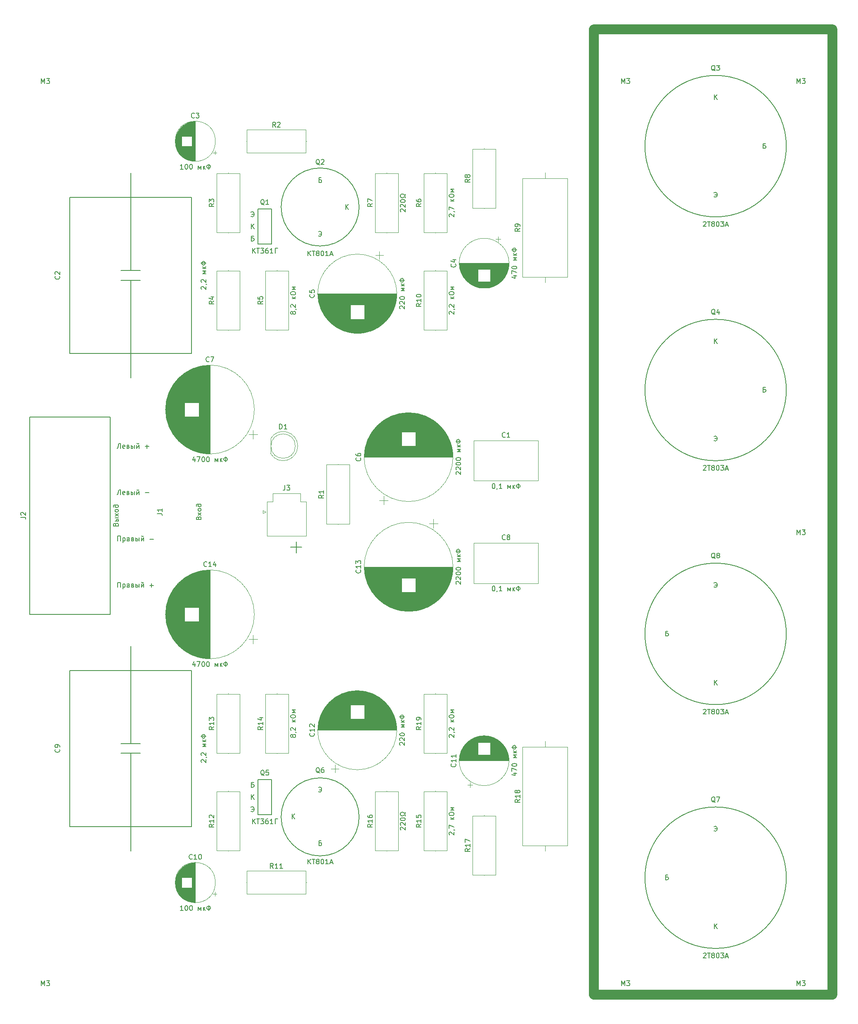
<source format=gbr>
G04 #@! TF.GenerationSoftware,KiCad,Pcbnew,(5.1.2)-2*
G04 #@! TF.CreationDate,2019-10-25T23:49:28+03:00*
G04 #@! TF.ProjectId,JLH,4a4c482e-6b69-4636-9164-5f7063625858,rev?*
G04 #@! TF.SameCoordinates,Original*
G04 #@! TF.FileFunction,Legend,Top*
G04 #@! TF.FilePolarity,Positive*
%FSLAX46Y46*%
G04 Gerber Fmt 4.6, Leading zero omitted, Abs format (unit mm)*
G04 Created by KiCad (PCBNEW (5.1.2)-2) date 2019-10-25 23:49:28*
%MOMM*%
%LPD*%
G04 APERTURE LIST*
%ADD10C,0.150000*%
%ADD11C,2.000000*%
%ADD12C,0.120000*%
G04 APERTURE END LIST*
D10*
X42335595Y-141452380D02*
X42335595Y-140452380D01*
X42907023Y-140452380D01*
X42907023Y-141452380D01*
X43383214Y-140785714D02*
X43383214Y-141785714D01*
X43383214Y-140833333D02*
X43478452Y-140785714D01*
X43668928Y-140785714D01*
X43764166Y-140833333D01*
X43811785Y-140880952D01*
X43859404Y-140976190D01*
X43859404Y-141261904D01*
X43811785Y-141357142D01*
X43764166Y-141404761D01*
X43668928Y-141452380D01*
X43478452Y-141452380D01*
X43383214Y-141404761D01*
X44716547Y-141452380D02*
X44716547Y-140928571D01*
X44668928Y-140833333D01*
X44573690Y-140785714D01*
X44383214Y-140785714D01*
X44287976Y-140833333D01*
X44716547Y-141404761D02*
X44621309Y-141452380D01*
X44383214Y-141452380D01*
X44287976Y-141404761D01*
X44240357Y-141309523D01*
X44240357Y-141214285D01*
X44287976Y-141119047D01*
X44383214Y-141071428D01*
X44621309Y-141071428D01*
X44716547Y-141023809D01*
X45430833Y-141119047D02*
X45573690Y-141166666D01*
X45621309Y-141261904D01*
X45621309Y-141309523D01*
X45573690Y-141404761D01*
X45478452Y-141452380D01*
X45192738Y-141452380D01*
X45192738Y-140785714D01*
X45430833Y-140785714D01*
X45526071Y-140833333D01*
X45573690Y-140928571D01*
X45573690Y-140976190D01*
X45526071Y-141071428D01*
X45430833Y-141119047D01*
X45192738Y-141119047D01*
X46716547Y-140785714D02*
X46716547Y-141452380D01*
X46049880Y-140785714D02*
X46049880Y-141452380D01*
X46287976Y-141452380D01*
X46383214Y-141404761D01*
X46430833Y-141309523D01*
X46430833Y-141166666D01*
X46383214Y-141071428D01*
X46287976Y-141023809D01*
X46049880Y-141023809D01*
X47192738Y-140785714D02*
X47192738Y-141452380D01*
X47668928Y-140785714D01*
X47668928Y-141452380D01*
X47240357Y-140404761D02*
X47287976Y-140500000D01*
X47383214Y-140547619D01*
X47478452Y-140547619D01*
X47573690Y-140500000D01*
X47621309Y-140404761D01*
X48907023Y-141071428D02*
X49668928Y-141071428D01*
X49287976Y-141452380D02*
X49287976Y-140690476D01*
X42335595Y-131952380D02*
X42335595Y-130952380D01*
X42907023Y-130952380D01*
X42907023Y-131952380D01*
X43383214Y-131285714D02*
X43383214Y-132285714D01*
X43383214Y-131333333D02*
X43478452Y-131285714D01*
X43668928Y-131285714D01*
X43764166Y-131333333D01*
X43811785Y-131380952D01*
X43859404Y-131476190D01*
X43859404Y-131761904D01*
X43811785Y-131857142D01*
X43764166Y-131904761D01*
X43668928Y-131952380D01*
X43478452Y-131952380D01*
X43383214Y-131904761D01*
X44716547Y-131952380D02*
X44716547Y-131428571D01*
X44668928Y-131333333D01*
X44573690Y-131285714D01*
X44383214Y-131285714D01*
X44287976Y-131333333D01*
X44716547Y-131904761D02*
X44621309Y-131952380D01*
X44383214Y-131952380D01*
X44287976Y-131904761D01*
X44240357Y-131809523D01*
X44240357Y-131714285D01*
X44287976Y-131619047D01*
X44383214Y-131571428D01*
X44621309Y-131571428D01*
X44716547Y-131523809D01*
X45430833Y-131619047D02*
X45573690Y-131666666D01*
X45621309Y-131761904D01*
X45621309Y-131809523D01*
X45573690Y-131904761D01*
X45478452Y-131952380D01*
X45192738Y-131952380D01*
X45192738Y-131285714D01*
X45430833Y-131285714D01*
X45526071Y-131333333D01*
X45573690Y-131428571D01*
X45573690Y-131476190D01*
X45526071Y-131571428D01*
X45430833Y-131619047D01*
X45192738Y-131619047D01*
X46716547Y-131285714D02*
X46716547Y-131952380D01*
X46049880Y-131285714D02*
X46049880Y-131952380D01*
X46287976Y-131952380D01*
X46383214Y-131904761D01*
X46430833Y-131809523D01*
X46430833Y-131666666D01*
X46383214Y-131571428D01*
X46287976Y-131523809D01*
X46049880Y-131523809D01*
X47192738Y-131285714D02*
X47192738Y-131952380D01*
X47668928Y-131285714D01*
X47668928Y-131952380D01*
X47240357Y-130904761D02*
X47287976Y-131000000D01*
X47383214Y-131047619D01*
X47478452Y-131047619D01*
X47573690Y-131000000D01*
X47621309Y-130904761D01*
X48907023Y-131571428D02*
X49668928Y-131571428D01*
X42907023Y-122452380D02*
X42907023Y-121452380D01*
X42764166Y-121452380D01*
X42621309Y-121500000D01*
X42526071Y-121595238D01*
X42478452Y-121738095D01*
X42383214Y-122309523D01*
X42335595Y-122404761D01*
X42240357Y-122452380D01*
X42192738Y-122452380D01*
X43764166Y-122404761D02*
X43668928Y-122452380D01*
X43478452Y-122452380D01*
X43383214Y-122404761D01*
X43335595Y-122309523D01*
X43335595Y-121928571D01*
X43383214Y-121833333D01*
X43478452Y-121785714D01*
X43668928Y-121785714D01*
X43764166Y-121833333D01*
X43811785Y-121928571D01*
X43811785Y-122023809D01*
X43335595Y-122119047D01*
X44478452Y-122119047D02*
X44621309Y-122166666D01*
X44668928Y-122261904D01*
X44668928Y-122309523D01*
X44621309Y-122404761D01*
X44526071Y-122452380D01*
X44240357Y-122452380D01*
X44240357Y-121785714D01*
X44478452Y-121785714D01*
X44573690Y-121833333D01*
X44621309Y-121928571D01*
X44621309Y-121976190D01*
X44573690Y-122071428D01*
X44478452Y-122119047D01*
X44240357Y-122119047D01*
X45764166Y-121785714D02*
X45764166Y-122452380D01*
X45097500Y-121785714D02*
X45097500Y-122452380D01*
X45335595Y-122452380D01*
X45430833Y-122404761D01*
X45478452Y-122309523D01*
X45478452Y-122166666D01*
X45430833Y-122071428D01*
X45335595Y-122023809D01*
X45097500Y-122023809D01*
X46240357Y-121785714D02*
X46240357Y-122452380D01*
X46716547Y-121785714D01*
X46716547Y-122452380D01*
X46287976Y-121404761D02*
X46335595Y-121500000D01*
X46430833Y-121547619D01*
X46526071Y-121547619D01*
X46621309Y-121500000D01*
X46668928Y-121404761D01*
X47954642Y-122071428D02*
X48716547Y-122071428D01*
X42907023Y-112952380D02*
X42907023Y-111952380D01*
X42764166Y-111952380D01*
X42621309Y-112000000D01*
X42526071Y-112095238D01*
X42478452Y-112238095D01*
X42383214Y-112809523D01*
X42335595Y-112904761D01*
X42240357Y-112952380D01*
X42192738Y-112952380D01*
X43764166Y-112904761D02*
X43668928Y-112952380D01*
X43478452Y-112952380D01*
X43383214Y-112904761D01*
X43335595Y-112809523D01*
X43335595Y-112428571D01*
X43383214Y-112333333D01*
X43478452Y-112285714D01*
X43668928Y-112285714D01*
X43764166Y-112333333D01*
X43811785Y-112428571D01*
X43811785Y-112523809D01*
X43335595Y-112619047D01*
X44478452Y-112619047D02*
X44621309Y-112666666D01*
X44668928Y-112761904D01*
X44668928Y-112809523D01*
X44621309Y-112904761D01*
X44526071Y-112952380D01*
X44240357Y-112952380D01*
X44240357Y-112285714D01*
X44478452Y-112285714D01*
X44573690Y-112333333D01*
X44621309Y-112428571D01*
X44621309Y-112476190D01*
X44573690Y-112571428D01*
X44478452Y-112619047D01*
X44240357Y-112619047D01*
X45764166Y-112285714D02*
X45764166Y-112952380D01*
X45097500Y-112285714D02*
X45097500Y-112952380D01*
X45335595Y-112952380D01*
X45430833Y-112904761D01*
X45478452Y-112809523D01*
X45478452Y-112666666D01*
X45430833Y-112571428D01*
X45335595Y-112523809D01*
X45097500Y-112523809D01*
X46240357Y-112285714D02*
X46240357Y-112952380D01*
X46716547Y-112285714D01*
X46716547Y-112952380D01*
X46287976Y-111904761D02*
X46335595Y-112000000D01*
X46430833Y-112047619D01*
X46526071Y-112047619D01*
X46621309Y-112000000D01*
X46668928Y-111904761D01*
X47954642Y-112571428D02*
X48716547Y-112571428D01*
X48335595Y-112952380D02*
X48335595Y-112190476D01*
X77817142Y-133214285D02*
X80102857Y-133214285D01*
X78960000Y-134357142D02*
X78960000Y-132071428D01*
D11*
X189000000Y-225000000D02*
X140000000Y-225000000D01*
X189000000Y-27000000D02*
X189000000Y-225000000D01*
X140000000Y-27000000D02*
X189000000Y-27000000D01*
X140000000Y-27000000D02*
X140000000Y-225000000D01*
D10*
X45000000Y-93500000D02*
X32500000Y-93500000D01*
X32500000Y-93500000D02*
X32500000Y-61500000D01*
X32500000Y-61500000D02*
X45000000Y-61500000D01*
X45000000Y-61500000D02*
X57500000Y-61500000D01*
X57500000Y-61500000D02*
X57500000Y-93500000D01*
X57500000Y-93500000D02*
X45000000Y-93500000D01*
X43000000Y-78500000D02*
X47000000Y-78500000D01*
X43000000Y-76500000D02*
X47000000Y-76500000D01*
X45000000Y-78500000D02*
X45000000Y-98500000D01*
X45000000Y-76500000D02*
X45000000Y-56500000D01*
D12*
X62259698Y-52715000D02*
X62259698Y-51915000D01*
X62659698Y-52315000D02*
X61859698Y-52315000D01*
X54169000Y-50533000D02*
X54169000Y-49467000D01*
X54209000Y-50768000D02*
X54209000Y-49232000D01*
X54249000Y-50948000D02*
X54249000Y-49052000D01*
X54289000Y-51098000D02*
X54289000Y-48902000D01*
X54329000Y-51229000D02*
X54329000Y-48771000D01*
X54369000Y-51346000D02*
X54369000Y-48654000D01*
X54409000Y-51453000D02*
X54409000Y-48547000D01*
X54449000Y-51552000D02*
X54449000Y-48448000D01*
X54489000Y-51645000D02*
X54489000Y-48355000D01*
X54529000Y-51731000D02*
X54529000Y-48269000D01*
X54569000Y-51813000D02*
X54569000Y-48187000D01*
X54609000Y-51890000D02*
X54609000Y-48110000D01*
X54649000Y-51964000D02*
X54649000Y-48036000D01*
X54689000Y-52034000D02*
X54689000Y-47966000D01*
X54729000Y-52102000D02*
X54729000Y-47898000D01*
X54769000Y-52166000D02*
X54769000Y-47834000D01*
X54809000Y-52228000D02*
X54809000Y-47772000D01*
X54849000Y-52287000D02*
X54849000Y-47713000D01*
X54889000Y-52345000D02*
X54889000Y-47655000D01*
X54929000Y-52400000D02*
X54929000Y-47600000D01*
X54969000Y-52454000D02*
X54969000Y-47546000D01*
X55009000Y-52505000D02*
X55009000Y-47495000D01*
X55049000Y-52556000D02*
X55049000Y-47444000D01*
X55089000Y-52604000D02*
X55089000Y-47396000D01*
X55129000Y-52651000D02*
X55129000Y-47349000D01*
X55169000Y-52697000D02*
X55169000Y-47303000D01*
X55209000Y-52741000D02*
X55209000Y-47259000D01*
X55249000Y-52784000D02*
X55249000Y-47216000D01*
X55289000Y-52826000D02*
X55289000Y-47174000D01*
X55329000Y-52867000D02*
X55329000Y-47133000D01*
X55369000Y-52907000D02*
X55369000Y-47093000D01*
X55409000Y-52945000D02*
X55409000Y-47055000D01*
X55449000Y-52983000D02*
X55449000Y-47017000D01*
X55489000Y-48960000D02*
X55489000Y-46981000D01*
X55489000Y-53019000D02*
X55489000Y-51040000D01*
X55529000Y-48960000D02*
X55529000Y-46945000D01*
X55529000Y-53055000D02*
X55529000Y-51040000D01*
X55569000Y-48960000D02*
X55569000Y-46910000D01*
X55569000Y-53090000D02*
X55569000Y-51040000D01*
X55609000Y-48960000D02*
X55609000Y-46876000D01*
X55609000Y-53124000D02*
X55609000Y-51040000D01*
X55649000Y-48960000D02*
X55649000Y-46844000D01*
X55649000Y-53156000D02*
X55649000Y-51040000D01*
X55689000Y-48960000D02*
X55689000Y-46811000D01*
X55689000Y-53189000D02*
X55689000Y-51040000D01*
X55729000Y-48960000D02*
X55729000Y-46780000D01*
X55729000Y-53220000D02*
X55729000Y-51040000D01*
X55769000Y-48960000D02*
X55769000Y-46750000D01*
X55769000Y-53250000D02*
X55769000Y-51040000D01*
X55809000Y-48960000D02*
X55809000Y-46720000D01*
X55809000Y-53280000D02*
X55809000Y-51040000D01*
X55849000Y-48960000D02*
X55849000Y-46691000D01*
X55849000Y-53309000D02*
X55849000Y-51040000D01*
X55889000Y-48960000D02*
X55889000Y-46662000D01*
X55889000Y-53338000D02*
X55889000Y-51040000D01*
X55929000Y-48960000D02*
X55929000Y-46635000D01*
X55929000Y-53365000D02*
X55929000Y-51040000D01*
X55969000Y-48960000D02*
X55969000Y-46608000D01*
X55969000Y-53392000D02*
X55969000Y-51040000D01*
X56009000Y-48960000D02*
X56009000Y-46582000D01*
X56009000Y-53418000D02*
X56009000Y-51040000D01*
X56049000Y-48960000D02*
X56049000Y-46556000D01*
X56049000Y-53444000D02*
X56049000Y-51040000D01*
X56089000Y-48960000D02*
X56089000Y-46531000D01*
X56089000Y-53469000D02*
X56089000Y-51040000D01*
X56129000Y-48960000D02*
X56129000Y-46507000D01*
X56129000Y-53493000D02*
X56129000Y-51040000D01*
X56169000Y-48960000D02*
X56169000Y-46483000D01*
X56169000Y-53517000D02*
X56169000Y-51040000D01*
X56209000Y-48960000D02*
X56209000Y-46460000D01*
X56209000Y-53540000D02*
X56209000Y-51040000D01*
X56249000Y-48960000D02*
X56249000Y-46438000D01*
X56249000Y-53562000D02*
X56249000Y-51040000D01*
X56289000Y-48960000D02*
X56289000Y-46416000D01*
X56289000Y-53584000D02*
X56289000Y-51040000D01*
X56329000Y-48960000D02*
X56329000Y-46394000D01*
X56329000Y-53606000D02*
X56329000Y-51040000D01*
X56369000Y-48960000D02*
X56369000Y-46373000D01*
X56369000Y-53627000D02*
X56369000Y-51040000D01*
X56409000Y-48960000D02*
X56409000Y-46353000D01*
X56409000Y-53647000D02*
X56409000Y-51040000D01*
X56449000Y-48960000D02*
X56449000Y-46334000D01*
X56449000Y-53666000D02*
X56449000Y-51040000D01*
X56489000Y-48960000D02*
X56489000Y-46314000D01*
X56489000Y-53686000D02*
X56489000Y-51040000D01*
X56529000Y-48960000D02*
X56529000Y-46296000D01*
X56529000Y-53704000D02*
X56529000Y-51040000D01*
X56569000Y-48960000D02*
X56569000Y-46278000D01*
X56569000Y-53722000D02*
X56569000Y-51040000D01*
X56609000Y-48960000D02*
X56609000Y-46260000D01*
X56609000Y-53740000D02*
X56609000Y-51040000D01*
X56649000Y-48960000D02*
X56649000Y-46243000D01*
X56649000Y-53757000D02*
X56649000Y-51040000D01*
X56689000Y-48960000D02*
X56689000Y-46226000D01*
X56689000Y-53774000D02*
X56689000Y-51040000D01*
X56729000Y-48960000D02*
X56729000Y-46210000D01*
X56729000Y-53790000D02*
X56729000Y-51040000D01*
X56769000Y-48960000D02*
X56769000Y-46195000D01*
X56769000Y-53805000D02*
X56769000Y-51040000D01*
X56809000Y-48960000D02*
X56809000Y-46179000D01*
X56809000Y-53821000D02*
X56809000Y-51040000D01*
X56849000Y-48960000D02*
X56849000Y-46165000D01*
X56849000Y-53835000D02*
X56849000Y-51040000D01*
X56889000Y-48960000D02*
X56889000Y-46150000D01*
X56889000Y-53850000D02*
X56889000Y-51040000D01*
X56929000Y-48960000D02*
X56929000Y-46137000D01*
X56929000Y-53863000D02*
X56929000Y-51040000D01*
X56969000Y-48960000D02*
X56969000Y-46123000D01*
X56969000Y-53877000D02*
X56969000Y-51040000D01*
X57009000Y-48960000D02*
X57009000Y-46111000D01*
X57009000Y-53889000D02*
X57009000Y-51040000D01*
X57049000Y-48960000D02*
X57049000Y-46098000D01*
X57049000Y-53902000D02*
X57049000Y-51040000D01*
X57089000Y-48960000D02*
X57089000Y-46086000D01*
X57089000Y-53914000D02*
X57089000Y-51040000D01*
X57129000Y-48960000D02*
X57129000Y-46075000D01*
X57129000Y-53925000D02*
X57129000Y-51040000D01*
X57169000Y-48960000D02*
X57169000Y-46064000D01*
X57169000Y-53936000D02*
X57169000Y-51040000D01*
X57209000Y-48960000D02*
X57209000Y-46053000D01*
X57209000Y-53947000D02*
X57209000Y-51040000D01*
X57249000Y-48960000D02*
X57249000Y-46043000D01*
X57249000Y-53957000D02*
X57249000Y-51040000D01*
X57289000Y-48960000D02*
X57289000Y-46033000D01*
X57289000Y-53967000D02*
X57289000Y-51040000D01*
X57329000Y-48960000D02*
X57329000Y-46024000D01*
X57329000Y-53976000D02*
X57329000Y-51040000D01*
X57369000Y-48960000D02*
X57369000Y-46015000D01*
X57369000Y-53985000D02*
X57369000Y-51040000D01*
X57409000Y-48960000D02*
X57409000Y-46006000D01*
X57409000Y-53994000D02*
X57409000Y-51040000D01*
X57449000Y-48960000D02*
X57449000Y-45998000D01*
X57449000Y-54002000D02*
X57449000Y-51040000D01*
X57489000Y-48960000D02*
X57489000Y-45990000D01*
X57489000Y-54010000D02*
X57489000Y-51040000D01*
X57529000Y-48960000D02*
X57529000Y-45983000D01*
X57529000Y-54017000D02*
X57529000Y-51040000D01*
X57570000Y-54024000D02*
X57570000Y-45976000D01*
X57610000Y-54030000D02*
X57610000Y-45970000D01*
X57650000Y-54037000D02*
X57650000Y-45963000D01*
X57690000Y-54042000D02*
X57690000Y-45958000D01*
X57730000Y-54048000D02*
X57730000Y-45952000D01*
X57770000Y-54052000D02*
X57770000Y-45948000D01*
X57810000Y-54057000D02*
X57810000Y-45943000D01*
X57850000Y-54061000D02*
X57850000Y-45939000D01*
X57890000Y-54065000D02*
X57890000Y-45935000D01*
X57930000Y-54068000D02*
X57930000Y-45932000D01*
X57970000Y-54071000D02*
X57970000Y-45929000D01*
X58010000Y-54074000D02*
X58010000Y-45926000D01*
X58050000Y-54076000D02*
X58050000Y-45924000D01*
X58090000Y-54077000D02*
X58090000Y-45923000D01*
X58130000Y-54079000D02*
X58130000Y-45921000D01*
X58170000Y-54080000D02*
X58170000Y-45920000D01*
X58210000Y-54080000D02*
X58210000Y-45920000D01*
X58250000Y-54080000D02*
X58250000Y-45920000D01*
X62370000Y-50000000D02*
G75*
G03X62370000Y-50000000I-4120000J0D01*
G01*
X120875000Y-70020354D02*
X119875000Y-70020354D01*
X120375000Y-69520354D02*
X120375000Y-70520354D01*
X118099000Y-80081000D02*
X116901000Y-80081000D01*
X118362000Y-80041000D02*
X116638000Y-80041000D01*
X118562000Y-80001000D02*
X116438000Y-80001000D01*
X118730000Y-79961000D02*
X116270000Y-79961000D01*
X118878000Y-79921000D02*
X116122000Y-79921000D01*
X119010000Y-79881000D02*
X115990000Y-79881000D01*
X119130000Y-79841000D02*
X115870000Y-79841000D01*
X119242000Y-79801000D02*
X115758000Y-79801000D01*
X119346000Y-79761000D02*
X115654000Y-79761000D01*
X119444000Y-79721000D02*
X115556000Y-79721000D01*
X119537000Y-79681000D02*
X115463000Y-79681000D01*
X119625000Y-79641000D02*
X115375000Y-79641000D01*
X119709000Y-79601000D02*
X115291000Y-79601000D01*
X119789000Y-79561000D02*
X115211000Y-79561000D01*
X119865000Y-79521000D02*
X115135000Y-79521000D01*
X119939000Y-79481000D02*
X115061000Y-79481000D01*
X120010000Y-79441000D02*
X114990000Y-79441000D01*
X120079000Y-79401000D02*
X114921000Y-79401000D01*
X120145000Y-79361000D02*
X114855000Y-79361000D01*
X120209000Y-79321000D02*
X114791000Y-79321000D01*
X120270000Y-79281000D02*
X114730000Y-79281000D01*
X120330000Y-79241000D02*
X114670000Y-79241000D01*
X120389000Y-79201000D02*
X114611000Y-79201000D01*
X120445000Y-79161000D02*
X114555000Y-79161000D01*
X120500000Y-79121000D02*
X114500000Y-79121000D01*
X120554000Y-79081000D02*
X114446000Y-79081000D01*
X120606000Y-79041000D02*
X114394000Y-79041000D01*
X120656000Y-79001000D02*
X114344000Y-79001000D01*
X120706000Y-78961000D02*
X114294000Y-78961000D01*
X120754000Y-78921000D02*
X114246000Y-78921000D01*
X120801000Y-78881000D02*
X114199000Y-78881000D01*
X120847000Y-78841000D02*
X114153000Y-78841000D01*
X120892000Y-78801000D02*
X114108000Y-78801000D01*
X120936000Y-78761000D02*
X114064000Y-78761000D01*
X116259000Y-78721000D02*
X114022000Y-78721000D01*
X120978000Y-78721000D02*
X118741000Y-78721000D01*
X116259000Y-78681000D02*
X113980000Y-78681000D01*
X121020000Y-78681000D02*
X118741000Y-78681000D01*
X116259000Y-78641000D02*
X113939000Y-78641000D01*
X121061000Y-78641000D02*
X118741000Y-78641000D01*
X116259000Y-78601000D02*
X113899000Y-78601000D01*
X121101000Y-78601000D02*
X118741000Y-78601000D01*
X116259000Y-78561000D02*
X113860000Y-78561000D01*
X121140000Y-78561000D02*
X118741000Y-78561000D01*
X116259000Y-78521000D02*
X113821000Y-78521000D01*
X121179000Y-78521000D02*
X118741000Y-78521000D01*
X116259000Y-78481000D02*
X113784000Y-78481000D01*
X121216000Y-78481000D02*
X118741000Y-78481000D01*
X116259000Y-78441000D02*
X113747000Y-78441000D01*
X121253000Y-78441000D02*
X118741000Y-78441000D01*
X116259000Y-78401000D02*
X113711000Y-78401000D01*
X121289000Y-78401000D02*
X118741000Y-78401000D01*
X116259000Y-78361000D02*
X113676000Y-78361000D01*
X121324000Y-78361000D02*
X118741000Y-78361000D01*
X116259000Y-78321000D02*
X113642000Y-78321000D01*
X121358000Y-78321000D02*
X118741000Y-78321000D01*
X116259000Y-78281000D02*
X113608000Y-78281000D01*
X121392000Y-78281000D02*
X118741000Y-78281000D01*
X116259000Y-78241000D02*
X113575000Y-78241000D01*
X121425000Y-78241000D02*
X118741000Y-78241000D01*
X116259000Y-78201000D02*
X113543000Y-78201000D01*
X121457000Y-78201000D02*
X118741000Y-78201000D01*
X116259000Y-78161000D02*
X113511000Y-78161000D01*
X121489000Y-78161000D02*
X118741000Y-78161000D01*
X116259000Y-78121000D02*
X113480000Y-78121000D01*
X121520000Y-78121000D02*
X118741000Y-78121000D01*
X116259000Y-78081000D02*
X113450000Y-78081000D01*
X121550000Y-78081000D02*
X118741000Y-78081000D01*
X116259000Y-78041000D02*
X113420000Y-78041000D01*
X121580000Y-78041000D02*
X118741000Y-78041000D01*
X116259000Y-78001000D02*
X113390000Y-78001000D01*
X121610000Y-78001000D02*
X118741000Y-78001000D01*
X116259000Y-77961000D02*
X113362000Y-77961000D01*
X121638000Y-77961000D02*
X118741000Y-77961000D01*
X116259000Y-77921000D02*
X113334000Y-77921000D01*
X121666000Y-77921000D02*
X118741000Y-77921000D01*
X116259000Y-77881000D02*
X113306000Y-77881000D01*
X121694000Y-77881000D02*
X118741000Y-77881000D01*
X116259000Y-77841000D02*
X113279000Y-77841000D01*
X121721000Y-77841000D02*
X118741000Y-77841000D01*
X116259000Y-77801000D02*
X113253000Y-77801000D01*
X121747000Y-77801000D02*
X118741000Y-77801000D01*
X116259000Y-77761000D02*
X113227000Y-77761000D01*
X121773000Y-77761000D02*
X118741000Y-77761000D01*
X116259000Y-77721000D02*
X113202000Y-77721000D01*
X121798000Y-77721000D02*
X118741000Y-77721000D01*
X116259000Y-77681000D02*
X113177000Y-77681000D01*
X121823000Y-77681000D02*
X118741000Y-77681000D01*
X116259000Y-77641000D02*
X113153000Y-77641000D01*
X121847000Y-77641000D02*
X118741000Y-77641000D01*
X116259000Y-77601000D02*
X113129000Y-77601000D01*
X121871000Y-77601000D02*
X118741000Y-77601000D01*
X116259000Y-77561000D02*
X113105000Y-77561000D01*
X121895000Y-77561000D02*
X118741000Y-77561000D01*
X116259000Y-77521000D02*
X113083000Y-77521000D01*
X121917000Y-77521000D02*
X118741000Y-77521000D01*
X116259000Y-77481000D02*
X113060000Y-77481000D01*
X121940000Y-77481000D02*
X118741000Y-77481000D01*
X116259000Y-77441000D02*
X113038000Y-77441000D01*
X121962000Y-77441000D02*
X118741000Y-77441000D01*
X116259000Y-77401000D02*
X113017000Y-77401000D01*
X121983000Y-77401000D02*
X118741000Y-77401000D01*
X116259000Y-77361000D02*
X112996000Y-77361000D01*
X122004000Y-77361000D02*
X118741000Y-77361000D01*
X116259000Y-77321000D02*
X112975000Y-77321000D01*
X122025000Y-77321000D02*
X118741000Y-77321000D01*
X116259000Y-77281000D02*
X112955000Y-77281000D01*
X122045000Y-77281000D02*
X118741000Y-77281000D01*
X116259000Y-77241000D02*
X112936000Y-77241000D01*
X122064000Y-77241000D02*
X118741000Y-77241000D01*
X116259000Y-77201000D02*
X112916000Y-77201000D01*
X122084000Y-77201000D02*
X118741000Y-77201000D01*
X116259000Y-77161000D02*
X112897000Y-77161000D01*
X122103000Y-77161000D02*
X118741000Y-77161000D01*
X116259000Y-77121000D02*
X112879000Y-77121000D01*
X122121000Y-77121000D02*
X118741000Y-77121000D01*
X116259000Y-77081000D02*
X112861000Y-77081000D01*
X122139000Y-77081000D02*
X118741000Y-77081000D01*
X116259000Y-77041000D02*
X112843000Y-77041000D01*
X122157000Y-77041000D02*
X118741000Y-77041000D01*
X116259000Y-77001000D02*
X112826000Y-77001000D01*
X122174000Y-77001000D02*
X118741000Y-77001000D01*
X116259000Y-76961000D02*
X112810000Y-76961000D01*
X122190000Y-76961000D02*
X118741000Y-76961000D01*
X116259000Y-76921000D02*
X112793000Y-76921000D01*
X122207000Y-76921000D02*
X118741000Y-76921000D01*
X116259000Y-76881000D02*
X112777000Y-76881000D01*
X122223000Y-76881000D02*
X118741000Y-76881000D01*
X116259000Y-76841000D02*
X112762000Y-76841000D01*
X122238000Y-76841000D02*
X118741000Y-76841000D01*
X116259000Y-76801000D02*
X112746000Y-76801000D01*
X122254000Y-76801000D02*
X118741000Y-76801000D01*
X116259000Y-76761000D02*
X112732000Y-76761000D01*
X122268000Y-76761000D02*
X118741000Y-76761000D01*
X116259000Y-76721000D02*
X112717000Y-76721000D01*
X122283000Y-76721000D02*
X118741000Y-76721000D01*
X116259000Y-76681000D02*
X112703000Y-76681000D01*
X122297000Y-76681000D02*
X118741000Y-76681000D01*
X116259000Y-76641000D02*
X112689000Y-76641000D01*
X122311000Y-76641000D02*
X118741000Y-76641000D01*
X116259000Y-76601000D02*
X112676000Y-76601000D01*
X122324000Y-76601000D02*
X118741000Y-76601000D01*
X116259000Y-76561000D02*
X112663000Y-76561000D01*
X122337000Y-76561000D02*
X118741000Y-76561000D01*
X116259000Y-76521000D02*
X112650000Y-76521000D01*
X122350000Y-76521000D02*
X118741000Y-76521000D01*
X116259000Y-76481000D02*
X112638000Y-76481000D01*
X122362000Y-76481000D02*
X118741000Y-76481000D01*
X116259000Y-76441000D02*
X112626000Y-76441000D01*
X122374000Y-76441000D02*
X118741000Y-76441000D01*
X116259000Y-76401000D02*
X112615000Y-76401000D01*
X122385000Y-76401000D02*
X118741000Y-76401000D01*
X116259000Y-76361000D02*
X112603000Y-76361000D01*
X122397000Y-76361000D02*
X118741000Y-76361000D01*
X116259000Y-76321000D02*
X112593000Y-76321000D01*
X122407000Y-76321000D02*
X118741000Y-76321000D01*
X116259000Y-76281000D02*
X112582000Y-76281000D01*
X122418000Y-76281000D02*
X118741000Y-76281000D01*
X122428000Y-76241000D02*
X112572000Y-76241000D01*
X122438000Y-76201000D02*
X112562000Y-76201000D01*
X122447000Y-76161000D02*
X112553000Y-76161000D01*
X122456000Y-76121000D02*
X112544000Y-76121000D01*
X122465000Y-76081000D02*
X112535000Y-76081000D01*
X122474000Y-76041000D02*
X112526000Y-76041000D01*
X122482000Y-76001000D02*
X112518000Y-76001000D01*
X122490000Y-75961000D02*
X112510000Y-75961000D01*
X122497000Y-75921000D02*
X112503000Y-75921000D01*
X122504000Y-75881000D02*
X112496000Y-75881000D01*
X122511000Y-75841000D02*
X112489000Y-75841000D01*
X122518000Y-75801000D02*
X112482000Y-75801000D01*
X122524000Y-75761000D02*
X112476000Y-75761000D01*
X122530000Y-75721000D02*
X112470000Y-75721000D01*
X122535000Y-75680000D02*
X112465000Y-75680000D01*
X122540000Y-75640000D02*
X112460000Y-75640000D01*
X122545000Y-75600000D02*
X112455000Y-75600000D01*
X122550000Y-75560000D02*
X112450000Y-75560000D01*
X122554000Y-75520000D02*
X112446000Y-75520000D01*
X122558000Y-75480000D02*
X112442000Y-75480000D01*
X122562000Y-75440000D02*
X112438000Y-75440000D01*
X122565000Y-75400000D02*
X112435000Y-75400000D01*
X122568000Y-75360000D02*
X112432000Y-75360000D01*
X122570000Y-75320000D02*
X112430000Y-75320000D01*
X122573000Y-75280000D02*
X112427000Y-75280000D01*
X122575000Y-75240000D02*
X112425000Y-75240000D01*
X122577000Y-75200000D02*
X112423000Y-75200000D01*
X122578000Y-75160000D02*
X112422000Y-75160000D01*
X122579000Y-75120000D02*
X112421000Y-75120000D01*
X122580000Y-75080000D02*
X112420000Y-75080000D01*
X122580000Y-75040000D02*
X112420000Y-75040000D01*
X122580000Y-75000000D02*
X112420000Y-75000000D01*
X122620000Y-75000000D02*
G75*
G03X122620000Y-75000000I-5120000J0D01*
G01*
X99600000Y-81250000D02*
G75*
G03X99600000Y-81250000I-8120000J0D01*
G01*
X99561000Y-81250000D02*
X83399000Y-81250000D01*
X99560000Y-81290000D02*
X83400000Y-81290000D01*
X99560000Y-81330000D02*
X83400000Y-81330000D01*
X99560000Y-81370000D02*
X83400000Y-81370000D01*
X99559000Y-81410000D02*
X83401000Y-81410000D01*
X99558000Y-81450000D02*
X83402000Y-81450000D01*
X99557000Y-81490000D02*
X83403000Y-81490000D01*
X99556000Y-81530000D02*
X83404000Y-81530000D01*
X99554000Y-81570000D02*
X83406000Y-81570000D01*
X99553000Y-81610000D02*
X83407000Y-81610000D01*
X99551000Y-81650000D02*
X83409000Y-81650000D01*
X99549000Y-81690000D02*
X83411000Y-81690000D01*
X99546000Y-81730000D02*
X83414000Y-81730000D01*
X99544000Y-81770000D02*
X83416000Y-81770000D01*
X99541000Y-81810000D02*
X83419000Y-81810000D01*
X99538000Y-81850000D02*
X83422000Y-81850000D01*
X99535000Y-81890000D02*
X83425000Y-81890000D01*
X99532000Y-81930000D02*
X83428000Y-81930000D01*
X99529000Y-81971000D02*
X83431000Y-81971000D01*
X99525000Y-82011000D02*
X83435000Y-82011000D01*
X99521000Y-82051000D02*
X83439000Y-82051000D01*
X99517000Y-82091000D02*
X83443000Y-82091000D01*
X99513000Y-82131000D02*
X83447000Y-82131000D01*
X99508000Y-82171000D02*
X83452000Y-82171000D01*
X99504000Y-82211000D02*
X83456000Y-82211000D01*
X99499000Y-82251000D02*
X83461000Y-82251000D01*
X99494000Y-82291000D02*
X83466000Y-82291000D01*
X99488000Y-82331000D02*
X83472000Y-82331000D01*
X99483000Y-82371000D02*
X83477000Y-82371000D01*
X99477000Y-82411000D02*
X83483000Y-82411000D01*
X99471000Y-82451000D02*
X83489000Y-82451000D01*
X99465000Y-82491000D02*
X83495000Y-82491000D01*
X99459000Y-82531000D02*
X83501000Y-82531000D01*
X99452000Y-82571000D02*
X83508000Y-82571000D01*
X99446000Y-82611000D02*
X83514000Y-82611000D01*
X99439000Y-82651000D02*
X83521000Y-82651000D01*
X99432000Y-82691000D02*
X83528000Y-82691000D01*
X99424000Y-82731000D02*
X83536000Y-82731000D01*
X99417000Y-82771000D02*
X83543000Y-82771000D01*
X99409000Y-82811000D02*
X83551000Y-82811000D01*
X99401000Y-82851000D02*
X83559000Y-82851000D01*
X99393000Y-82891000D02*
X83567000Y-82891000D01*
X99385000Y-82931000D02*
X83575000Y-82931000D01*
X99376000Y-82971000D02*
X83584000Y-82971000D01*
X99367000Y-83011000D02*
X83593000Y-83011000D01*
X99358000Y-83051000D02*
X83602000Y-83051000D01*
X99349000Y-83091000D02*
X83611000Y-83091000D01*
X99340000Y-83131000D02*
X83620000Y-83131000D01*
X99330000Y-83171000D02*
X83630000Y-83171000D01*
X99320000Y-83211000D02*
X83640000Y-83211000D01*
X99310000Y-83251000D02*
X83650000Y-83251000D01*
X99300000Y-83291000D02*
X83660000Y-83291000D01*
X99290000Y-83331000D02*
X83670000Y-83331000D01*
X99279000Y-83371000D02*
X83681000Y-83371000D01*
X99268000Y-83411000D02*
X83692000Y-83411000D01*
X99257000Y-83451000D02*
X83703000Y-83451000D01*
X99245000Y-83491000D02*
X83715000Y-83491000D01*
X99234000Y-83531000D02*
X83726000Y-83531000D01*
X99222000Y-83571000D02*
X92920000Y-83571000D01*
X90040000Y-83571000D02*
X83738000Y-83571000D01*
X99210000Y-83611000D02*
X92920000Y-83611000D01*
X90040000Y-83611000D02*
X83750000Y-83611000D01*
X99198000Y-83651000D02*
X92920000Y-83651000D01*
X90040000Y-83651000D02*
X83762000Y-83651000D01*
X99185000Y-83691000D02*
X92920000Y-83691000D01*
X90040000Y-83691000D02*
X83775000Y-83691000D01*
X99173000Y-83731000D02*
X92920000Y-83731000D01*
X90040000Y-83731000D02*
X83787000Y-83731000D01*
X99160000Y-83771000D02*
X92920000Y-83771000D01*
X90040000Y-83771000D02*
X83800000Y-83771000D01*
X99146000Y-83811000D02*
X92920000Y-83811000D01*
X90040000Y-83811000D02*
X83814000Y-83811000D01*
X99133000Y-83851000D02*
X92920000Y-83851000D01*
X90040000Y-83851000D02*
X83827000Y-83851000D01*
X99119000Y-83891000D02*
X92920000Y-83891000D01*
X90040000Y-83891000D02*
X83841000Y-83891000D01*
X99105000Y-83931000D02*
X92920000Y-83931000D01*
X90040000Y-83931000D02*
X83855000Y-83931000D01*
X99091000Y-83971000D02*
X92920000Y-83971000D01*
X90040000Y-83971000D02*
X83869000Y-83971000D01*
X99077000Y-84011000D02*
X92920000Y-84011000D01*
X90040000Y-84011000D02*
X83883000Y-84011000D01*
X99062000Y-84051000D02*
X92920000Y-84051000D01*
X90040000Y-84051000D02*
X83898000Y-84051000D01*
X99048000Y-84091000D02*
X92920000Y-84091000D01*
X90040000Y-84091000D02*
X83912000Y-84091000D01*
X99033000Y-84131000D02*
X92920000Y-84131000D01*
X90040000Y-84131000D02*
X83927000Y-84131000D01*
X99017000Y-84171000D02*
X92920000Y-84171000D01*
X90040000Y-84171000D02*
X83943000Y-84171000D01*
X99002000Y-84211000D02*
X92920000Y-84211000D01*
X90040000Y-84211000D02*
X83958000Y-84211000D01*
X98986000Y-84251000D02*
X92920000Y-84251000D01*
X90040000Y-84251000D02*
X83974000Y-84251000D01*
X98970000Y-84291000D02*
X92920000Y-84291000D01*
X90040000Y-84291000D02*
X83990000Y-84291000D01*
X98954000Y-84331000D02*
X92920000Y-84331000D01*
X90040000Y-84331000D02*
X84006000Y-84331000D01*
X98937000Y-84371000D02*
X92920000Y-84371000D01*
X90040000Y-84371000D02*
X84023000Y-84371000D01*
X98920000Y-84411000D02*
X92920000Y-84411000D01*
X90040000Y-84411000D02*
X84040000Y-84411000D01*
X98903000Y-84451000D02*
X92920000Y-84451000D01*
X90040000Y-84451000D02*
X84057000Y-84451000D01*
X98886000Y-84491000D02*
X92920000Y-84491000D01*
X90040000Y-84491000D02*
X84074000Y-84491000D01*
X98869000Y-84531000D02*
X92920000Y-84531000D01*
X90040000Y-84531000D02*
X84091000Y-84531000D01*
X98851000Y-84571000D02*
X92920000Y-84571000D01*
X90040000Y-84571000D02*
X84109000Y-84571000D01*
X98833000Y-84611000D02*
X92920000Y-84611000D01*
X90040000Y-84611000D02*
X84127000Y-84611000D01*
X98814000Y-84651000D02*
X92920000Y-84651000D01*
X90040000Y-84651000D02*
X84146000Y-84651000D01*
X98796000Y-84691000D02*
X92920000Y-84691000D01*
X90040000Y-84691000D02*
X84164000Y-84691000D01*
X98777000Y-84731000D02*
X92920000Y-84731000D01*
X90040000Y-84731000D02*
X84183000Y-84731000D01*
X98758000Y-84771000D02*
X92920000Y-84771000D01*
X90040000Y-84771000D02*
X84202000Y-84771000D01*
X98738000Y-84811000D02*
X92920000Y-84811000D01*
X90040000Y-84811000D02*
X84222000Y-84811000D01*
X98719000Y-84851000D02*
X92920000Y-84851000D01*
X90040000Y-84851000D02*
X84241000Y-84851000D01*
X98699000Y-84891000D02*
X92920000Y-84891000D01*
X90040000Y-84891000D02*
X84261000Y-84891000D01*
X98679000Y-84931000D02*
X92920000Y-84931000D01*
X90040000Y-84931000D02*
X84281000Y-84931000D01*
X98658000Y-84971000D02*
X92920000Y-84971000D01*
X90040000Y-84971000D02*
X84302000Y-84971000D01*
X98637000Y-85011000D02*
X92920000Y-85011000D01*
X90040000Y-85011000D02*
X84323000Y-85011000D01*
X98616000Y-85051000D02*
X92920000Y-85051000D01*
X90040000Y-85051000D02*
X84344000Y-85051000D01*
X98595000Y-85091000D02*
X92920000Y-85091000D01*
X90040000Y-85091000D02*
X84365000Y-85091000D01*
X98574000Y-85131000D02*
X92920000Y-85131000D01*
X90040000Y-85131000D02*
X84386000Y-85131000D01*
X98552000Y-85171000D02*
X92920000Y-85171000D01*
X90040000Y-85171000D02*
X84408000Y-85171000D01*
X98529000Y-85211000D02*
X92920000Y-85211000D01*
X90040000Y-85211000D02*
X84431000Y-85211000D01*
X98507000Y-85251000D02*
X92920000Y-85251000D01*
X90040000Y-85251000D02*
X84453000Y-85251000D01*
X98484000Y-85291000D02*
X92920000Y-85291000D01*
X90040000Y-85291000D02*
X84476000Y-85291000D01*
X98461000Y-85331000D02*
X92920000Y-85331000D01*
X90040000Y-85331000D02*
X84499000Y-85331000D01*
X98438000Y-85371000D02*
X92920000Y-85371000D01*
X90040000Y-85371000D02*
X84522000Y-85371000D01*
X98414000Y-85411000D02*
X92920000Y-85411000D01*
X90040000Y-85411000D02*
X84546000Y-85411000D01*
X98390000Y-85451000D02*
X92920000Y-85451000D01*
X90040000Y-85451000D02*
X84570000Y-85451000D01*
X98366000Y-85491000D02*
X92920000Y-85491000D01*
X90040000Y-85491000D02*
X84594000Y-85491000D01*
X98341000Y-85531000D02*
X92920000Y-85531000D01*
X90040000Y-85531000D02*
X84619000Y-85531000D01*
X98316000Y-85571000D02*
X92920000Y-85571000D01*
X90040000Y-85571000D02*
X84644000Y-85571000D01*
X98291000Y-85611000D02*
X92920000Y-85611000D01*
X90040000Y-85611000D02*
X84669000Y-85611000D01*
X98265000Y-85651000D02*
X92920000Y-85651000D01*
X90040000Y-85651000D02*
X84695000Y-85651000D01*
X98239000Y-85691000D02*
X92920000Y-85691000D01*
X90040000Y-85691000D02*
X84721000Y-85691000D01*
X98213000Y-85731000D02*
X92920000Y-85731000D01*
X90040000Y-85731000D02*
X84747000Y-85731000D01*
X98186000Y-85771000D02*
X92920000Y-85771000D01*
X90040000Y-85771000D02*
X84774000Y-85771000D01*
X98159000Y-85811000D02*
X92920000Y-85811000D01*
X90040000Y-85811000D02*
X84801000Y-85811000D01*
X98132000Y-85851000D02*
X92920000Y-85851000D01*
X90040000Y-85851000D02*
X84828000Y-85851000D01*
X98104000Y-85891000D02*
X92920000Y-85891000D01*
X90040000Y-85891000D02*
X84856000Y-85891000D01*
X98076000Y-85931000D02*
X92920000Y-85931000D01*
X90040000Y-85931000D02*
X84884000Y-85931000D01*
X98048000Y-85971000D02*
X92920000Y-85971000D01*
X90040000Y-85971000D02*
X84912000Y-85971000D01*
X98019000Y-86011000D02*
X92920000Y-86011000D01*
X90040000Y-86011000D02*
X84941000Y-86011000D01*
X97990000Y-86051000D02*
X92920000Y-86051000D01*
X90040000Y-86051000D02*
X84970000Y-86051000D01*
X97960000Y-86091000D02*
X92920000Y-86091000D01*
X90040000Y-86091000D02*
X85000000Y-86091000D01*
X97930000Y-86131000D02*
X92920000Y-86131000D01*
X90040000Y-86131000D02*
X85030000Y-86131000D01*
X97900000Y-86171000D02*
X92920000Y-86171000D01*
X90040000Y-86171000D02*
X85060000Y-86171000D01*
X97870000Y-86211000D02*
X92920000Y-86211000D01*
X90040000Y-86211000D02*
X85090000Y-86211000D01*
X97838000Y-86251000D02*
X92920000Y-86251000D01*
X90040000Y-86251000D02*
X85122000Y-86251000D01*
X97807000Y-86291000D02*
X92920000Y-86291000D01*
X90040000Y-86291000D02*
X85153000Y-86291000D01*
X97775000Y-86331000D02*
X92920000Y-86331000D01*
X90040000Y-86331000D02*
X85185000Y-86331000D01*
X97743000Y-86371000D02*
X92920000Y-86371000D01*
X90040000Y-86371000D02*
X85217000Y-86371000D01*
X97710000Y-86411000D02*
X92920000Y-86411000D01*
X90040000Y-86411000D02*
X85250000Y-86411000D01*
X97677000Y-86451000D02*
X85283000Y-86451000D01*
X97643000Y-86491000D02*
X85317000Y-86491000D01*
X97609000Y-86531000D02*
X85351000Y-86531000D01*
X97575000Y-86571000D02*
X85385000Y-86571000D01*
X97540000Y-86611000D02*
X85420000Y-86611000D01*
X97505000Y-86651000D02*
X85455000Y-86651000D01*
X97469000Y-86691000D02*
X85491000Y-86691000D01*
X97432000Y-86731000D02*
X85528000Y-86731000D01*
X97396000Y-86771000D02*
X85564000Y-86771000D01*
X97358000Y-86811000D02*
X85602000Y-86811000D01*
X97320000Y-86851000D02*
X85640000Y-86851000D01*
X97282000Y-86891000D02*
X85678000Y-86891000D01*
X97243000Y-86931000D02*
X85717000Y-86931000D01*
X97204000Y-86971000D02*
X85756000Y-86971000D01*
X97164000Y-87011000D02*
X85796000Y-87011000D01*
X97123000Y-87051000D02*
X85837000Y-87051000D01*
X97082000Y-87091000D02*
X85878000Y-87091000D01*
X97040000Y-87131000D02*
X85920000Y-87131000D01*
X96998000Y-87171000D02*
X85962000Y-87171000D01*
X96955000Y-87211000D02*
X86005000Y-87211000D01*
X96912000Y-87251000D02*
X86048000Y-87251000D01*
X96868000Y-87291000D02*
X86092000Y-87291000D01*
X96823000Y-87331000D02*
X86137000Y-87331000D01*
X96777000Y-87371000D02*
X86183000Y-87371000D01*
X96731000Y-87411000D02*
X86229000Y-87411000D01*
X96684000Y-87451000D02*
X86276000Y-87451000D01*
X96636000Y-87491000D02*
X86324000Y-87491000D01*
X96588000Y-87531000D02*
X86372000Y-87531000D01*
X96539000Y-87571000D02*
X86421000Y-87571000D01*
X96489000Y-87611000D02*
X86471000Y-87611000D01*
X96438000Y-87651000D02*
X86522000Y-87651000D01*
X96386000Y-87691000D02*
X86574000Y-87691000D01*
X96334000Y-87731000D02*
X86626000Y-87731000D01*
X96280000Y-87771000D02*
X86680000Y-87771000D01*
X96226000Y-87811000D02*
X86734000Y-87811000D01*
X96171000Y-87851000D02*
X86789000Y-87851000D01*
X96114000Y-87891000D02*
X86846000Y-87891000D01*
X96057000Y-87931000D02*
X86903000Y-87931000D01*
X95999000Y-87971000D02*
X86961000Y-87971000D01*
X95939000Y-88011000D02*
X87021000Y-88011000D01*
X95878000Y-88051000D02*
X87082000Y-88051000D01*
X95816000Y-88091000D02*
X87144000Y-88091000D01*
X95753000Y-88131000D02*
X87207000Y-88131000D01*
X95689000Y-88171000D02*
X87271000Y-88171000D01*
X95623000Y-88211000D02*
X87337000Y-88211000D01*
X95556000Y-88251000D02*
X87404000Y-88251000D01*
X95487000Y-88291000D02*
X87473000Y-88291000D01*
X95416000Y-88331000D02*
X87544000Y-88331000D01*
X95344000Y-88371000D02*
X87616000Y-88371000D01*
X95270000Y-88411000D02*
X87690000Y-88411000D01*
X95195000Y-88451000D02*
X87765000Y-88451000D01*
X95117000Y-88491000D02*
X87843000Y-88491000D01*
X95037000Y-88531000D02*
X87923000Y-88531000D01*
X94955000Y-88571000D02*
X88005000Y-88571000D01*
X94870000Y-88611000D02*
X88090000Y-88611000D01*
X94783000Y-88651000D02*
X88177000Y-88651000D01*
X94693000Y-88691000D02*
X88267000Y-88691000D01*
X94600000Y-88731000D02*
X88360000Y-88731000D01*
X94504000Y-88771000D02*
X88456000Y-88771000D01*
X94404000Y-88811000D02*
X88556000Y-88811000D01*
X94300000Y-88851000D02*
X88660000Y-88851000D01*
X94191000Y-88891000D02*
X88769000Y-88891000D01*
X94077000Y-88931000D02*
X88883000Y-88931000D01*
X93958000Y-88971000D02*
X89002000Y-88971000D01*
X93831000Y-89011000D02*
X89129000Y-89011000D01*
X93698000Y-89051000D02*
X89262000Y-89051000D01*
X93554000Y-89091000D02*
X89406000Y-89091000D01*
X93400000Y-89131000D02*
X89560000Y-89131000D01*
X93232000Y-89171000D02*
X89728000Y-89171000D01*
X93044000Y-89211000D02*
X89916000Y-89211000D01*
X92831000Y-89251000D02*
X90129000Y-89251000D01*
X92578000Y-89291000D02*
X90382000Y-89291000D01*
X92245000Y-89331000D02*
X90715000Y-89331000D01*
X96035000Y-72560509D02*
X96035000Y-74160509D01*
X96835000Y-73360509D02*
X95235000Y-73360509D01*
D10*
X73900000Y-63900000D02*
X73900000Y-71100000D01*
X73900000Y-71100000D02*
X71100000Y-71100000D01*
X71100000Y-71100000D02*
X71100000Y-63900000D01*
X71100000Y-63900000D02*
X73900000Y-63900000D01*
X91860156Y-63470000D02*
G75*
G03X91860156Y-63470000I-8000156J0D01*
G01*
X179500000Y-51000000D02*
G75*
G03X179500000Y-51000000I-14500000J0D01*
G01*
X179500000Y-101000000D02*
G75*
G03X179500000Y-101000000I-14500000J0D01*
G01*
D12*
X80950000Y-52370000D02*
X80950000Y-47630000D01*
X80950000Y-47630000D02*
X68810000Y-47630000D01*
X68810000Y-47630000D02*
X68810000Y-52370000D01*
X68810000Y-52370000D02*
X80950000Y-52370000D01*
X81060000Y-50000000D02*
X80950000Y-50000000D01*
X68700000Y-50000000D02*
X68810000Y-50000000D01*
X67370000Y-56550000D02*
X62630000Y-56550000D01*
X62630000Y-56550000D02*
X62630000Y-68690000D01*
X62630000Y-68690000D02*
X67370000Y-68690000D01*
X67370000Y-68690000D02*
X67370000Y-56550000D01*
X65000000Y-56440000D02*
X65000000Y-56550000D01*
X65000000Y-68800000D02*
X65000000Y-68690000D01*
X67370000Y-76550000D02*
X62630000Y-76550000D01*
X62630000Y-76550000D02*
X62630000Y-88690000D01*
X62630000Y-88690000D02*
X67370000Y-88690000D01*
X67370000Y-88690000D02*
X67370000Y-76550000D01*
X65000000Y-76440000D02*
X65000000Y-76550000D01*
X65000000Y-88800000D02*
X65000000Y-88690000D01*
X75000000Y-88800000D02*
X75000000Y-88690000D01*
X75000000Y-76440000D02*
X75000000Y-76550000D01*
X77370000Y-88690000D02*
X77370000Y-76550000D01*
X72630000Y-88690000D02*
X77370000Y-88690000D01*
X72630000Y-76550000D02*
X72630000Y-88690000D01*
X77370000Y-76550000D02*
X72630000Y-76550000D01*
X97500000Y-68800000D02*
X97500000Y-68690000D01*
X97500000Y-56440000D02*
X97500000Y-56550000D01*
X99870000Y-68690000D02*
X99870000Y-56550000D01*
X95130000Y-68690000D02*
X99870000Y-68690000D01*
X95130000Y-56550000D02*
X95130000Y-68690000D01*
X99870000Y-56550000D02*
X95130000Y-56550000D01*
X117500000Y-63800000D02*
X117500000Y-63690000D01*
X117500000Y-51440000D02*
X117500000Y-51550000D01*
X119870000Y-63690000D02*
X119870000Y-51550000D01*
X115130000Y-63690000D02*
X119870000Y-63690000D01*
X115130000Y-51550000D02*
X115130000Y-63690000D01*
X119870000Y-51550000D02*
X115130000Y-51550000D01*
X109870000Y-76550000D02*
X105130000Y-76550000D01*
X105130000Y-76550000D02*
X105130000Y-88690000D01*
X105130000Y-88690000D02*
X109870000Y-88690000D01*
X109870000Y-88690000D02*
X109870000Y-76550000D01*
X107500000Y-76440000D02*
X107500000Y-76550000D01*
X107500000Y-88800000D02*
X107500000Y-88690000D01*
X109870000Y-56550000D02*
X105130000Y-56550000D01*
X105130000Y-56550000D02*
X105130000Y-68690000D01*
X105130000Y-68690000D02*
X109870000Y-68690000D01*
X109870000Y-68690000D02*
X109870000Y-56550000D01*
X107500000Y-56440000D02*
X107500000Y-56550000D01*
X107500000Y-68800000D02*
X107500000Y-68690000D01*
X134620000Y-57580000D02*
X125380000Y-57580000D01*
X125380000Y-57580000D02*
X125380000Y-77820000D01*
X125380000Y-77820000D02*
X134620000Y-77820000D01*
X134620000Y-77820000D02*
X134620000Y-57580000D01*
X130000000Y-56440000D02*
X130000000Y-57580000D01*
X130000000Y-78960000D02*
X130000000Y-77820000D01*
X70370000Y-105000000D02*
G75*
G03X70370000Y-105000000I-9120000J0D01*
G01*
X61250000Y-114081000D02*
X61250000Y-95919000D01*
X61210000Y-114080000D02*
X61210000Y-95920000D01*
X61170000Y-114080000D02*
X61170000Y-95920000D01*
X61130000Y-114080000D02*
X61130000Y-95920000D01*
X61090000Y-114079000D02*
X61090000Y-95921000D01*
X61050000Y-114078000D02*
X61050000Y-95922000D01*
X61010000Y-114077000D02*
X61010000Y-95923000D01*
X60970000Y-114076000D02*
X60970000Y-95924000D01*
X60930000Y-114075000D02*
X60930000Y-95925000D01*
X60890000Y-114073000D02*
X60890000Y-95927000D01*
X60850000Y-114072000D02*
X60850000Y-95928000D01*
X60810000Y-114070000D02*
X60810000Y-95930000D01*
X60770000Y-114068000D02*
X60770000Y-95932000D01*
X60730000Y-114066000D02*
X60730000Y-95934000D01*
X60690000Y-114063000D02*
X60690000Y-95937000D01*
X60650000Y-114061000D02*
X60650000Y-95939000D01*
X60610000Y-114058000D02*
X60610000Y-95942000D01*
X60570000Y-114055000D02*
X60570000Y-95945000D01*
X60529000Y-114052000D02*
X60529000Y-95948000D01*
X60489000Y-114049000D02*
X60489000Y-95951000D01*
X60449000Y-114045000D02*
X60449000Y-95955000D01*
X60409000Y-114042000D02*
X60409000Y-95958000D01*
X60369000Y-114038000D02*
X60369000Y-95962000D01*
X60329000Y-114034000D02*
X60329000Y-95966000D01*
X60289000Y-114030000D02*
X60289000Y-95970000D01*
X60249000Y-114026000D02*
X60249000Y-95974000D01*
X60209000Y-114021000D02*
X60209000Y-95979000D01*
X60169000Y-114016000D02*
X60169000Y-95984000D01*
X60129000Y-114011000D02*
X60129000Y-95989000D01*
X60089000Y-114006000D02*
X60089000Y-95994000D01*
X60049000Y-114001000D02*
X60049000Y-95999000D01*
X60009000Y-113996000D02*
X60009000Y-96004000D01*
X59969000Y-113990000D02*
X59969000Y-96010000D01*
X59929000Y-113984000D02*
X59929000Y-96016000D01*
X59889000Y-113979000D02*
X59889000Y-96021000D01*
X59849000Y-113972000D02*
X59849000Y-96028000D01*
X59809000Y-113966000D02*
X59809000Y-96034000D01*
X59769000Y-113960000D02*
X59769000Y-96040000D01*
X59729000Y-113953000D02*
X59729000Y-96047000D01*
X59689000Y-113946000D02*
X59689000Y-96054000D01*
X59649000Y-113939000D02*
X59649000Y-96061000D01*
X59609000Y-113932000D02*
X59609000Y-96068000D01*
X59569000Y-113924000D02*
X59569000Y-96076000D01*
X59529000Y-113917000D02*
X59529000Y-96083000D01*
X59489000Y-113909000D02*
X59489000Y-96091000D01*
X59449000Y-113901000D02*
X59449000Y-96099000D01*
X59409000Y-113893000D02*
X59409000Y-96107000D01*
X59369000Y-113885000D02*
X59369000Y-96115000D01*
X59329000Y-113876000D02*
X59329000Y-96124000D01*
X59289000Y-113867000D02*
X59289000Y-96133000D01*
X59249000Y-113858000D02*
X59249000Y-96142000D01*
X59209000Y-113849000D02*
X59209000Y-96151000D01*
X59169000Y-113840000D02*
X59169000Y-96160000D01*
X59129000Y-113831000D02*
X59129000Y-96169000D01*
X59089000Y-113821000D02*
X59089000Y-96179000D01*
X59049000Y-113811000D02*
X59049000Y-96189000D01*
X59009000Y-113801000D02*
X59009000Y-96199000D01*
X58969000Y-113791000D02*
X58969000Y-96209000D01*
X58929000Y-113780000D02*
X58929000Y-106440000D01*
X58929000Y-103560000D02*
X58929000Y-96220000D01*
X58889000Y-113770000D02*
X58889000Y-106440000D01*
X58889000Y-103560000D02*
X58889000Y-96230000D01*
X58849000Y-113759000D02*
X58849000Y-106440000D01*
X58849000Y-103560000D02*
X58849000Y-96241000D01*
X58809000Y-113748000D02*
X58809000Y-106440000D01*
X58809000Y-103560000D02*
X58809000Y-96252000D01*
X58769000Y-113737000D02*
X58769000Y-106440000D01*
X58769000Y-103560000D02*
X58769000Y-96263000D01*
X58729000Y-113725000D02*
X58729000Y-106440000D01*
X58729000Y-103560000D02*
X58729000Y-96275000D01*
X58689000Y-113714000D02*
X58689000Y-106440000D01*
X58689000Y-103560000D02*
X58689000Y-96286000D01*
X58649000Y-113702000D02*
X58649000Y-106440000D01*
X58649000Y-103560000D02*
X58649000Y-96298000D01*
X58609000Y-113690000D02*
X58609000Y-106440000D01*
X58609000Y-103560000D02*
X58609000Y-96310000D01*
X58569000Y-113678000D02*
X58569000Y-106440000D01*
X58569000Y-103560000D02*
X58569000Y-96322000D01*
X58529000Y-113665000D02*
X58529000Y-106440000D01*
X58529000Y-103560000D02*
X58529000Y-96335000D01*
X58489000Y-113653000D02*
X58489000Y-106440000D01*
X58489000Y-103560000D02*
X58489000Y-96347000D01*
X58449000Y-113640000D02*
X58449000Y-106440000D01*
X58449000Y-103560000D02*
X58449000Y-96360000D01*
X58409000Y-113627000D02*
X58409000Y-106440000D01*
X58409000Y-103560000D02*
X58409000Y-96373000D01*
X58369000Y-113614000D02*
X58369000Y-106440000D01*
X58369000Y-103560000D02*
X58369000Y-96386000D01*
X58329000Y-113600000D02*
X58329000Y-106440000D01*
X58329000Y-103560000D02*
X58329000Y-96400000D01*
X58289000Y-113587000D02*
X58289000Y-106440000D01*
X58289000Y-103560000D02*
X58289000Y-96413000D01*
X58249000Y-113573000D02*
X58249000Y-106440000D01*
X58249000Y-103560000D02*
X58249000Y-96427000D01*
X58209000Y-113559000D02*
X58209000Y-106440000D01*
X58209000Y-103560000D02*
X58209000Y-96441000D01*
X58169000Y-113545000D02*
X58169000Y-106440000D01*
X58169000Y-103560000D02*
X58169000Y-96455000D01*
X58129000Y-113530000D02*
X58129000Y-106440000D01*
X58129000Y-103560000D02*
X58129000Y-96470000D01*
X58089000Y-113516000D02*
X58089000Y-106440000D01*
X58089000Y-103560000D02*
X58089000Y-96484000D01*
X58049000Y-113501000D02*
X58049000Y-106440000D01*
X58049000Y-103560000D02*
X58049000Y-96499000D01*
X58009000Y-113486000D02*
X58009000Y-106440000D01*
X58009000Y-103560000D02*
X58009000Y-96514000D01*
X57969000Y-113470000D02*
X57969000Y-106440000D01*
X57969000Y-103560000D02*
X57969000Y-96530000D01*
X57929000Y-113455000D02*
X57929000Y-106440000D01*
X57929000Y-103560000D02*
X57929000Y-96545000D01*
X57889000Y-113439000D02*
X57889000Y-106440000D01*
X57889000Y-103560000D02*
X57889000Y-96561000D01*
X57849000Y-113423000D02*
X57849000Y-106440000D01*
X57849000Y-103560000D02*
X57849000Y-96577000D01*
X57809000Y-113407000D02*
X57809000Y-106440000D01*
X57809000Y-103560000D02*
X57809000Y-96593000D01*
X57769000Y-113390000D02*
X57769000Y-106440000D01*
X57769000Y-103560000D02*
X57769000Y-96610000D01*
X57729000Y-113374000D02*
X57729000Y-106440000D01*
X57729000Y-103560000D02*
X57729000Y-96626000D01*
X57689000Y-113357000D02*
X57689000Y-106440000D01*
X57689000Y-103560000D02*
X57689000Y-96643000D01*
X57649000Y-113340000D02*
X57649000Y-106440000D01*
X57649000Y-103560000D02*
X57649000Y-96660000D01*
X57609000Y-113323000D02*
X57609000Y-106440000D01*
X57609000Y-103560000D02*
X57609000Y-96677000D01*
X57569000Y-113305000D02*
X57569000Y-106440000D01*
X57569000Y-103560000D02*
X57569000Y-96695000D01*
X57529000Y-113287000D02*
X57529000Y-106440000D01*
X57529000Y-103560000D02*
X57529000Y-96713000D01*
X57489000Y-113269000D02*
X57489000Y-106440000D01*
X57489000Y-103560000D02*
X57489000Y-96731000D01*
X57449000Y-113251000D02*
X57449000Y-106440000D01*
X57449000Y-103560000D02*
X57449000Y-96749000D01*
X57409000Y-113233000D02*
X57409000Y-106440000D01*
X57409000Y-103560000D02*
X57409000Y-96767000D01*
X57369000Y-113214000D02*
X57369000Y-106440000D01*
X57369000Y-103560000D02*
X57369000Y-96786000D01*
X57329000Y-113195000D02*
X57329000Y-106440000D01*
X57329000Y-103560000D02*
X57329000Y-96805000D01*
X57289000Y-113176000D02*
X57289000Y-106440000D01*
X57289000Y-103560000D02*
X57289000Y-96824000D01*
X57249000Y-113156000D02*
X57249000Y-106440000D01*
X57249000Y-103560000D02*
X57249000Y-96844000D01*
X57209000Y-113137000D02*
X57209000Y-106440000D01*
X57209000Y-103560000D02*
X57209000Y-96863000D01*
X57169000Y-113117000D02*
X57169000Y-106440000D01*
X57169000Y-103560000D02*
X57169000Y-96883000D01*
X57129000Y-113097000D02*
X57129000Y-106440000D01*
X57129000Y-103560000D02*
X57129000Y-96903000D01*
X57089000Y-113076000D02*
X57089000Y-106440000D01*
X57089000Y-103560000D02*
X57089000Y-96924000D01*
X57049000Y-113056000D02*
X57049000Y-106440000D01*
X57049000Y-103560000D02*
X57049000Y-96944000D01*
X57009000Y-113035000D02*
X57009000Y-106440000D01*
X57009000Y-103560000D02*
X57009000Y-96965000D01*
X56969000Y-113014000D02*
X56969000Y-106440000D01*
X56969000Y-103560000D02*
X56969000Y-96986000D01*
X56929000Y-112992000D02*
X56929000Y-106440000D01*
X56929000Y-103560000D02*
X56929000Y-97008000D01*
X56889000Y-112971000D02*
X56889000Y-106440000D01*
X56889000Y-103560000D02*
X56889000Y-97029000D01*
X56849000Y-112949000D02*
X56849000Y-106440000D01*
X56849000Y-103560000D02*
X56849000Y-97051000D01*
X56809000Y-112927000D02*
X56809000Y-106440000D01*
X56809000Y-103560000D02*
X56809000Y-97073000D01*
X56769000Y-112904000D02*
X56769000Y-106440000D01*
X56769000Y-103560000D02*
X56769000Y-97096000D01*
X56729000Y-112882000D02*
X56729000Y-106440000D01*
X56729000Y-103560000D02*
X56729000Y-97118000D01*
X56689000Y-112859000D02*
X56689000Y-106440000D01*
X56689000Y-103560000D02*
X56689000Y-97141000D01*
X56649000Y-112835000D02*
X56649000Y-106440000D01*
X56649000Y-103560000D02*
X56649000Y-97165000D01*
X56609000Y-112812000D02*
X56609000Y-106440000D01*
X56609000Y-103560000D02*
X56609000Y-97188000D01*
X56569000Y-112788000D02*
X56569000Y-106440000D01*
X56569000Y-103560000D02*
X56569000Y-97212000D01*
X56529000Y-112764000D02*
X56529000Y-106440000D01*
X56529000Y-103560000D02*
X56529000Y-97236000D01*
X56489000Y-112740000D02*
X56489000Y-106440000D01*
X56489000Y-103560000D02*
X56489000Y-97260000D01*
X56449000Y-112715000D02*
X56449000Y-106440000D01*
X56449000Y-103560000D02*
X56449000Y-97285000D01*
X56409000Y-112690000D02*
X56409000Y-106440000D01*
X56409000Y-103560000D02*
X56409000Y-97310000D01*
X56369000Y-112665000D02*
X56369000Y-106440000D01*
X56369000Y-103560000D02*
X56369000Y-97335000D01*
X56329000Y-112640000D02*
X56329000Y-106440000D01*
X56329000Y-103560000D02*
X56329000Y-97360000D01*
X56289000Y-112614000D02*
X56289000Y-106440000D01*
X56289000Y-103560000D02*
X56289000Y-97386000D01*
X56249000Y-112588000D02*
X56249000Y-106440000D01*
X56249000Y-103560000D02*
X56249000Y-97412000D01*
X56209000Y-112561000D02*
X56209000Y-106440000D01*
X56209000Y-103560000D02*
X56209000Y-97439000D01*
X56169000Y-112535000D02*
X56169000Y-106440000D01*
X56169000Y-103560000D02*
X56169000Y-97465000D01*
X56129000Y-112508000D02*
X56129000Y-106440000D01*
X56129000Y-103560000D02*
X56129000Y-97492000D01*
X56089000Y-112480000D02*
X56089000Y-106440000D01*
X56089000Y-103560000D02*
X56089000Y-97520000D01*
X56049000Y-112453000D02*
X56049000Y-97547000D01*
X56009000Y-112425000D02*
X56009000Y-97575000D01*
X55969000Y-112397000D02*
X55969000Y-97603000D01*
X55929000Y-112368000D02*
X55929000Y-97632000D01*
X55889000Y-112339000D02*
X55889000Y-97661000D01*
X55849000Y-112310000D02*
X55849000Y-97690000D01*
X55809000Y-112280000D02*
X55809000Y-97720000D01*
X55769000Y-112250000D02*
X55769000Y-97750000D01*
X55729000Y-112220000D02*
X55729000Y-97780000D01*
X55689000Y-112190000D02*
X55689000Y-97810000D01*
X55649000Y-112159000D02*
X55649000Y-97841000D01*
X55609000Y-112127000D02*
X55609000Y-97873000D01*
X55569000Y-112096000D02*
X55569000Y-97904000D01*
X55529000Y-112064000D02*
X55529000Y-97936000D01*
X55489000Y-112031000D02*
X55489000Y-97969000D01*
X55449000Y-111999000D02*
X55449000Y-98001000D01*
X55409000Y-111965000D02*
X55409000Y-98035000D01*
X55369000Y-111932000D02*
X55369000Y-98068000D01*
X55329000Y-111898000D02*
X55329000Y-98102000D01*
X55289000Y-111864000D02*
X55289000Y-98136000D01*
X55249000Y-111829000D02*
X55249000Y-98171000D01*
X55209000Y-111794000D02*
X55209000Y-98206000D01*
X55169000Y-111758000D02*
X55169000Y-98242000D01*
X55129000Y-111722000D02*
X55129000Y-98278000D01*
X55089000Y-111686000D02*
X55089000Y-98314000D01*
X55049000Y-111649000D02*
X55049000Y-98351000D01*
X55009000Y-111612000D02*
X55009000Y-98388000D01*
X54969000Y-111574000D02*
X54969000Y-98426000D01*
X54929000Y-111536000D02*
X54929000Y-98464000D01*
X54889000Y-111497000D02*
X54889000Y-98503000D01*
X54849000Y-111458000D02*
X54849000Y-98542000D01*
X54809000Y-111418000D02*
X54809000Y-98582000D01*
X54769000Y-111378000D02*
X54769000Y-98622000D01*
X54729000Y-111337000D02*
X54729000Y-98663000D01*
X54689000Y-111296000D02*
X54689000Y-98704000D01*
X54649000Y-111254000D02*
X54649000Y-98746000D01*
X54609000Y-111212000D02*
X54609000Y-98788000D01*
X54569000Y-111170000D02*
X54569000Y-98830000D01*
X54529000Y-111126000D02*
X54529000Y-98874000D01*
X54489000Y-111082000D02*
X54489000Y-98918000D01*
X54449000Y-111038000D02*
X54449000Y-98962000D01*
X54409000Y-110993000D02*
X54409000Y-99007000D01*
X54369000Y-110947000D02*
X54369000Y-99053000D01*
X54329000Y-110901000D02*
X54329000Y-99099000D01*
X54289000Y-110854000D02*
X54289000Y-99146000D01*
X54249000Y-110806000D02*
X54249000Y-99194000D01*
X54209000Y-110758000D02*
X54209000Y-99242000D01*
X54169000Y-110709000D02*
X54169000Y-99291000D01*
X54129000Y-110660000D02*
X54129000Y-99340000D01*
X54089000Y-110609000D02*
X54089000Y-99391000D01*
X54049000Y-110558000D02*
X54049000Y-99442000D01*
X54009000Y-110506000D02*
X54009000Y-99494000D01*
X53969000Y-110454000D02*
X53969000Y-99546000D01*
X53929000Y-110400000D02*
X53929000Y-99600000D01*
X53889000Y-110346000D02*
X53889000Y-99654000D01*
X53849000Y-110291000D02*
X53849000Y-99709000D01*
X53809000Y-110235000D02*
X53809000Y-99765000D01*
X53769000Y-110178000D02*
X53769000Y-99822000D01*
X53729000Y-110120000D02*
X53729000Y-99880000D01*
X53689000Y-110062000D02*
X53689000Y-99938000D01*
X53649000Y-110002000D02*
X53649000Y-99998000D01*
X53609000Y-109941000D02*
X53609000Y-100059000D01*
X53569000Y-109879000D02*
X53569000Y-100121000D01*
X53529000Y-109816000D02*
X53529000Y-100184000D01*
X53489000Y-109752000D02*
X53489000Y-100248000D01*
X53449000Y-109686000D02*
X53449000Y-100314000D01*
X53409000Y-109620000D02*
X53409000Y-100380000D01*
X53369000Y-109552000D02*
X53369000Y-100448000D01*
X53329000Y-109482000D02*
X53329000Y-100518000D01*
X53289000Y-109412000D02*
X53289000Y-100588000D01*
X53249000Y-109339000D02*
X53249000Y-100661000D01*
X53209000Y-109265000D02*
X53209000Y-100735000D01*
X53169000Y-109190000D02*
X53169000Y-100810000D01*
X53129000Y-109113000D02*
X53129000Y-100887000D01*
X53089000Y-109033000D02*
X53089000Y-100967000D01*
X53050000Y-108952000D02*
X53050000Y-101048000D01*
X53010000Y-108869000D02*
X53010000Y-101131000D01*
X52970000Y-108784000D02*
X52970000Y-101216000D01*
X52930000Y-108696000D02*
X52930000Y-101304000D01*
X52890000Y-108605000D02*
X52890000Y-101395000D01*
X52850000Y-108512000D02*
X52850000Y-101488000D01*
X52810000Y-108416000D02*
X52810000Y-101584000D01*
X52770000Y-108317000D02*
X52770000Y-101683000D01*
X52730000Y-108214000D02*
X52730000Y-101786000D01*
X52690000Y-108107000D02*
X52690000Y-101893000D01*
X52650000Y-107996000D02*
X52650000Y-102004000D01*
X52610000Y-107880000D02*
X52610000Y-102120000D01*
X52570000Y-107759000D02*
X52570000Y-102241000D01*
X52530000Y-107632000D02*
X52530000Y-102368000D01*
X52490000Y-107498000D02*
X52490000Y-102502000D01*
X52450000Y-107355000D02*
X52450000Y-102645000D01*
X52410000Y-107203000D02*
X52410000Y-102797000D01*
X52370000Y-107039000D02*
X52370000Y-102961000D01*
X52330000Y-106860000D02*
X52330000Y-103140000D01*
X52290000Y-106661000D02*
X52290000Y-103339000D01*
X52250000Y-106435000D02*
X52250000Y-103565000D01*
X52210000Y-106166000D02*
X52210000Y-103834000D01*
X52170000Y-105814000D02*
X52170000Y-104186000D01*
X52130000Y-105040000D02*
X52130000Y-104960000D01*
X71009440Y-110115000D02*
X69209440Y-110115000D01*
X70109440Y-111015000D02*
X70109440Y-109215000D01*
D10*
X45000000Y-158500000D02*
X57500000Y-158500000D01*
X57500000Y-158500000D02*
X57500000Y-190500000D01*
X57500000Y-190500000D02*
X45000000Y-190500000D01*
X45000000Y-190500000D02*
X32500000Y-190500000D01*
X32500000Y-190500000D02*
X32500000Y-158500000D01*
X32500000Y-158500000D02*
X45000000Y-158500000D01*
X47000000Y-173500000D02*
X43000000Y-173500000D01*
X47000000Y-175500000D02*
X43000000Y-175500000D01*
X45000000Y-173500000D02*
X45000000Y-153500000D01*
X45000000Y-175500000D02*
X45000000Y-195500000D01*
D12*
X62370000Y-202000000D02*
G75*
G03X62370000Y-202000000I-4120000J0D01*
G01*
X58250000Y-206080000D02*
X58250000Y-197920000D01*
X58210000Y-206080000D02*
X58210000Y-197920000D01*
X58170000Y-206080000D02*
X58170000Y-197920000D01*
X58130000Y-206079000D02*
X58130000Y-197921000D01*
X58090000Y-206077000D02*
X58090000Y-197923000D01*
X58050000Y-206076000D02*
X58050000Y-197924000D01*
X58010000Y-206074000D02*
X58010000Y-197926000D01*
X57970000Y-206071000D02*
X57970000Y-197929000D01*
X57930000Y-206068000D02*
X57930000Y-197932000D01*
X57890000Y-206065000D02*
X57890000Y-197935000D01*
X57850000Y-206061000D02*
X57850000Y-197939000D01*
X57810000Y-206057000D02*
X57810000Y-197943000D01*
X57770000Y-206052000D02*
X57770000Y-197948000D01*
X57730000Y-206048000D02*
X57730000Y-197952000D01*
X57690000Y-206042000D02*
X57690000Y-197958000D01*
X57650000Y-206037000D02*
X57650000Y-197963000D01*
X57610000Y-206030000D02*
X57610000Y-197970000D01*
X57570000Y-206024000D02*
X57570000Y-197976000D01*
X57529000Y-206017000D02*
X57529000Y-203040000D01*
X57529000Y-200960000D02*
X57529000Y-197983000D01*
X57489000Y-206010000D02*
X57489000Y-203040000D01*
X57489000Y-200960000D02*
X57489000Y-197990000D01*
X57449000Y-206002000D02*
X57449000Y-203040000D01*
X57449000Y-200960000D02*
X57449000Y-197998000D01*
X57409000Y-205994000D02*
X57409000Y-203040000D01*
X57409000Y-200960000D02*
X57409000Y-198006000D01*
X57369000Y-205985000D02*
X57369000Y-203040000D01*
X57369000Y-200960000D02*
X57369000Y-198015000D01*
X57329000Y-205976000D02*
X57329000Y-203040000D01*
X57329000Y-200960000D02*
X57329000Y-198024000D01*
X57289000Y-205967000D02*
X57289000Y-203040000D01*
X57289000Y-200960000D02*
X57289000Y-198033000D01*
X57249000Y-205957000D02*
X57249000Y-203040000D01*
X57249000Y-200960000D02*
X57249000Y-198043000D01*
X57209000Y-205947000D02*
X57209000Y-203040000D01*
X57209000Y-200960000D02*
X57209000Y-198053000D01*
X57169000Y-205936000D02*
X57169000Y-203040000D01*
X57169000Y-200960000D02*
X57169000Y-198064000D01*
X57129000Y-205925000D02*
X57129000Y-203040000D01*
X57129000Y-200960000D02*
X57129000Y-198075000D01*
X57089000Y-205914000D02*
X57089000Y-203040000D01*
X57089000Y-200960000D02*
X57089000Y-198086000D01*
X57049000Y-205902000D02*
X57049000Y-203040000D01*
X57049000Y-200960000D02*
X57049000Y-198098000D01*
X57009000Y-205889000D02*
X57009000Y-203040000D01*
X57009000Y-200960000D02*
X57009000Y-198111000D01*
X56969000Y-205877000D02*
X56969000Y-203040000D01*
X56969000Y-200960000D02*
X56969000Y-198123000D01*
X56929000Y-205863000D02*
X56929000Y-203040000D01*
X56929000Y-200960000D02*
X56929000Y-198137000D01*
X56889000Y-205850000D02*
X56889000Y-203040000D01*
X56889000Y-200960000D02*
X56889000Y-198150000D01*
X56849000Y-205835000D02*
X56849000Y-203040000D01*
X56849000Y-200960000D02*
X56849000Y-198165000D01*
X56809000Y-205821000D02*
X56809000Y-203040000D01*
X56809000Y-200960000D02*
X56809000Y-198179000D01*
X56769000Y-205805000D02*
X56769000Y-203040000D01*
X56769000Y-200960000D02*
X56769000Y-198195000D01*
X56729000Y-205790000D02*
X56729000Y-203040000D01*
X56729000Y-200960000D02*
X56729000Y-198210000D01*
X56689000Y-205774000D02*
X56689000Y-203040000D01*
X56689000Y-200960000D02*
X56689000Y-198226000D01*
X56649000Y-205757000D02*
X56649000Y-203040000D01*
X56649000Y-200960000D02*
X56649000Y-198243000D01*
X56609000Y-205740000D02*
X56609000Y-203040000D01*
X56609000Y-200960000D02*
X56609000Y-198260000D01*
X56569000Y-205722000D02*
X56569000Y-203040000D01*
X56569000Y-200960000D02*
X56569000Y-198278000D01*
X56529000Y-205704000D02*
X56529000Y-203040000D01*
X56529000Y-200960000D02*
X56529000Y-198296000D01*
X56489000Y-205686000D02*
X56489000Y-203040000D01*
X56489000Y-200960000D02*
X56489000Y-198314000D01*
X56449000Y-205666000D02*
X56449000Y-203040000D01*
X56449000Y-200960000D02*
X56449000Y-198334000D01*
X56409000Y-205647000D02*
X56409000Y-203040000D01*
X56409000Y-200960000D02*
X56409000Y-198353000D01*
X56369000Y-205627000D02*
X56369000Y-203040000D01*
X56369000Y-200960000D02*
X56369000Y-198373000D01*
X56329000Y-205606000D02*
X56329000Y-203040000D01*
X56329000Y-200960000D02*
X56329000Y-198394000D01*
X56289000Y-205584000D02*
X56289000Y-203040000D01*
X56289000Y-200960000D02*
X56289000Y-198416000D01*
X56249000Y-205562000D02*
X56249000Y-203040000D01*
X56249000Y-200960000D02*
X56249000Y-198438000D01*
X56209000Y-205540000D02*
X56209000Y-203040000D01*
X56209000Y-200960000D02*
X56209000Y-198460000D01*
X56169000Y-205517000D02*
X56169000Y-203040000D01*
X56169000Y-200960000D02*
X56169000Y-198483000D01*
X56129000Y-205493000D02*
X56129000Y-203040000D01*
X56129000Y-200960000D02*
X56129000Y-198507000D01*
X56089000Y-205469000D02*
X56089000Y-203040000D01*
X56089000Y-200960000D02*
X56089000Y-198531000D01*
X56049000Y-205444000D02*
X56049000Y-203040000D01*
X56049000Y-200960000D02*
X56049000Y-198556000D01*
X56009000Y-205418000D02*
X56009000Y-203040000D01*
X56009000Y-200960000D02*
X56009000Y-198582000D01*
X55969000Y-205392000D02*
X55969000Y-203040000D01*
X55969000Y-200960000D02*
X55969000Y-198608000D01*
X55929000Y-205365000D02*
X55929000Y-203040000D01*
X55929000Y-200960000D02*
X55929000Y-198635000D01*
X55889000Y-205338000D02*
X55889000Y-203040000D01*
X55889000Y-200960000D02*
X55889000Y-198662000D01*
X55849000Y-205309000D02*
X55849000Y-203040000D01*
X55849000Y-200960000D02*
X55849000Y-198691000D01*
X55809000Y-205280000D02*
X55809000Y-203040000D01*
X55809000Y-200960000D02*
X55809000Y-198720000D01*
X55769000Y-205250000D02*
X55769000Y-203040000D01*
X55769000Y-200960000D02*
X55769000Y-198750000D01*
X55729000Y-205220000D02*
X55729000Y-203040000D01*
X55729000Y-200960000D02*
X55729000Y-198780000D01*
X55689000Y-205189000D02*
X55689000Y-203040000D01*
X55689000Y-200960000D02*
X55689000Y-198811000D01*
X55649000Y-205156000D02*
X55649000Y-203040000D01*
X55649000Y-200960000D02*
X55649000Y-198844000D01*
X55609000Y-205124000D02*
X55609000Y-203040000D01*
X55609000Y-200960000D02*
X55609000Y-198876000D01*
X55569000Y-205090000D02*
X55569000Y-203040000D01*
X55569000Y-200960000D02*
X55569000Y-198910000D01*
X55529000Y-205055000D02*
X55529000Y-203040000D01*
X55529000Y-200960000D02*
X55529000Y-198945000D01*
X55489000Y-205019000D02*
X55489000Y-203040000D01*
X55489000Y-200960000D02*
X55489000Y-198981000D01*
X55449000Y-204983000D02*
X55449000Y-199017000D01*
X55409000Y-204945000D02*
X55409000Y-199055000D01*
X55369000Y-204907000D02*
X55369000Y-199093000D01*
X55329000Y-204867000D02*
X55329000Y-199133000D01*
X55289000Y-204826000D02*
X55289000Y-199174000D01*
X55249000Y-204784000D02*
X55249000Y-199216000D01*
X55209000Y-204741000D02*
X55209000Y-199259000D01*
X55169000Y-204697000D02*
X55169000Y-199303000D01*
X55129000Y-204651000D02*
X55129000Y-199349000D01*
X55089000Y-204604000D02*
X55089000Y-199396000D01*
X55049000Y-204556000D02*
X55049000Y-199444000D01*
X55009000Y-204505000D02*
X55009000Y-199495000D01*
X54969000Y-204454000D02*
X54969000Y-199546000D01*
X54929000Y-204400000D02*
X54929000Y-199600000D01*
X54889000Y-204345000D02*
X54889000Y-199655000D01*
X54849000Y-204287000D02*
X54849000Y-199713000D01*
X54809000Y-204228000D02*
X54809000Y-199772000D01*
X54769000Y-204166000D02*
X54769000Y-199834000D01*
X54729000Y-204102000D02*
X54729000Y-199898000D01*
X54689000Y-204034000D02*
X54689000Y-199966000D01*
X54649000Y-203964000D02*
X54649000Y-200036000D01*
X54609000Y-203890000D02*
X54609000Y-200110000D01*
X54569000Y-203813000D02*
X54569000Y-200187000D01*
X54529000Y-203731000D02*
X54529000Y-200269000D01*
X54489000Y-203645000D02*
X54489000Y-200355000D01*
X54449000Y-203552000D02*
X54449000Y-200448000D01*
X54409000Y-203453000D02*
X54409000Y-200547000D01*
X54369000Y-203346000D02*
X54369000Y-200654000D01*
X54329000Y-203229000D02*
X54329000Y-200771000D01*
X54289000Y-203098000D02*
X54289000Y-200902000D01*
X54249000Y-202948000D02*
X54249000Y-201052000D01*
X54209000Y-202768000D02*
X54209000Y-201232000D01*
X54169000Y-202533000D02*
X54169000Y-201467000D01*
X62659698Y-204315000D02*
X61859698Y-204315000D01*
X62259698Y-204715000D02*
X62259698Y-203915000D01*
X122620000Y-177000000D02*
G75*
G03X122620000Y-177000000I-5120000J0D01*
G01*
X112420000Y-177000000D02*
X122580000Y-177000000D01*
X112420000Y-176960000D02*
X122580000Y-176960000D01*
X112420000Y-176920000D02*
X122580000Y-176920000D01*
X112421000Y-176880000D02*
X122579000Y-176880000D01*
X112422000Y-176840000D02*
X122578000Y-176840000D01*
X112423000Y-176800000D02*
X122577000Y-176800000D01*
X112425000Y-176760000D02*
X122575000Y-176760000D01*
X112427000Y-176720000D02*
X122573000Y-176720000D01*
X112430000Y-176680000D02*
X122570000Y-176680000D01*
X112432000Y-176640000D02*
X122568000Y-176640000D01*
X112435000Y-176600000D02*
X122565000Y-176600000D01*
X112438000Y-176560000D02*
X122562000Y-176560000D01*
X112442000Y-176520000D02*
X122558000Y-176520000D01*
X112446000Y-176480000D02*
X122554000Y-176480000D01*
X112450000Y-176440000D02*
X122550000Y-176440000D01*
X112455000Y-176400000D02*
X122545000Y-176400000D01*
X112460000Y-176360000D02*
X122540000Y-176360000D01*
X112465000Y-176320000D02*
X122535000Y-176320000D01*
X112470000Y-176279000D02*
X122530000Y-176279000D01*
X112476000Y-176239000D02*
X122524000Y-176239000D01*
X112482000Y-176199000D02*
X122518000Y-176199000D01*
X112489000Y-176159000D02*
X122511000Y-176159000D01*
X112496000Y-176119000D02*
X122504000Y-176119000D01*
X112503000Y-176079000D02*
X122497000Y-176079000D01*
X112510000Y-176039000D02*
X122490000Y-176039000D01*
X112518000Y-175999000D02*
X122482000Y-175999000D01*
X112526000Y-175959000D02*
X122474000Y-175959000D01*
X112535000Y-175919000D02*
X122465000Y-175919000D01*
X112544000Y-175879000D02*
X122456000Y-175879000D01*
X112553000Y-175839000D02*
X122447000Y-175839000D01*
X112562000Y-175799000D02*
X122438000Y-175799000D01*
X112572000Y-175759000D02*
X122428000Y-175759000D01*
X112582000Y-175719000D02*
X116259000Y-175719000D01*
X118741000Y-175719000D02*
X122418000Y-175719000D01*
X112593000Y-175679000D02*
X116259000Y-175679000D01*
X118741000Y-175679000D02*
X122407000Y-175679000D01*
X112603000Y-175639000D02*
X116259000Y-175639000D01*
X118741000Y-175639000D02*
X122397000Y-175639000D01*
X112615000Y-175599000D02*
X116259000Y-175599000D01*
X118741000Y-175599000D02*
X122385000Y-175599000D01*
X112626000Y-175559000D02*
X116259000Y-175559000D01*
X118741000Y-175559000D02*
X122374000Y-175559000D01*
X112638000Y-175519000D02*
X116259000Y-175519000D01*
X118741000Y-175519000D02*
X122362000Y-175519000D01*
X112650000Y-175479000D02*
X116259000Y-175479000D01*
X118741000Y-175479000D02*
X122350000Y-175479000D01*
X112663000Y-175439000D02*
X116259000Y-175439000D01*
X118741000Y-175439000D02*
X122337000Y-175439000D01*
X112676000Y-175399000D02*
X116259000Y-175399000D01*
X118741000Y-175399000D02*
X122324000Y-175399000D01*
X112689000Y-175359000D02*
X116259000Y-175359000D01*
X118741000Y-175359000D02*
X122311000Y-175359000D01*
X112703000Y-175319000D02*
X116259000Y-175319000D01*
X118741000Y-175319000D02*
X122297000Y-175319000D01*
X112717000Y-175279000D02*
X116259000Y-175279000D01*
X118741000Y-175279000D02*
X122283000Y-175279000D01*
X112732000Y-175239000D02*
X116259000Y-175239000D01*
X118741000Y-175239000D02*
X122268000Y-175239000D01*
X112746000Y-175199000D02*
X116259000Y-175199000D01*
X118741000Y-175199000D02*
X122254000Y-175199000D01*
X112762000Y-175159000D02*
X116259000Y-175159000D01*
X118741000Y-175159000D02*
X122238000Y-175159000D01*
X112777000Y-175119000D02*
X116259000Y-175119000D01*
X118741000Y-175119000D02*
X122223000Y-175119000D01*
X112793000Y-175079000D02*
X116259000Y-175079000D01*
X118741000Y-175079000D02*
X122207000Y-175079000D01*
X112810000Y-175039000D02*
X116259000Y-175039000D01*
X118741000Y-175039000D02*
X122190000Y-175039000D01*
X112826000Y-174999000D02*
X116259000Y-174999000D01*
X118741000Y-174999000D02*
X122174000Y-174999000D01*
X112843000Y-174959000D02*
X116259000Y-174959000D01*
X118741000Y-174959000D02*
X122157000Y-174959000D01*
X112861000Y-174919000D02*
X116259000Y-174919000D01*
X118741000Y-174919000D02*
X122139000Y-174919000D01*
X112879000Y-174879000D02*
X116259000Y-174879000D01*
X118741000Y-174879000D02*
X122121000Y-174879000D01*
X112897000Y-174839000D02*
X116259000Y-174839000D01*
X118741000Y-174839000D02*
X122103000Y-174839000D01*
X112916000Y-174799000D02*
X116259000Y-174799000D01*
X118741000Y-174799000D02*
X122084000Y-174799000D01*
X112936000Y-174759000D02*
X116259000Y-174759000D01*
X118741000Y-174759000D02*
X122064000Y-174759000D01*
X112955000Y-174719000D02*
X116259000Y-174719000D01*
X118741000Y-174719000D02*
X122045000Y-174719000D01*
X112975000Y-174679000D02*
X116259000Y-174679000D01*
X118741000Y-174679000D02*
X122025000Y-174679000D01*
X112996000Y-174639000D02*
X116259000Y-174639000D01*
X118741000Y-174639000D02*
X122004000Y-174639000D01*
X113017000Y-174599000D02*
X116259000Y-174599000D01*
X118741000Y-174599000D02*
X121983000Y-174599000D01*
X113038000Y-174559000D02*
X116259000Y-174559000D01*
X118741000Y-174559000D02*
X121962000Y-174559000D01*
X113060000Y-174519000D02*
X116259000Y-174519000D01*
X118741000Y-174519000D02*
X121940000Y-174519000D01*
X113083000Y-174479000D02*
X116259000Y-174479000D01*
X118741000Y-174479000D02*
X121917000Y-174479000D01*
X113105000Y-174439000D02*
X116259000Y-174439000D01*
X118741000Y-174439000D02*
X121895000Y-174439000D01*
X113129000Y-174399000D02*
X116259000Y-174399000D01*
X118741000Y-174399000D02*
X121871000Y-174399000D01*
X113153000Y-174359000D02*
X116259000Y-174359000D01*
X118741000Y-174359000D02*
X121847000Y-174359000D01*
X113177000Y-174319000D02*
X116259000Y-174319000D01*
X118741000Y-174319000D02*
X121823000Y-174319000D01*
X113202000Y-174279000D02*
X116259000Y-174279000D01*
X118741000Y-174279000D02*
X121798000Y-174279000D01*
X113227000Y-174239000D02*
X116259000Y-174239000D01*
X118741000Y-174239000D02*
X121773000Y-174239000D01*
X113253000Y-174199000D02*
X116259000Y-174199000D01*
X118741000Y-174199000D02*
X121747000Y-174199000D01*
X113279000Y-174159000D02*
X116259000Y-174159000D01*
X118741000Y-174159000D02*
X121721000Y-174159000D01*
X113306000Y-174119000D02*
X116259000Y-174119000D01*
X118741000Y-174119000D02*
X121694000Y-174119000D01*
X113334000Y-174079000D02*
X116259000Y-174079000D01*
X118741000Y-174079000D02*
X121666000Y-174079000D01*
X113362000Y-174039000D02*
X116259000Y-174039000D01*
X118741000Y-174039000D02*
X121638000Y-174039000D01*
X113390000Y-173999000D02*
X116259000Y-173999000D01*
X118741000Y-173999000D02*
X121610000Y-173999000D01*
X113420000Y-173959000D02*
X116259000Y-173959000D01*
X118741000Y-173959000D02*
X121580000Y-173959000D01*
X113450000Y-173919000D02*
X116259000Y-173919000D01*
X118741000Y-173919000D02*
X121550000Y-173919000D01*
X113480000Y-173879000D02*
X116259000Y-173879000D01*
X118741000Y-173879000D02*
X121520000Y-173879000D01*
X113511000Y-173839000D02*
X116259000Y-173839000D01*
X118741000Y-173839000D02*
X121489000Y-173839000D01*
X113543000Y-173799000D02*
X116259000Y-173799000D01*
X118741000Y-173799000D02*
X121457000Y-173799000D01*
X113575000Y-173759000D02*
X116259000Y-173759000D01*
X118741000Y-173759000D02*
X121425000Y-173759000D01*
X113608000Y-173719000D02*
X116259000Y-173719000D01*
X118741000Y-173719000D02*
X121392000Y-173719000D01*
X113642000Y-173679000D02*
X116259000Y-173679000D01*
X118741000Y-173679000D02*
X121358000Y-173679000D01*
X113676000Y-173639000D02*
X116259000Y-173639000D01*
X118741000Y-173639000D02*
X121324000Y-173639000D01*
X113711000Y-173599000D02*
X116259000Y-173599000D01*
X118741000Y-173599000D02*
X121289000Y-173599000D01*
X113747000Y-173559000D02*
X116259000Y-173559000D01*
X118741000Y-173559000D02*
X121253000Y-173559000D01*
X113784000Y-173519000D02*
X116259000Y-173519000D01*
X118741000Y-173519000D02*
X121216000Y-173519000D01*
X113821000Y-173479000D02*
X116259000Y-173479000D01*
X118741000Y-173479000D02*
X121179000Y-173479000D01*
X113860000Y-173439000D02*
X116259000Y-173439000D01*
X118741000Y-173439000D02*
X121140000Y-173439000D01*
X113899000Y-173399000D02*
X116259000Y-173399000D01*
X118741000Y-173399000D02*
X121101000Y-173399000D01*
X113939000Y-173359000D02*
X116259000Y-173359000D01*
X118741000Y-173359000D02*
X121061000Y-173359000D01*
X113980000Y-173319000D02*
X116259000Y-173319000D01*
X118741000Y-173319000D02*
X121020000Y-173319000D01*
X114022000Y-173279000D02*
X116259000Y-173279000D01*
X118741000Y-173279000D02*
X120978000Y-173279000D01*
X114064000Y-173239000D02*
X120936000Y-173239000D01*
X114108000Y-173199000D02*
X120892000Y-173199000D01*
X114153000Y-173159000D02*
X120847000Y-173159000D01*
X114199000Y-173119000D02*
X120801000Y-173119000D01*
X114246000Y-173079000D02*
X120754000Y-173079000D01*
X114294000Y-173039000D02*
X120706000Y-173039000D01*
X114344000Y-172999000D02*
X120656000Y-172999000D01*
X114394000Y-172959000D02*
X120606000Y-172959000D01*
X114446000Y-172919000D02*
X120554000Y-172919000D01*
X114500000Y-172879000D02*
X120500000Y-172879000D01*
X114555000Y-172839000D02*
X120445000Y-172839000D01*
X114611000Y-172799000D02*
X120389000Y-172799000D01*
X114670000Y-172759000D02*
X120330000Y-172759000D01*
X114730000Y-172719000D02*
X120270000Y-172719000D01*
X114791000Y-172679000D02*
X120209000Y-172679000D01*
X114855000Y-172639000D02*
X120145000Y-172639000D01*
X114921000Y-172599000D02*
X120079000Y-172599000D01*
X114990000Y-172559000D02*
X120010000Y-172559000D01*
X115061000Y-172519000D02*
X119939000Y-172519000D01*
X115135000Y-172479000D02*
X119865000Y-172479000D01*
X115211000Y-172439000D02*
X119789000Y-172439000D01*
X115291000Y-172399000D02*
X119709000Y-172399000D01*
X115375000Y-172359000D02*
X119625000Y-172359000D01*
X115463000Y-172319000D02*
X119537000Y-172319000D01*
X115556000Y-172279000D02*
X119444000Y-172279000D01*
X115654000Y-172239000D02*
X119346000Y-172239000D01*
X115758000Y-172199000D02*
X119242000Y-172199000D01*
X115870000Y-172159000D02*
X119130000Y-172159000D01*
X115990000Y-172119000D02*
X119010000Y-172119000D01*
X116122000Y-172079000D02*
X118878000Y-172079000D01*
X116270000Y-172039000D02*
X118730000Y-172039000D01*
X116438000Y-171999000D02*
X118562000Y-171999000D01*
X116638000Y-171959000D02*
X118362000Y-171959000D01*
X116901000Y-171919000D02*
X118099000Y-171919000D01*
X114625000Y-182479646D02*
X114625000Y-181479646D01*
X114125000Y-181979646D02*
X115125000Y-181979646D01*
X99600000Y-170750000D02*
G75*
G03X99600000Y-170750000I-8120000J0D01*
G01*
X83399000Y-170750000D02*
X99561000Y-170750000D01*
X83400000Y-170710000D02*
X99560000Y-170710000D01*
X83400000Y-170670000D02*
X99560000Y-170670000D01*
X83400000Y-170630000D02*
X99560000Y-170630000D01*
X83401000Y-170590000D02*
X99559000Y-170590000D01*
X83402000Y-170550000D02*
X99558000Y-170550000D01*
X83403000Y-170510000D02*
X99557000Y-170510000D01*
X83404000Y-170470000D02*
X99556000Y-170470000D01*
X83406000Y-170430000D02*
X99554000Y-170430000D01*
X83407000Y-170390000D02*
X99553000Y-170390000D01*
X83409000Y-170350000D02*
X99551000Y-170350000D01*
X83411000Y-170310000D02*
X99549000Y-170310000D01*
X83414000Y-170270000D02*
X99546000Y-170270000D01*
X83416000Y-170230000D02*
X99544000Y-170230000D01*
X83419000Y-170190000D02*
X99541000Y-170190000D01*
X83422000Y-170150000D02*
X99538000Y-170150000D01*
X83425000Y-170110000D02*
X99535000Y-170110000D01*
X83428000Y-170070000D02*
X99532000Y-170070000D01*
X83431000Y-170029000D02*
X99529000Y-170029000D01*
X83435000Y-169989000D02*
X99525000Y-169989000D01*
X83439000Y-169949000D02*
X99521000Y-169949000D01*
X83443000Y-169909000D02*
X99517000Y-169909000D01*
X83447000Y-169869000D02*
X99513000Y-169869000D01*
X83452000Y-169829000D02*
X99508000Y-169829000D01*
X83456000Y-169789000D02*
X99504000Y-169789000D01*
X83461000Y-169749000D02*
X99499000Y-169749000D01*
X83466000Y-169709000D02*
X99494000Y-169709000D01*
X83472000Y-169669000D02*
X99488000Y-169669000D01*
X83477000Y-169629000D02*
X99483000Y-169629000D01*
X83483000Y-169589000D02*
X99477000Y-169589000D01*
X83489000Y-169549000D02*
X99471000Y-169549000D01*
X83495000Y-169509000D02*
X99465000Y-169509000D01*
X83501000Y-169469000D02*
X99459000Y-169469000D01*
X83508000Y-169429000D02*
X99452000Y-169429000D01*
X83514000Y-169389000D02*
X99446000Y-169389000D01*
X83521000Y-169349000D02*
X99439000Y-169349000D01*
X83528000Y-169309000D02*
X99432000Y-169309000D01*
X83536000Y-169269000D02*
X99424000Y-169269000D01*
X83543000Y-169229000D02*
X99417000Y-169229000D01*
X83551000Y-169189000D02*
X99409000Y-169189000D01*
X83559000Y-169149000D02*
X99401000Y-169149000D01*
X83567000Y-169109000D02*
X99393000Y-169109000D01*
X83575000Y-169069000D02*
X99385000Y-169069000D01*
X83584000Y-169029000D02*
X99376000Y-169029000D01*
X83593000Y-168989000D02*
X99367000Y-168989000D01*
X83602000Y-168949000D02*
X99358000Y-168949000D01*
X83611000Y-168909000D02*
X99349000Y-168909000D01*
X83620000Y-168869000D02*
X99340000Y-168869000D01*
X83630000Y-168829000D02*
X99330000Y-168829000D01*
X83640000Y-168789000D02*
X99320000Y-168789000D01*
X83650000Y-168749000D02*
X99310000Y-168749000D01*
X83660000Y-168709000D02*
X99300000Y-168709000D01*
X83670000Y-168669000D02*
X99290000Y-168669000D01*
X83681000Y-168629000D02*
X99279000Y-168629000D01*
X83692000Y-168589000D02*
X99268000Y-168589000D01*
X83703000Y-168549000D02*
X99257000Y-168549000D01*
X83715000Y-168509000D02*
X99245000Y-168509000D01*
X83726000Y-168469000D02*
X99234000Y-168469000D01*
X83738000Y-168429000D02*
X90040000Y-168429000D01*
X92920000Y-168429000D02*
X99222000Y-168429000D01*
X83750000Y-168389000D02*
X90040000Y-168389000D01*
X92920000Y-168389000D02*
X99210000Y-168389000D01*
X83762000Y-168349000D02*
X90040000Y-168349000D01*
X92920000Y-168349000D02*
X99198000Y-168349000D01*
X83775000Y-168309000D02*
X90040000Y-168309000D01*
X92920000Y-168309000D02*
X99185000Y-168309000D01*
X83787000Y-168269000D02*
X90040000Y-168269000D01*
X92920000Y-168269000D02*
X99173000Y-168269000D01*
X83800000Y-168229000D02*
X90040000Y-168229000D01*
X92920000Y-168229000D02*
X99160000Y-168229000D01*
X83814000Y-168189000D02*
X90040000Y-168189000D01*
X92920000Y-168189000D02*
X99146000Y-168189000D01*
X83827000Y-168149000D02*
X90040000Y-168149000D01*
X92920000Y-168149000D02*
X99133000Y-168149000D01*
X83841000Y-168109000D02*
X90040000Y-168109000D01*
X92920000Y-168109000D02*
X99119000Y-168109000D01*
X83855000Y-168069000D02*
X90040000Y-168069000D01*
X92920000Y-168069000D02*
X99105000Y-168069000D01*
X83869000Y-168029000D02*
X90040000Y-168029000D01*
X92920000Y-168029000D02*
X99091000Y-168029000D01*
X83883000Y-167989000D02*
X90040000Y-167989000D01*
X92920000Y-167989000D02*
X99077000Y-167989000D01*
X83898000Y-167949000D02*
X90040000Y-167949000D01*
X92920000Y-167949000D02*
X99062000Y-167949000D01*
X83912000Y-167909000D02*
X90040000Y-167909000D01*
X92920000Y-167909000D02*
X99048000Y-167909000D01*
X83927000Y-167869000D02*
X90040000Y-167869000D01*
X92920000Y-167869000D02*
X99033000Y-167869000D01*
X83943000Y-167829000D02*
X90040000Y-167829000D01*
X92920000Y-167829000D02*
X99017000Y-167829000D01*
X83958000Y-167789000D02*
X90040000Y-167789000D01*
X92920000Y-167789000D02*
X99002000Y-167789000D01*
X83974000Y-167749000D02*
X90040000Y-167749000D01*
X92920000Y-167749000D02*
X98986000Y-167749000D01*
X83990000Y-167709000D02*
X90040000Y-167709000D01*
X92920000Y-167709000D02*
X98970000Y-167709000D01*
X84006000Y-167669000D02*
X90040000Y-167669000D01*
X92920000Y-167669000D02*
X98954000Y-167669000D01*
X84023000Y-167629000D02*
X90040000Y-167629000D01*
X92920000Y-167629000D02*
X98937000Y-167629000D01*
X84040000Y-167589000D02*
X90040000Y-167589000D01*
X92920000Y-167589000D02*
X98920000Y-167589000D01*
X84057000Y-167549000D02*
X90040000Y-167549000D01*
X92920000Y-167549000D02*
X98903000Y-167549000D01*
X84074000Y-167509000D02*
X90040000Y-167509000D01*
X92920000Y-167509000D02*
X98886000Y-167509000D01*
X84091000Y-167469000D02*
X90040000Y-167469000D01*
X92920000Y-167469000D02*
X98869000Y-167469000D01*
X84109000Y-167429000D02*
X90040000Y-167429000D01*
X92920000Y-167429000D02*
X98851000Y-167429000D01*
X84127000Y-167389000D02*
X90040000Y-167389000D01*
X92920000Y-167389000D02*
X98833000Y-167389000D01*
X84146000Y-167349000D02*
X90040000Y-167349000D01*
X92920000Y-167349000D02*
X98814000Y-167349000D01*
X84164000Y-167309000D02*
X90040000Y-167309000D01*
X92920000Y-167309000D02*
X98796000Y-167309000D01*
X84183000Y-167269000D02*
X90040000Y-167269000D01*
X92920000Y-167269000D02*
X98777000Y-167269000D01*
X84202000Y-167229000D02*
X90040000Y-167229000D01*
X92920000Y-167229000D02*
X98758000Y-167229000D01*
X84222000Y-167189000D02*
X90040000Y-167189000D01*
X92920000Y-167189000D02*
X98738000Y-167189000D01*
X84241000Y-167149000D02*
X90040000Y-167149000D01*
X92920000Y-167149000D02*
X98719000Y-167149000D01*
X84261000Y-167109000D02*
X90040000Y-167109000D01*
X92920000Y-167109000D02*
X98699000Y-167109000D01*
X84281000Y-167069000D02*
X90040000Y-167069000D01*
X92920000Y-167069000D02*
X98679000Y-167069000D01*
X84302000Y-167029000D02*
X90040000Y-167029000D01*
X92920000Y-167029000D02*
X98658000Y-167029000D01*
X84323000Y-166989000D02*
X90040000Y-166989000D01*
X92920000Y-166989000D02*
X98637000Y-166989000D01*
X84344000Y-166949000D02*
X90040000Y-166949000D01*
X92920000Y-166949000D02*
X98616000Y-166949000D01*
X84365000Y-166909000D02*
X90040000Y-166909000D01*
X92920000Y-166909000D02*
X98595000Y-166909000D01*
X84386000Y-166869000D02*
X90040000Y-166869000D01*
X92920000Y-166869000D02*
X98574000Y-166869000D01*
X84408000Y-166829000D02*
X90040000Y-166829000D01*
X92920000Y-166829000D02*
X98552000Y-166829000D01*
X84431000Y-166789000D02*
X90040000Y-166789000D01*
X92920000Y-166789000D02*
X98529000Y-166789000D01*
X84453000Y-166749000D02*
X90040000Y-166749000D01*
X92920000Y-166749000D02*
X98507000Y-166749000D01*
X84476000Y-166709000D02*
X90040000Y-166709000D01*
X92920000Y-166709000D02*
X98484000Y-166709000D01*
X84499000Y-166669000D02*
X90040000Y-166669000D01*
X92920000Y-166669000D02*
X98461000Y-166669000D01*
X84522000Y-166629000D02*
X90040000Y-166629000D01*
X92920000Y-166629000D02*
X98438000Y-166629000D01*
X84546000Y-166589000D02*
X90040000Y-166589000D01*
X92920000Y-166589000D02*
X98414000Y-166589000D01*
X84570000Y-166549000D02*
X90040000Y-166549000D01*
X92920000Y-166549000D02*
X98390000Y-166549000D01*
X84594000Y-166509000D02*
X90040000Y-166509000D01*
X92920000Y-166509000D02*
X98366000Y-166509000D01*
X84619000Y-166469000D02*
X90040000Y-166469000D01*
X92920000Y-166469000D02*
X98341000Y-166469000D01*
X84644000Y-166429000D02*
X90040000Y-166429000D01*
X92920000Y-166429000D02*
X98316000Y-166429000D01*
X84669000Y-166389000D02*
X90040000Y-166389000D01*
X92920000Y-166389000D02*
X98291000Y-166389000D01*
X84695000Y-166349000D02*
X90040000Y-166349000D01*
X92920000Y-166349000D02*
X98265000Y-166349000D01*
X84721000Y-166309000D02*
X90040000Y-166309000D01*
X92920000Y-166309000D02*
X98239000Y-166309000D01*
X84747000Y-166269000D02*
X90040000Y-166269000D01*
X92920000Y-166269000D02*
X98213000Y-166269000D01*
X84774000Y-166229000D02*
X90040000Y-166229000D01*
X92920000Y-166229000D02*
X98186000Y-166229000D01*
X84801000Y-166189000D02*
X90040000Y-166189000D01*
X92920000Y-166189000D02*
X98159000Y-166189000D01*
X84828000Y-166149000D02*
X90040000Y-166149000D01*
X92920000Y-166149000D02*
X98132000Y-166149000D01*
X84856000Y-166109000D02*
X90040000Y-166109000D01*
X92920000Y-166109000D02*
X98104000Y-166109000D01*
X84884000Y-166069000D02*
X90040000Y-166069000D01*
X92920000Y-166069000D02*
X98076000Y-166069000D01*
X84912000Y-166029000D02*
X90040000Y-166029000D01*
X92920000Y-166029000D02*
X98048000Y-166029000D01*
X84941000Y-165989000D02*
X90040000Y-165989000D01*
X92920000Y-165989000D02*
X98019000Y-165989000D01*
X84970000Y-165949000D02*
X90040000Y-165949000D01*
X92920000Y-165949000D02*
X97990000Y-165949000D01*
X85000000Y-165909000D02*
X90040000Y-165909000D01*
X92920000Y-165909000D02*
X97960000Y-165909000D01*
X85030000Y-165869000D02*
X90040000Y-165869000D01*
X92920000Y-165869000D02*
X97930000Y-165869000D01*
X85060000Y-165829000D02*
X90040000Y-165829000D01*
X92920000Y-165829000D02*
X97900000Y-165829000D01*
X85090000Y-165789000D02*
X90040000Y-165789000D01*
X92920000Y-165789000D02*
X97870000Y-165789000D01*
X85122000Y-165749000D02*
X90040000Y-165749000D01*
X92920000Y-165749000D02*
X97838000Y-165749000D01*
X85153000Y-165709000D02*
X90040000Y-165709000D01*
X92920000Y-165709000D02*
X97807000Y-165709000D01*
X85185000Y-165669000D02*
X90040000Y-165669000D01*
X92920000Y-165669000D02*
X97775000Y-165669000D01*
X85217000Y-165629000D02*
X90040000Y-165629000D01*
X92920000Y-165629000D02*
X97743000Y-165629000D01*
X85250000Y-165589000D02*
X90040000Y-165589000D01*
X92920000Y-165589000D02*
X97710000Y-165589000D01*
X85283000Y-165549000D02*
X97677000Y-165549000D01*
X85317000Y-165509000D02*
X97643000Y-165509000D01*
X85351000Y-165469000D02*
X97609000Y-165469000D01*
X85385000Y-165429000D02*
X97575000Y-165429000D01*
X85420000Y-165389000D02*
X97540000Y-165389000D01*
X85455000Y-165349000D02*
X97505000Y-165349000D01*
X85491000Y-165309000D02*
X97469000Y-165309000D01*
X85528000Y-165269000D02*
X97432000Y-165269000D01*
X85564000Y-165229000D02*
X97396000Y-165229000D01*
X85602000Y-165189000D02*
X97358000Y-165189000D01*
X85640000Y-165149000D02*
X97320000Y-165149000D01*
X85678000Y-165109000D02*
X97282000Y-165109000D01*
X85717000Y-165069000D02*
X97243000Y-165069000D01*
X85756000Y-165029000D02*
X97204000Y-165029000D01*
X85796000Y-164989000D02*
X97164000Y-164989000D01*
X85837000Y-164949000D02*
X97123000Y-164949000D01*
X85878000Y-164909000D02*
X97082000Y-164909000D01*
X85920000Y-164869000D02*
X97040000Y-164869000D01*
X85962000Y-164829000D02*
X96998000Y-164829000D01*
X86005000Y-164789000D02*
X96955000Y-164789000D01*
X86048000Y-164749000D02*
X96912000Y-164749000D01*
X86092000Y-164709000D02*
X96868000Y-164709000D01*
X86137000Y-164669000D02*
X96823000Y-164669000D01*
X86183000Y-164629000D02*
X96777000Y-164629000D01*
X86229000Y-164589000D02*
X96731000Y-164589000D01*
X86276000Y-164549000D02*
X96684000Y-164549000D01*
X86324000Y-164509000D02*
X96636000Y-164509000D01*
X86372000Y-164469000D02*
X96588000Y-164469000D01*
X86421000Y-164429000D02*
X96539000Y-164429000D01*
X86471000Y-164389000D02*
X96489000Y-164389000D01*
X86522000Y-164349000D02*
X96438000Y-164349000D01*
X86574000Y-164309000D02*
X96386000Y-164309000D01*
X86626000Y-164269000D02*
X96334000Y-164269000D01*
X86680000Y-164229000D02*
X96280000Y-164229000D01*
X86734000Y-164189000D02*
X96226000Y-164189000D01*
X86789000Y-164149000D02*
X96171000Y-164149000D01*
X86846000Y-164109000D02*
X96114000Y-164109000D01*
X86903000Y-164069000D02*
X96057000Y-164069000D01*
X86961000Y-164029000D02*
X95999000Y-164029000D01*
X87021000Y-163989000D02*
X95939000Y-163989000D01*
X87082000Y-163949000D02*
X95878000Y-163949000D01*
X87144000Y-163909000D02*
X95816000Y-163909000D01*
X87207000Y-163869000D02*
X95753000Y-163869000D01*
X87271000Y-163829000D02*
X95689000Y-163829000D01*
X87337000Y-163789000D02*
X95623000Y-163789000D01*
X87404000Y-163749000D02*
X95556000Y-163749000D01*
X87473000Y-163709000D02*
X95487000Y-163709000D01*
X87544000Y-163669000D02*
X95416000Y-163669000D01*
X87616000Y-163629000D02*
X95344000Y-163629000D01*
X87690000Y-163589000D02*
X95270000Y-163589000D01*
X87765000Y-163549000D02*
X95195000Y-163549000D01*
X87843000Y-163509000D02*
X95117000Y-163509000D01*
X87923000Y-163469000D02*
X95037000Y-163469000D01*
X88005000Y-163429000D02*
X94955000Y-163429000D01*
X88090000Y-163389000D02*
X94870000Y-163389000D01*
X88177000Y-163349000D02*
X94783000Y-163349000D01*
X88267000Y-163309000D02*
X94693000Y-163309000D01*
X88360000Y-163269000D02*
X94600000Y-163269000D01*
X88456000Y-163229000D02*
X94504000Y-163229000D01*
X88556000Y-163189000D02*
X94404000Y-163189000D01*
X88660000Y-163149000D02*
X94300000Y-163149000D01*
X88769000Y-163109000D02*
X94191000Y-163109000D01*
X88883000Y-163069000D02*
X94077000Y-163069000D01*
X89002000Y-163029000D02*
X93958000Y-163029000D01*
X89129000Y-162989000D02*
X93831000Y-162989000D01*
X89262000Y-162949000D02*
X93698000Y-162949000D01*
X89406000Y-162909000D02*
X93554000Y-162909000D01*
X89560000Y-162869000D02*
X93400000Y-162869000D01*
X89728000Y-162829000D02*
X93232000Y-162829000D01*
X89916000Y-162789000D02*
X93044000Y-162789000D01*
X90129000Y-162749000D02*
X92831000Y-162749000D01*
X90382000Y-162709000D02*
X92578000Y-162709000D01*
X90715000Y-162669000D02*
X92245000Y-162669000D01*
X86925000Y-179439491D02*
X86925000Y-177839491D01*
X86125000Y-178639491D02*
X87725000Y-178639491D01*
X70109440Y-153015000D02*
X70109440Y-151215000D01*
X71009440Y-152115000D02*
X69209440Y-152115000D01*
X52130000Y-147040000D02*
X52130000Y-146960000D01*
X52170000Y-147814000D02*
X52170000Y-146186000D01*
X52210000Y-148166000D02*
X52210000Y-145834000D01*
X52250000Y-148435000D02*
X52250000Y-145565000D01*
X52290000Y-148661000D02*
X52290000Y-145339000D01*
X52330000Y-148860000D02*
X52330000Y-145140000D01*
X52370000Y-149039000D02*
X52370000Y-144961000D01*
X52410000Y-149203000D02*
X52410000Y-144797000D01*
X52450000Y-149355000D02*
X52450000Y-144645000D01*
X52490000Y-149498000D02*
X52490000Y-144502000D01*
X52530000Y-149632000D02*
X52530000Y-144368000D01*
X52570000Y-149759000D02*
X52570000Y-144241000D01*
X52610000Y-149880000D02*
X52610000Y-144120000D01*
X52650000Y-149996000D02*
X52650000Y-144004000D01*
X52690000Y-150107000D02*
X52690000Y-143893000D01*
X52730000Y-150214000D02*
X52730000Y-143786000D01*
X52770000Y-150317000D02*
X52770000Y-143683000D01*
X52810000Y-150416000D02*
X52810000Y-143584000D01*
X52850000Y-150512000D02*
X52850000Y-143488000D01*
X52890000Y-150605000D02*
X52890000Y-143395000D01*
X52930000Y-150696000D02*
X52930000Y-143304000D01*
X52970000Y-150784000D02*
X52970000Y-143216000D01*
X53010000Y-150869000D02*
X53010000Y-143131000D01*
X53050000Y-150952000D02*
X53050000Y-143048000D01*
X53089000Y-151033000D02*
X53089000Y-142967000D01*
X53129000Y-151113000D02*
X53129000Y-142887000D01*
X53169000Y-151190000D02*
X53169000Y-142810000D01*
X53209000Y-151265000D02*
X53209000Y-142735000D01*
X53249000Y-151339000D02*
X53249000Y-142661000D01*
X53289000Y-151412000D02*
X53289000Y-142588000D01*
X53329000Y-151482000D02*
X53329000Y-142518000D01*
X53369000Y-151552000D02*
X53369000Y-142448000D01*
X53409000Y-151620000D02*
X53409000Y-142380000D01*
X53449000Y-151686000D02*
X53449000Y-142314000D01*
X53489000Y-151752000D02*
X53489000Y-142248000D01*
X53529000Y-151816000D02*
X53529000Y-142184000D01*
X53569000Y-151879000D02*
X53569000Y-142121000D01*
X53609000Y-151941000D02*
X53609000Y-142059000D01*
X53649000Y-152002000D02*
X53649000Y-141998000D01*
X53689000Y-152062000D02*
X53689000Y-141938000D01*
X53729000Y-152120000D02*
X53729000Y-141880000D01*
X53769000Y-152178000D02*
X53769000Y-141822000D01*
X53809000Y-152235000D02*
X53809000Y-141765000D01*
X53849000Y-152291000D02*
X53849000Y-141709000D01*
X53889000Y-152346000D02*
X53889000Y-141654000D01*
X53929000Y-152400000D02*
X53929000Y-141600000D01*
X53969000Y-152454000D02*
X53969000Y-141546000D01*
X54009000Y-152506000D02*
X54009000Y-141494000D01*
X54049000Y-152558000D02*
X54049000Y-141442000D01*
X54089000Y-152609000D02*
X54089000Y-141391000D01*
X54129000Y-152660000D02*
X54129000Y-141340000D01*
X54169000Y-152709000D02*
X54169000Y-141291000D01*
X54209000Y-152758000D02*
X54209000Y-141242000D01*
X54249000Y-152806000D02*
X54249000Y-141194000D01*
X54289000Y-152854000D02*
X54289000Y-141146000D01*
X54329000Y-152901000D02*
X54329000Y-141099000D01*
X54369000Y-152947000D02*
X54369000Y-141053000D01*
X54409000Y-152993000D02*
X54409000Y-141007000D01*
X54449000Y-153038000D02*
X54449000Y-140962000D01*
X54489000Y-153082000D02*
X54489000Y-140918000D01*
X54529000Y-153126000D02*
X54529000Y-140874000D01*
X54569000Y-153170000D02*
X54569000Y-140830000D01*
X54609000Y-153212000D02*
X54609000Y-140788000D01*
X54649000Y-153254000D02*
X54649000Y-140746000D01*
X54689000Y-153296000D02*
X54689000Y-140704000D01*
X54729000Y-153337000D02*
X54729000Y-140663000D01*
X54769000Y-153378000D02*
X54769000Y-140622000D01*
X54809000Y-153418000D02*
X54809000Y-140582000D01*
X54849000Y-153458000D02*
X54849000Y-140542000D01*
X54889000Y-153497000D02*
X54889000Y-140503000D01*
X54929000Y-153536000D02*
X54929000Y-140464000D01*
X54969000Y-153574000D02*
X54969000Y-140426000D01*
X55009000Y-153612000D02*
X55009000Y-140388000D01*
X55049000Y-153649000D02*
X55049000Y-140351000D01*
X55089000Y-153686000D02*
X55089000Y-140314000D01*
X55129000Y-153722000D02*
X55129000Y-140278000D01*
X55169000Y-153758000D02*
X55169000Y-140242000D01*
X55209000Y-153794000D02*
X55209000Y-140206000D01*
X55249000Y-153829000D02*
X55249000Y-140171000D01*
X55289000Y-153864000D02*
X55289000Y-140136000D01*
X55329000Y-153898000D02*
X55329000Y-140102000D01*
X55369000Y-153932000D02*
X55369000Y-140068000D01*
X55409000Y-153965000D02*
X55409000Y-140035000D01*
X55449000Y-153999000D02*
X55449000Y-140001000D01*
X55489000Y-154031000D02*
X55489000Y-139969000D01*
X55529000Y-154064000D02*
X55529000Y-139936000D01*
X55569000Y-154096000D02*
X55569000Y-139904000D01*
X55609000Y-154127000D02*
X55609000Y-139873000D01*
X55649000Y-154159000D02*
X55649000Y-139841000D01*
X55689000Y-154190000D02*
X55689000Y-139810000D01*
X55729000Y-154220000D02*
X55729000Y-139780000D01*
X55769000Y-154250000D02*
X55769000Y-139750000D01*
X55809000Y-154280000D02*
X55809000Y-139720000D01*
X55849000Y-154310000D02*
X55849000Y-139690000D01*
X55889000Y-154339000D02*
X55889000Y-139661000D01*
X55929000Y-154368000D02*
X55929000Y-139632000D01*
X55969000Y-154397000D02*
X55969000Y-139603000D01*
X56009000Y-154425000D02*
X56009000Y-139575000D01*
X56049000Y-154453000D02*
X56049000Y-139547000D01*
X56089000Y-145560000D02*
X56089000Y-139520000D01*
X56089000Y-154480000D02*
X56089000Y-148440000D01*
X56129000Y-145560000D02*
X56129000Y-139492000D01*
X56129000Y-154508000D02*
X56129000Y-148440000D01*
X56169000Y-145560000D02*
X56169000Y-139465000D01*
X56169000Y-154535000D02*
X56169000Y-148440000D01*
X56209000Y-145560000D02*
X56209000Y-139439000D01*
X56209000Y-154561000D02*
X56209000Y-148440000D01*
X56249000Y-145560000D02*
X56249000Y-139412000D01*
X56249000Y-154588000D02*
X56249000Y-148440000D01*
X56289000Y-145560000D02*
X56289000Y-139386000D01*
X56289000Y-154614000D02*
X56289000Y-148440000D01*
X56329000Y-145560000D02*
X56329000Y-139360000D01*
X56329000Y-154640000D02*
X56329000Y-148440000D01*
X56369000Y-145560000D02*
X56369000Y-139335000D01*
X56369000Y-154665000D02*
X56369000Y-148440000D01*
X56409000Y-145560000D02*
X56409000Y-139310000D01*
X56409000Y-154690000D02*
X56409000Y-148440000D01*
X56449000Y-145560000D02*
X56449000Y-139285000D01*
X56449000Y-154715000D02*
X56449000Y-148440000D01*
X56489000Y-145560000D02*
X56489000Y-139260000D01*
X56489000Y-154740000D02*
X56489000Y-148440000D01*
X56529000Y-145560000D02*
X56529000Y-139236000D01*
X56529000Y-154764000D02*
X56529000Y-148440000D01*
X56569000Y-145560000D02*
X56569000Y-139212000D01*
X56569000Y-154788000D02*
X56569000Y-148440000D01*
X56609000Y-145560000D02*
X56609000Y-139188000D01*
X56609000Y-154812000D02*
X56609000Y-148440000D01*
X56649000Y-145560000D02*
X56649000Y-139165000D01*
X56649000Y-154835000D02*
X56649000Y-148440000D01*
X56689000Y-145560000D02*
X56689000Y-139141000D01*
X56689000Y-154859000D02*
X56689000Y-148440000D01*
X56729000Y-145560000D02*
X56729000Y-139118000D01*
X56729000Y-154882000D02*
X56729000Y-148440000D01*
X56769000Y-145560000D02*
X56769000Y-139096000D01*
X56769000Y-154904000D02*
X56769000Y-148440000D01*
X56809000Y-145560000D02*
X56809000Y-139073000D01*
X56809000Y-154927000D02*
X56809000Y-148440000D01*
X56849000Y-145560000D02*
X56849000Y-139051000D01*
X56849000Y-154949000D02*
X56849000Y-148440000D01*
X56889000Y-145560000D02*
X56889000Y-139029000D01*
X56889000Y-154971000D02*
X56889000Y-148440000D01*
X56929000Y-145560000D02*
X56929000Y-139008000D01*
X56929000Y-154992000D02*
X56929000Y-148440000D01*
X56969000Y-145560000D02*
X56969000Y-138986000D01*
X56969000Y-155014000D02*
X56969000Y-148440000D01*
X57009000Y-145560000D02*
X57009000Y-138965000D01*
X57009000Y-155035000D02*
X57009000Y-148440000D01*
X57049000Y-145560000D02*
X57049000Y-138944000D01*
X57049000Y-155056000D02*
X57049000Y-148440000D01*
X57089000Y-145560000D02*
X57089000Y-138924000D01*
X57089000Y-155076000D02*
X57089000Y-148440000D01*
X57129000Y-145560000D02*
X57129000Y-138903000D01*
X57129000Y-155097000D02*
X57129000Y-148440000D01*
X57169000Y-145560000D02*
X57169000Y-138883000D01*
X57169000Y-155117000D02*
X57169000Y-148440000D01*
X57209000Y-145560000D02*
X57209000Y-138863000D01*
X57209000Y-155137000D02*
X57209000Y-148440000D01*
X57249000Y-145560000D02*
X57249000Y-138844000D01*
X57249000Y-155156000D02*
X57249000Y-148440000D01*
X57289000Y-145560000D02*
X57289000Y-138824000D01*
X57289000Y-155176000D02*
X57289000Y-148440000D01*
X57329000Y-145560000D02*
X57329000Y-138805000D01*
X57329000Y-155195000D02*
X57329000Y-148440000D01*
X57369000Y-145560000D02*
X57369000Y-138786000D01*
X57369000Y-155214000D02*
X57369000Y-148440000D01*
X57409000Y-145560000D02*
X57409000Y-138767000D01*
X57409000Y-155233000D02*
X57409000Y-148440000D01*
X57449000Y-145560000D02*
X57449000Y-138749000D01*
X57449000Y-155251000D02*
X57449000Y-148440000D01*
X57489000Y-145560000D02*
X57489000Y-138731000D01*
X57489000Y-155269000D02*
X57489000Y-148440000D01*
X57529000Y-145560000D02*
X57529000Y-138713000D01*
X57529000Y-155287000D02*
X57529000Y-148440000D01*
X57569000Y-145560000D02*
X57569000Y-138695000D01*
X57569000Y-155305000D02*
X57569000Y-148440000D01*
X57609000Y-145560000D02*
X57609000Y-138677000D01*
X57609000Y-155323000D02*
X57609000Y-148440000D01*
X57649000Y-145560000D02*
X57649000Y-138660000D01*
X57649000Y-155340000D02*
X57649000Y-148440000D01*
X57689000Y-145560000D02*
X57689000Y-138643000D01*
X57689000Y-155357000D02*
X57689000Y-148440000D01*
X57729000Y-145560000D02*
X57729000Y-138626000D01*
X57729000Y-155374000D02*
X57729000Y-148440000D01*
X57769000Y-145560000D02*
X57769000Y-138610000D01*
X57769000Y-155390000D02*
X57769000Y-148440000D01*
X57809000Y-145560000D02*
X57809000Y-138593000D01*
X57809000Y-155407000D02*
X57809000Y-148440000D01*
X57849000Y-145560000D02*
X57849000Y-138577000D01*
X57849000Y-155423000D02*
X57849000Y-148440000D01*
X57889000Y-145560000D02*
X57889000Y-138561000D01*
X57889000Y-155439000D02*
X57889000Y-148440000D01*
X57929000Y-145560000D02*
X57929000Y-138545000D01*
X57929000Y-155455000D02*
X57929000Y-148440000D01*
X57969000Y-145560000D02*
X57969000Y-138530000D01*
X57969000Y-155470000D02*
X57969000Y-148440000D01*
X58009000Y-145560000D02*
X58009000Y-138514000D01*
X58009000Y-155486000D02*
X58009000Y-148440000D01*
X58049000Y-145560000D02*
X58049000Y-138499000D01*
X58049000Y-155501000D02*
X58049000Y-148440000D01*
X58089000Y-145560000D02*
X58089000Y-138484000D01*
X58089000Y-155516000D02*
X58089000Y-148440000D01*
X58129000Y-145560000D02*
X58129000Y-138470000D01*
X58129000Y-155530000D02*
X58129000Y-148440000D01*
X58169000Y-145560000D02*
X58169000Y-138455000D01*
X58169000Y-155545000D02*
X58169000Y-148440000D01*
X58209000Y-145560000D02*
X58209000Y-138441000D01*
X58209000Y-155559000D02*
X58209000Y-148440000D01*
X58249000Y-145560000D02*
X58249000Y-138427000D01*
X58249000Y-155573000D02*
X58249000Y-148440000D01*
X58289000Y-145560000D02*
X58289000Y-138413000D01*
X58289000Y-155587000D02*
X58289000Y-148440000D01*
X58329000Y-145560000D02*
X58329000Y-138400000D01*
X58329000Y-155600000D02*
X58329000Y-148440000D01*
X58369000Y-145560000D02*
X58369000Y-138386000D01*
X58369000Y-155614000D02*
X58369000Y-148440000D01*
X58409000Y-145560000D02*
X58409000Y-138373000D01*
X58409000Y-155627000D02*
X58409000Y-148440000D01*
X58449000Y-145560000D02*
X58449000Y-138360000D01*
X58449000Y-155640000D02*
X58449000Y-148440000D01*
X58489000Y-145560000D02*
X58489000Y-138347000D01*
X58489000Y-155653000D02*
X58489000Y-148440000D01*
X58529000Y-145560000D02*
X58529000Y-138335000D01*
X58529000Y-155665000D02*
X58529000Y-148440000D01*
X58569000Y-145560000D02*
X58569000Y-138322000D01*
X58569000Y-155678000D02*
X58569000Y-148440000D01*
X58609000Y-145560000D02*
X58609000Y-138310000D01*
X58609000Y-155690000D02*
X58609000Y-148440000D01*
X58649000Y-145560000D02*
X58649000Y-138298000D01*
X58649000Y-155702000D02*
X58649000Y-148440000D01*
X58689000Y-145560000D02*
X58689000Y-138286000D01*
X58689000Y-155714000D02*
X58689000Y-148440000D01*
X58729000Y-145560000D02*
X58729000Y-138275000D01*
X58729000Y-155725000D02*
X58729000Y-148440000D01*
X58769000Y-145560000D02*
X58769000Y-138263000D01*
X58769000Y-155737000D02*
X58769000Y-148440000D01*
X58809000Y-145560000D02*
X58809000Y-138252000D01*
X58809000Y-155748000D02*
X58809000Y-148440000D01*
X58849000Y-145560000D02*
X58849000Y-138241000D01*
X58849000Y-155759000D02*
X58849000Y-148440000D01*
X58889000Y-145560000D02*
X58889000Y-138230000D01*
X58889000Y-155770000D02*
X58889000Y-148440000D01*
X58929000Y-145560000D02*
X58929000Y-138220000D01*
X58929000Y-155780000D02*
X58929000Y-148440000D01*
X58969000Y-155791000D02*
X58969000Y-138209000D01*
X59009000Y-155801000D02*
X59009000Y-138199000D01*
X59049000Y-155811000D02*
X59049000Y-138189000D01*
X59089000Y-155821000D02*
X59089000Y-138179000D01*
X59129000Y-155831000D02*
X59129000Y-138169000D01*
X59169000Y-155840000D02*
X59169000Y-138160000D01*
X59209000Y-155849000D02*
X59209000Y-138151000D01*
X59249000Y-155858000D02*
X59249000Y-138142000D01*
X59289000Y-155867000D02*
X59289000Y-138133000D01*
X59329000Y-155876000D02*
X59329000Y-138124000D01*
X59369000Y-155885000D02*
X59369000Y-138115000D01*
X59409000Y-155893000D02*
X59409000Y-138107000D01*
X59449000Y-155901000D02*
X59449000Y-138099000D01*
X59489000Y-155909000D02*
X59489000Y-138091000D01*
X59529000Y-155917000D02*
X59529000Y-138083000D01*
X59569000Y-155924000D02*
X59569000Y-138076000D01*
X59609000Y-155932000D02*
X59609000Y-138068000D01*
X59649000Y-155939000D02*
X59649000Y-138061000D01*
X59689000Y-155946000D02*
X59689000Y-138054000D01*
X59729000Y-155953000D02*
X59729000Y-138047000D01*
X59769000Y-155960000D02*
X59769000Y-138040000D01*
X59809000Y-155966000D02*
X59809000Y-138034000D01*
X59849000Y-155972000D02*
X59849000Y-138028000D01*
X59889000Y-155979000D02*
X59889000Y-138021000D01*
X59929000Y-155984000D02*
X59929000Y-138016000D01*
X59969000Y-155990000D02*
X59969000Y-138010000D01*
X60009000Y-155996000D02*
X60009000Y-138004000D01*
X60049000Y-156001000D02*
X60049000Y-137999000D01*
X60089000Y-156006000D02*
X60089000Y-137994000D01*
X60129000Y-156011000D02*
X60129000Y-137989000D01*
X60169000Y-156016000D02*
X60169000Y-137984000D01*
X60209000Y-156021000D02*
X60209000Y-137979000D01*
X60249000Y-156026000D02*
X60249000Y-137974000D01*
X60289000Y-156030000D02*
X60289000Y-137970000D01*
X60329000Y-156034000D02*
X60329000Y-137966000D01*
X60369000Y-156038000D02*
X60369000Y-137962000D01*
X60409000Y-156042000D02*
X60409000Y-137958000D01*
X60449000Y-156045000D02*
X60449000Y-137955000D01*
X60489000Y-156049000D02*
X60489000Y-137951000D01*
X60529000Y-156052000D02*
X60529000Y-137948000D01*
X60570000Y-156055000D02*
X60570000Y-137945000D01*
X60610000Y-156058000D02*
X60610000Y-137942000D01*
X60650000Y-156061000D02*
X60650000Y-137939000D01*
X60690000Y-156063000D02*
X60690000Y-137937000D01*
X60730000Y-156066000D02*
X60730000Y-137934000D01*
X60770000Y-156068000D02*
X60770000Y-137932000D01*
X60810000Y-156070000D02*
X60810000Y-137930000D01*
X60850000Y-156072000D02*
X60850000Y-137928000D01*
X60890000Y-156073000D02*
X60890000Y-137927000D01*
X60930000Y-156075000D02*
X60930000Y-137925000D01*
X60970000Y-156076000D02*
X60970000Y-137924000D01*
X61010000Y-156077000D02*
X61010000Y-137923000D01*
X61050000Y-156078000D02*
X61050000Y-137922000D01*
X61090000Y-156079000D02*
X61090000Y-137921000D01*
X61130000Y-156080000D02*
X61130000Y-137920000D01*
X61170000Y-156080000D02*
X61170000Y-137920000D01*
X61210000Y-156080000D02*
X61210000Y-137920000D01*
X61250000Y-156081000D02*
X61250000Y-137919000D01*
X70370000Y-147000000D02*
G75*
G03X70370000Y-147000000I-9120000J0D01*
G01*
X79260000Y-112500462D02*
G75*
G03X73710000Y-110955170I-2990000J462D01*
G01*
X79260000Y-112499538D02*
G75*
G02X73710000Y-114044830I-2990000J-462D01*
G01*
X78770000Y-112500000D02*
G75*
G03X78770000Y-112500000I-2500000J0D01*
G01*
X73710000Y-110955000D02*
X73710000Y-114045000D01*
D10*
X24250000Y-106500000D02*
X40750000Y-106500000D01*
X24250000Y-147000000D02*
X24250000Y-106500000D01*
X40750000Y-147000000D02*
X24250000Y-147000000D01*
X40750000Y-106500000D02*
X40750000Y-147000000D01*
D12*
X72940000Y-130910000D02*
X72940000Y-123890000D01*
X72940000Y-123890000D02*
X74140000Y-123890000D01*
X74140000Y-123890000D02*
X74140000Y-122190000D01*
X74140000Y-122190000D02*
X79820000Y-122190000D01*
X79820000Y-122190000D02*
X79820000Y-123890000D01*
X79820000Y-123890000D02*
X81020000Y-123890000D01*
X81020000Y-123890000D02*
X81020000Y-130910000D01*
X81020000Y-130910000D02*
X72940000Y-130910000D01*
X72740000Y-126000000D02*
X72140000Y-126300000D01*
X72140000Y-126300000D02*
X72140000Y-125700000D01*
X72140000Y-125700000D02*
X72740000Y-126000000D01*
D10*
X71100000Y-188100000D02*
X71100000Y-180900000D01*
X71100000Y-180900000D02*
X73900000Y-180900000D01*
X73900000Y-180900000D02*
X73900000Y-188100000D01*
X73900000Y-188100000D02*
X71100000Y-188100000D01*
X91860156Y-188530000D02*
G75*
G03X91860156Y-188530000I-8000156J0D01*
G01*
X179500000Y-201000000D02*
G75*
G03X179500000Y-201000000I-14500000J0D01*
G01*
X179500000Y-151000000D02*
G75*
G03X179500000Y-151000000I-14500000J0D01*
G01*
D12*
X87500000Y-116200000D02*
X87500000Y-116310000D01*
X87500000Y-128560000D02*
X87500000Y-128450000D01*
X85130000Y-116310000D02*
X85130000Y-128450000D01*
X89870000Y-116310000D02*
X85130000Y-116310000D01*
X89870000Y-128450000D02*
X89870000Y-116310000D01*
X85130000Y-128450000D02*
X89870000Y-128450000D01*
X80950000Y-204370000D02*
X80950000Y-199630000D01*
X80950000Y-199630000D02*
X68810000Y-199630000D01*
X68810000Y-199630000D02*
X68810000Y-204370000D01*
X68810000Y-204370000D02*
X80950000Y-204370000D01*
X81060000Y-202000000D02*
X80950000Y-202000000D01*
X68700000Y-202000000D02*
X68810000Y-202000000D01*
X62630000Y-195450000D02*
X67370000Y-195450000D01*
X67370000Y-195450000D02*
X67370000Y-183310000D01*
X67370000Y-183310000D02*
X62630000Y-183310000D01*
X62630000Y-183310000D02*
X62630000Y-195450000D01*
X65000000Y-195560000D02*
X65000000Y-195450000D01*
X65000000Y-183200000D02*
X65000000Y-183310000D01*
X65000000Y-163200000D02*
X65000000Y-163310000D01*
X65000000Y-175560000D02*
X65000000Y-175450000D01*
X62630000Y-163310000D02*
X62630000Y-175450000D01*
X67370000Y-163310000D02*
X62630000Y-163310000D01*
X67370000Y-175450000D02*
X67370000Y-163310000D01*
X62630000Y-175450000D02*
X67370000Y-175450000D01*
X75000000Y-163200000D02*
X75000000Y-163310000D01*
X75000000Y-175560000D02*
X75000000Y-175450000D01*
X72630000Y-163310000D02*
X72630000Y-175450000D01*
X77370000Y-163310000D02*
X72630000Y-163310000D01*
X77370000Y-175450000D02*
X77370000Y-163310000D01*
X72630000Y-175450000D02*
X77370000Y-175450000D01*
X105130000Y-195450000D02*
X109870000Y-195450000D01*
X109870000Y-195450000D02*
X109870000Y-183310000D01*
X109870000Y-183310000D02*
X105130000Y-183310000D01*
X105130000Y-183310000D02*
X105130000Y-195450000D01*
X107500000Y-195560000D02*
X107500000Y-195450000D01*
X107500000Y-183200000D02*
X107500000Y-183310000D01*
X95130000Y-195450000D02*
X99870000Y-195450000D01*
X99870000Y-195450000D02*
X99870000Y-183310000D01*
X99870000Y-183310000D02*
X95130000Y-183310000D01*
X95130000Y-183310000D02*
X95130000Y-195450000D01*
X97500000Y-195560000D02*
X97500000Y-195450000D01*
X97500000Y-183200000D02*
X97500000Y-183310000D01*
X117500000Y-188200000D02*
X117500000Y-188310000D01*
X117500000Y-200560000D02*
X117500000Y-200450000D01*
X115130000Y-188310000D02*
X115130000Y-200450000D01*
X119870000Y-188310000D02*
X115130000Y-188310000D01*
X119870000Y-200450000D02*
X119870000Y-188310000D01*
X115130000Y-200450000D02*
X119870000Y-200450000D01*
X125380000Y-194420000D02*
X134620000Y-194420000D01*
X134620000Y-194420000D02*
X134620000Y-174180000D01*
X134620000Y-174180000D02*
X125380000Y-174180000D01*
X125380000Y-174180000D02*
X125380000Y-194420000D01*
X130000000Y-195560000D02*
X130000000Y-194420000D01*
X130000000Y-173040000D02*
X130000000Y-174180000D01*
X107500000Y-163200000D02*
X107500000Y-163310000D01*
X107500000Y-175560000D02*
X107500000Y-175450000D01*
X105130000Y-163310000D02*
X105130000Y-175450000D01*
X109870000Y-163310000D02*
X105130000Y-163310000D01*
X109870000Y-175450000D02*
X109870000Y-163310000D01*
X105130000Y-175450000D02*
X109870000Y-175450000D01*
X115380000Y-111380000D02*
X128620000Y-111380000D01*
X115380000Y-119620000D02*
X128620000Y-119620000D01*
X115380000Y-111380000D02*
X115380000Y-119620000D01*
X128620000Y-111380000D02*
X128620000Y-119620000D01*
X111120000Y-114750000D02*
G75*
G03X111120000Y-114750000I-9120000J0D01*
G01*
X92919000Y-114750000D02*
X111081000Y-114750000D01*
X92920000Y-114710000D02*
X111080000Y-114710000D01*
X92920000Y-114670000D02*
X111080000Y-114670000D01*
X92920000Y-114630000D02*
X111080000Y-114630000D01*
X92921000Y-114590000D02*
X111079000Y-114590000D01*
X92922000Y-114550000D02*
X111078000Y-114550000D01*
X92923000Y-114510000D02*
X111077000Y-114510000D01*
X92924000Y-114470000D02*
X111076000Y-114470000D01*
X92925000Y-114430000D02*
X111075000Y-114430000D01*
X92927000Y-114390000D02*
X111073000Y-114390000D01*
X92928000Y-114350000D02*
X111072000Y-114350000D01*
X92930000Y-114310000D02*
X111070000Y-114310000D01*
X92932000Y-114270000D02*
X111068000Y-114270000D01*
X92934000Y-114230000D02*
X111066000Y-114230000D01*
X92937000Y-114190000D02*
X111063000Y-114190000D01*
X92939000Y-114150000D02*
X111061000Y-114150000D01*
X92942000Y-114110000D02*
X111058000Y-114110000D01*
X92945000Y-114070000D02*
X111055000Y-114070000D01*
X92948000Y-114029000D02*
X111052000Y-114029000D01*
X92951000Y-113989000D02*
X111049000Y-113989000D01*
X92955000Y-113949000D02*
X111045000Y-113949000D01*
X92958000Y-113909000D02*
X111042000Y-113909000D01*
X92962000Y-113869000D02*
X111038000Y-113869000D01*
X92966000Y-113829000D02*
X111034000Y-113829000D01*
X92970000Y-113789000D02*
X111030000Y-113789000D01*
X92974000Y-113749000D02*
X111026000Y-113749000D01*
X92979000Y-113709000D02*
X111021000Y-113709000D01*
X92984000Y-113669000D02*
X111016000Y-113669000D01*
X92989000Y-113629000D02*
X111011000Y-113629000D01*
X92994000Y-113589000D02*
X111006000Y-113589000D01*
X92999000Y-113549000D02*
X111001000Y-113549000D01*
X93004000Y-113509000D02*
X110996000Y-113509000D01*
X93010000Y-113469000D02*
X110990000Y-113469000D01*
X93016000Y-113429000D02*
X110984000Y-113429000D01*
X93021000Y-113389000D02*
X110979000Y-113389000D01*
X93028000Y-113349000D02*
X110972000Y-113349000D01*
X93034000Y-113309000D02*
X110966000Y-113309000D01*
X93040000Y-113269000D02*
X110960000Y-113269000D01*
X93047000Y-113229000D02*
X110953000Y-113229000D01*
X93054000Y-113189000D02*
X110946000Y-113189000D01*
X93061000Y-113149000D02*
X110939000Y-113149000D01*
X93068000Y-113109000D02*
X110932000Y-113109000D01*
X93076000Y-113069000D02*
X110924000Y-113069000D01*
X93083000Y-113029000D02*
X110917000Y-113029000D01*
X93091000Y-112989000D02*
X110909000Y-112989000D01*
X93099000Y-112949000D02*
X110901000Y-112949000D01*
X93107000Y-112909000D02*
X110893000Y-112909000D01*
X93115000Y-112869000D02*
X110885000Y-112869000D01*
X93124000Y-112829000D02*
X110876000Y-112829000D01*
X93133000Y-112789000D02*
X110867000Y-112789000D01*
X93142000Y-112749000D02*
X110858000Y-112749000D01*
X93151000Y-112709000D02*
X110849000Y-112709000D01*
X93160000Y-112669000D02*
X110840000Y-112669000D01*
X93169000Y-112629000D02*
X110831000Y-112629000D01*
X93179000Y-112589000D02*
X110821000Y-112589000D01*
X93189000Y-112549000D02*
X110811000Y-112549000D01*
X93199000Y-112509000D02*
X110801000Y-112509000D01*
X93209000Y-112469000D02*
X110791000Y-112469000D01*
X93220000Y-112429000D02*
X100560000Y-112429000D01*
X103440000Y-112429000D02*
X110780000Y-112429000D01*
X93230000Y-112389000D02*
X100560000Y-112389000D01*
X103440000Y-112389000D02*
X110770000Y-112389000D01*
X93241000Y-112349000D02*
X100560000Y-112349000D01*
X103440000Y-112349000D02*
X110759000Y-112349000D01*
X93252000Y-112309000D02*
X100560000Y-112309000D01*
X103440000Y-112309000D02*
X110748000Y-112309000D01*
X93263000Y-112269000D02*
X100560000Y-112269000D01*
X103440000Y-112269000D02*
X110737000Y-112269000D01*
X93275000Y-112229000D02*
X100560000Y-112229000D01*
X103440000Y-112229000D02*
X110725000Y-112229000D01*
X93286000Y-112189000D02*
X100560000Y-112189000D01*
X103440000Y-112189000D02*
X110714000Y-112189000D01*
X93298000Y-112149000D02*
X100560000Y-112149000D01*
X103440000Y-112149000D02*
X110702000Y-112149000D01*
X93310000Y-112109000D02*
X100560000Y-112109000D01*
X103440000Y-112109000D02*
X110690000Y-112109000D01*
X93322000Y-112069000D02*
X100560000Y-112069000D01*
X103440000Y-112069000D02*
X110678000Y-112069000D01*
X93335000Y-112029000D02*
X100560000Y-112029000D01*
X103440000Y-112029000D02*
X110665000Y-112029000D01*
X93347000Y-111989000D02*
X100560000Y-111989000D01*
X103440000Y-111989000D02*
X110653000Y-111989000D01*
X93360000Y-111949000D02*
X100560000Y-111949000D01*
X103440000Y-111949000D02*
X110640000Y-111949000D01*
X93373000Y-111909000D02*
X100560000Y-111909000D01*
X103440000Y-111909000D02*
X110627000Y-111909000D01*
X93386000Y-111869000D02*
X100560000Y-111869000D01*
X103440000Y-111869000D02*
X110614000Y-111869000D01*
X93400000Y-111829000D02*
X100560000Y-111829000D01*
X103440000Y-111829000D02*
X110600000Y-111829000D01*
X93413000Y-111789000D02*
X100560000Y-111789000D01*
X103440000Y-111789000D02*
X110587000Y-111789000D01*
X93427000Y-111749000D02*
X100560000Y-111749000D01*
X103440000Y-111749000D02*
X110573000Y-111749000D01*
X93441000Y-111709000D02*
X100560000Y-111709000D01*
X103440000Y-111709000D02*
X110559000Y-111709000D01*
X93455000Y-111669000D02*
X100560000Y-111669000D01*
X103440000Y-111669000D02*
X110545000Y-111669000D01*
X93470000Y-111629000D02*
X100560000Y-111629000D01*
X103440000Y-111629000D02*
X110530000Y-111629000D01*
X93484000Y-111589000D02*
X100560000Y-111589000D01*
X103440000Y-111589000D02*
X110516000Y-111589000D01*
X93499000Y-111549000D02*
X100560000Y-111549000D01*
X103440000Y-111549000D02*
X110501000Y-111549000D01*
X93514000Y-111509000D02*
X100560000Y-111509000D01*
X103440000Y-111509000D02*
X110486000Y-111509000D01*
X93530000Y-111469000D02*
X100560000Y-111469000D01*
X103440000Y-111469000D02*
X110470000Y-111469000D01*
X93545000Y-111429000D02*
X100560000Y-111429000D01*
X103440000Y-111429000D02*
X110455000Y-111429000D01*
X93561000Y-111389000D02*
X100560000Y-111389000D01*
X103440000Y-111389000D02*
X110439000Y-111389000D01*
X93577000Y-111349000D02*
X100560000Y-111349000D01*
X103440000Y-111349000D02*
X110423000Y-111349000D01*
X93593000Y-111309000D02*
X100560000Y-111309000D01*
X103440000Y-111309000D02*
X110407000Y-111309000D01*
X93610000Y-111269000D02*
X100560000Y-111269000D01*
X103440000Y-111269000D02*
X110390000Y-111269000D01*
X93626000Y-111229000D02*
X100560000Y-111229000D01*
X103440000Y-111229000D02*
X110374000Y-111229000D01*
X93643000Y-111189000D02*
X100560000Y-111189000D01*
X103440000Y-111189000D02*
X110357000Y-111189000D01*
X93660000Y-111149000D02*
X100560000Y-111149000D01*
X103440000Y-111149000D02*
X110340000Y-111149000D01*
X93677000Y-111109000D02*
X100560000Y-111109000D01*
X103440000Y-111109000D02*
X110323000Y-111109000D01*
X93695000Y-111069000D02*
X100560000Y-111069000D01*
X103440000Y-111069000D02*
X110305000Y-111069000D01*
X93713000Y-111029000D02*
X100560000Y-111029000D01*
X103440000Y-111029000D02*
X110287000Y-111029000D01*
X93731000Y-110989000D02*
X100560000Y-110989000D01*
X103440000Y-110989000D02*
X110269000Y-110989000D01*
X93749000Y-110949000D02*
X100560000Y-110949000D01*
X103440000Y-110949000D02*
X110251000Y-110949000D01*
X93767000Y-110909000D02*
X100560000Y-110909000D01*
X103440000Y-110909000D02*
X110233000Y-110909000D01*
X93786000Y-110869000D02*
X100560000Y-110869000D01*
X103440000Y-110869000D02*
X110214000Y-110869000D01*
X93805000Y-110829000D02*
X100560000Y-110829000D01*
X103440000Y-110829000D02*
X110195000Y-110829000D01*
X93824000Y-110789000D02*
X100560000Y-110789000D01*
X103440000Y-110789000D02*
X110176000Y-110789000D01*
X93844000Y-110749000D02*
X100560000Y-110749000D01*
X103440000Y-110749000D02*
X110156000Y-110749000D01*
X93863000Y-110709000D02*
X100560000Y-110709000D01*
X103440000Y-110709000D02*
X110137000Y-110709000D01*
X93883000Y-110669000D02*
X100560000Y-110669000D01*
X103440000Y-110669000D02*
X110117000Y-110669000D01*
X93903000Y-110629000D02*
X100560000Y-110629000D01*
X103440000Y-110629000D02*
X110097000Y-110629000D01*
X93924000Y-110589000D02*
X100560000Y-110589000D01*
X103440000Y-110589000D02*
X110076000Y-110589000D01*
X93944000Y-110549000D02*
X100560000Y-110549000D01*
X103440000Y-110549000D02*
X110056000Y-110549000D01*
X93965000Y-110509000D02*
X100560000Y-110509000D01*
X103440000Y-110509000D02*
X110035000Y-110509000D01*
X93986000Y-110469000D02*
X100560000Y-110469000D01*
X103440000Y-110469000D02*
X110014000Y-110469000D01*
X94008000Y-110429000D02*
X100560000Y-110429000D01*
X103440000Y-110429000D02*
X109992000Y-110429000D01*
X94029000Y-110389000D02*
X100560000Y-110389000D01*
X103440000Y-110389000D02*
X109971000Y-110389000D01*
X94051000Y-110349000D02*
X100560000Y-110349000D01*
X103440000Y-110349000D02*
X109949000Y-110349000D01*
X94073000Y-110309000D02*
X100560000Y-110309000D01*
X103440000Y-110309000D02*
X109927000Y-110309000D01*
X94096000Y-110269000D02*
X100560000Y-110269000D01*
X103440000Y-110269000D02*
X109904000Y-110269000D01*
X94118000Y-110229000D02*
X100560000Y-110229000D01*
X103440000Y-110229000D02*
X109882000Y-110229000D01*
X94141000Y-110189000D02*
X100560000Y-110189000D01*
X103440000Y-110189000D02*
X109859000Y-110189000D01*
X94165000Y-110149000D02*
X100560000Y-110149000D01*
X103440000Y-110149000D02*
X109835000Y-110149000D01*
X94188000Y-110109000D02*
X100560000Y-110109000D01*
X103440000Y-110109000D02*
X109812000Y-110109000D01*
X94212000Y-110069000D02*
X100560000Y-110069000D01*
X103440000Y-110069000D02*
X109788000Y-110069000D01*
X94236000Y-110029000D02*
X100560000Y-110029000D01*
X103440000Y-110029000D02*
X109764000Y-110029000D01*
X94260000Y-109989000D02*
X100560000Y-109989000D01*
X103440000Y-109989000D02*
X109740000Y-109989000D01*
X94285000Y-109949000D02*
X100560000Y-109949000D01*
X103440000Y-109949000D02*
X109715000Y-109949000D01*
X94310000Y-109909000D02*
X100560000Y-109909000D01*
X103440000Y-109909000D02*
X109690000Y-109909000D01*
X94335000Y-109869000D02*
X100560000Y-109869000D01*
X103440000Y-109869000D02*
X109665000Y-109869000D01*
X94360000Y-109829000D02*
X100560000Y-109829000D01*
X103440000Y-109829000D02*
X109640000Y-109829000D01*
X94386000Y-109789000D02*
X100560000Y-109789000D01*
X103440000Y-109789000D02*
X109614000Y-109789000D01*
X94412000Y-109749000D02*
X100560000Y-109749000D01*
X103440000Y-109749000D02*
X109588000Y-109749000D01*
X94439000Y-109709000D02*
X100560000Y-109709000D01*
X103440000Y-109709000D02*
X109561000Y-109709000D01*
X94465000Y-109669000D02*
X100560000Y-109669000D01*
X103440000Y-109669000D02*
X109535000Y-109669000D01*
X94492000Y-109629000D02*
X100560000Y-109629000D01*
X103440000Y-109629000D02*
X109508000Y-109629000D01*
X94520000Y-109589000D02*
X100560000Y-109589000D01*
X103440000Y-109589000D02*
X109480000Y-109589000D01*
X94547000Y-109549000D02*
X109453000Y-109549000D01*
X94575000Y-109509000D02*
X109425000Y-109509000D01*
X94603000Y-109469000D02*
X109397000Y-109469000D01*
X94632000Y-109429000D02*
X109368000Y-109429000D01*
X94661000Y-109389000D02*
X109339000Y-109389000D01*
X94690000Y-109349000D02*
X109310000Y-109349000D01*
X94720000Y-109309000D02*
X109280000Y-109309000D01*
X94750000Y-109269000D02*
X109250000Y-109269000D01*
X94780000Y-109229000D02*
X109220000Y-109229000D01*
X94810000Y-109189000D02*
X109190000Y-109189000D01*
X94841000Y-109149000D02*
X109159000Y-109149000D01*
X94873000Y-109109000D02*
X109127000Y-109109000D01*
X94904000Y-109069000D02*
X109096000Y-109069000D01*
X94936000Y-109029000D02*
X109064000Y-109029000D01*
X94969000Y-108989000D02*
X109031000Y-108989000D01*
X95001000Y-108949000D02*
X108999000Y-108949000D01*
X95035000Y-108909000D02*
X108965000Y-108909000D01*
X95068000Y-108869000D02*
X108932000Y-108869000D01*
X95102000Y-108829000D02*
X108898000Y-108829000D01*
X95136000Y-108789000D02*
X108864000Y-108789000D01*
X95171000Y-108749000D02*
X108829000Y-108749000D01*
X95206000Y-108709000D02*
X108794000Y-108709000D01*
X95242000Y-108669000D02*
X108758000Y-108669000D01*
X95278000Y-108629000D02*
X108722000Y-108629000D01*
X95314000Y-108589000D02*
X108686000Y-108589000D01*
X95351000Y-108549000D02*
X108649000Y-108549000D01*
X95388000Y-108509000D02*
X108612000Y-108509000D01*
X95426000Y-108469000D02*
X108574000Y-108469000D01*
X95464000Y-108429000D02*
X108536000Y-108429000D01*
X95503000Y-108389000D02*
X108497000Y-108389000D01*
X95542000Y-108349000D02*
X108458000Y-108349000D01*
X95582000Y-108309000D02*
X108418000Y-108309000D01*
X95622000Y-108269000D02*
X108378000Y-108269000D01*
X95663000Y-108229000D02*
X108337000Y-108229000D01*
X95704000Y-108189000D02*
X108296000Y-108189000D01*
X95746000Y-108149000D02*
X108254000Y-108149000D01*
X95788000Y-108109000D02*
X108212000Y-108109000D01*
X95830000Y-108069000D02*
X108170000Y-108069000D01*
X95874000Y-108029000D02*
X108126000Y-108029000D01*
X95918000Y-107989000D02*
X108082000Y-107989000D01*
X95962000Y-107949000D02*
X108038000Y-107949000D01*
X96007000Y-107909000D02*
X107993000Y-107909000D01*
X96053000Y-107869000D02*
X107947000Y-107869000D01*
X96099000Y-107829000D02*
X107901000Y-107829000D01*
X96146000Y-107789000D02*
X107854000Y-107789000D01*
X96194000Y-107749000D02*
X107806000Y-107749000D01*
X96242000Y-107709000D02*
X107758000Y-107709000D01*
X96291000Y-107669000D02*
X107709000Y-107669000D01*
X96340000Y-107629000D02*
X107660000Y-107629000D01*
X96391000Y-107589000D02*
X107609000Y-107589000D01*
X96442000Y-107549000D02*
X107558000Y-107549000D01*
X96494000Y-107509000D02*
X107506000Y-107509000D01*
X96546000Y-107469000D02*
X107454000Y-107469000D01*
X96600000Y-107429000D02*
X107400000Y-107429000D01*
X96654000Y-107389000D02*
X107346000Y-107389000D01*
X96709000Y-107349000D02*
X107291000Y-107349000D01*
X96765000Y-107309000D02*
X107235000Y-107309000D01*
X96822000Y-107269000D02*
X107178000Y-107269000D01*
X96880000Y-107229000D02*
X107120000Y-107229000D01*
X96938000Y-107189000D02*
X107062000Y-107189000D01*
X96998000Y-107149000D02*
X107002000Y-107149000D01*
X97059000Y-107109000D02*
X106941000Y-107109000D01*
X97121000Y-107069000D02*
X106879000Y-107069000D01*
X97184000Y-107029000D02*
X106816000Y-107029000D01*
X97248000Y-106989000D02*
X106752000Y-106989000D01*
X97314000Y-106949000D02*
X106686000Y-106949000D01*
X97380000Y-106909000D02*
X106620000Y-106909000D01*
X97448000Y-106869000D02*
X106552000Y-106869000D01*
X97518000Y-106829000D02*
X106482000Y-106829000D01*
X97588000Y-106789000D02*
X106412000Y-106789000D01*
X97661000Y-106749000D02*
X106339000Y-106749000D01*
X97735000Y-106709000D02*
X106265000Y-106709000D01*
X97810000Y-106669000D02*
X106190000Y-106669000D01*
X97887000Y-106629000D02*
X106113000Y-106629000D01*
X97967000Y-106589000D02*
X106033000Y-106589000D01*
X98048000Y-106550000D02*
X105952000Y-106550000D01*
X98131000Y-106510000D02*
X105869000Y-106510000D01*
X98216000Y-106470000D02*
X105784000Y-106470000D01*
X98304000Y-106430000D02*
X105696000Y-106430000D01*
X98395000Y-106390000D02*
X105605000Y-106390000D01*
X98488000Y-106350000D02*
X105512000Y-106350000D01*
X98584000Y-106310000D02*
X105416000Y-106310000D01*
X98683000Y-106270000D02*
X105317000Y-106270000D01*
X98786000Y-106230000D02*
X105214000Y-106230000D01*
X98893000Y-106190000D02*
X105107000Y-106190000D01*
X99004000Y-106150000D02*
X104996000Y-106150000D01*
X99120000Y-106110000D02*
X104880000Y-106110000D01*
X99241000Y-106070000D02*
X104759000Y-106070000D01*
X99368000Y-106030000D02*
X104632000Y-106030000D01*
X99502000Y-105990000D02*
X104498000Y-105990000D01*
X99645000Y-105950000D02*
X104355000Y-105950000D01*
X99797000Y-105910000D02*
X104203000Y-105910000D01*
X99961000Y-105870000D02*
X104039000Y-105870000D01*
X100140000Y-105830000D02*
X103860000Y-105830000D01*
X100339000Y-105790000D02*
X103661000Y-105790000D01*
X100565000Y-105750000D02*
X103435000Y-105750000D01*
X100834000Y-105710000D02*
X103166000Y-105710000D01*
X101186000Y-105670000D02*
X102814000Y-105670000D01*
X101960000Y-105630000D02*
X102040000Y-105630000D01*
X96885000Y-124509440D02*
X96885000Y-122709440D01*
X95985000Y-123609440D02*
X97785000Y-123609440D01*
X128620000Y-132380000D02*
X128620000Y-140620000D01*
X115380000Y-132380000D02*
X115380000Y-140620000D01*
X115380000Y-140620000D02*
X128620000Y-140620000D01*
X115380000Y-132380000D02*
X128620000Y-132380000D01*
X108015000Y-128390560D02*
X106215000Y-128390560D01*
X107115000Y-127490560D02*
X107115000Y-129290560D01*
X102040000Y-146370000D02*
X101960000Y-146370000D01*
X102814000Y-146330000D02*
X101186000Y-146330000D01*
X103166000Y-146290000D02*
X100834000Y-146290000D01*
X103435000Y-146250000D02*
X100565000Y-146250000D01*
X103661000Y-146210000D02*
X100339000Y-146210000D01*
X103860000Y-146170000D02*
X100140000Y-146170000D01*
X104039000Y-146130000D02*
X99961000Y-146130000D01*
X104203000Y-146090000D02*
X99797000Y-146090000D01*
X104355000Y-146050000D02*
X99645000Y-146050000D01*
X104498000Y-146010000D02*
X99502000Y-146010000D01*
X104632000Y-145970000D02*
X99368000Y-145970000D01*
X104759000Y-145930000D02*
X99241000Y-145930000D01*
X104880000Y-145890000D02*
X99120000Y-145890000D01*
X104996000Y-145850000D02*
X99004000Y-145850000D01*
X105107000Y-145810000D02*
X98893000Y-145810000D01*
X105214000Y-145770000D02*
X98786000Y-145770000D01*
X105317000Y-145730000D02*
X98683000Y-145730000D01*
X105416000Y-145690000D02*
X98584000Y-145690000D01*
X105512000Y-145650000D02*
X98488000Y-145650000D01*
X105605000Y-145610000D02*
X98395000Y-145610000D01*
X105696000Y-145570000D02*
X98304000Y-145570000D01*
X105784000Y-145530000D02*
X98216000Y-145530000D01*
X105869000Y-145490000D02*
X98131000Y-145490000D01*
X105952000Y-145450000D02*
X98048000Y-145450000D01*
X106033000Y-145411000D02*
X97967000Y-145411000D01*
X106113000Y-145371000D02*
X97887000Y-145371000D01*
X106190000Y-145331000D02*
X97810000Y-145331000D01*
X106265000Y-145291000D02*
X97735000Y-145291000D01*
X106339000Y-145251000D02*
X97661000Y-145251000D01*
X106412000Y-145211000D02*
X97588000Y-145211000D01*
X106482000Y-145171000D02*
X97518000Y-145171000D01*
X106552000Y-145131000D02*
X97448000Y-145131000D01*
X106620000Y-145091000D02*
X97380000Y-145091000D01*
X106686000Y-145051000D02*
X97314000Y-145051000D01*
X106752000Y-145011000D02*
X97248000Y-145011000D01*
X106816000Y-144971000D02*
X97184000Y-144971000D01*
X106879000Y-144931000D02*
X97121000Y-144931000D01*
X106941000Y-144891000D02*
X97059000Y-144891000D01*
X107002000Y-144851000D02*
X96998000Y-144851000D01*
X107062000Y-144811000D02*
X96938000Y-144811000D01*
X107120000Y-144771000D02*
X96880000Y-144771000D01*
X107178000Y-144731000D02*
X96822000Y-144731000D01*
X107235000Y-144691000D02*
X96765000Y-144691000D01*
X107291000Y-144651000D02*
X96709000Y-144651000D01*
X107346000Y-144611000D02*
X96654000Y-144611000D01*
X107400000Y-144571000D02*
X96600000Y-144571000D01*
X107454000Y-144531000D02*
X96546000Y-144531000D01*
X107506000Y-144491000D02*
X96494000Y-144491000D01*
X107558000Y-144451000D02*
X96442000Y-144451000D01*
X107609000Y-144411000D02*
X96391000Y-144411000D01*
X107660000Y-144371000D02*
X96340000Y-144371000D01*
X107709000Y-144331000D02*
X96291000Y-144331000D01*
X107758000Y-144291000D02*
X96242000Y-144291000D01*
X107806000Y-144251000D02*
X96194000Y-144251000D01*
X107854000Y-144211000D02*
X96146000Y-144211000D01*
X107901000Y-144171000D02*
X96099000Y-144171000D01*
X107947000Y-144131000D02*
X96053000Y-144131000D01*
X107993000Y-144091000D02*
X96007000Y-144091000D01*
X108038000Y-144051000D02*
X95962000Y-144051000D01*
X108082000Y-144011000D02*
X95918000Y-144011000D01*
X108126000Y-143971000D02*
X95874000Y-143971000D01*
X108170000Y-143931000D02*
X95830000Y-143931000D01*
X108212000Y-143891000D02*
X95788000Y-143891000D01*
X108254000Y-143851000D02*
X95746000Y-143851000D01*
X108296000Y-143811000D02*
X95704000Y-143811000D01*
X108337000Y-143771000D02*
X95663000Y-143771000D01*
X108378000Y-143731000D02*
X95622000Y-143731000D01*
X108418000Y-143691000D02*
X95582000Y-143691000D01*
X108458000Y-143651000D02*
X95542000Y-143651000D01*
X108497000Y-143611000D02*
X95503000Y-143611000D01*
X108536000Y-143571000D02*
X95464000Y-143571000D01*
X108574000Y-143531000D02*
X95426000Y-143531000D01*
X108612000Y-143491000D02*
X95388000Y-143491000D01*
X108649000Y-143451000D02*
X95351000Y-143451000D01*
X108686000Y-143411000D02*
X95314000Y-143411000D01*
X108722000Y-143371000D02*
X95278000Y-143371000D01*
X108758000Y-143331000D02*
X95242000Y-143331000D01*
X108794000Y-143291000D02*
X95206000Y-143291000D01*
X108829000Y-143251000D02*
X95171000Y-143251000D01*
X108864000Y-143211000D02*
X95136000Y-143211000D01*
X108898000Y-143171000D02*
X95102000Y-143171000D01*
X108932000Y-143131000D02*
X95068000Y-143131000D01*
X108965000Y-143091000D02*
X95035000Y-143091000D01*
X108999000Y-143051000D02*
X95001000Y-143051000D01*
X109031000Y-143011000D02*
X94969000Y-143011000D01*
X109064000Y-142971000D02*
X94936000Y-142971000D01*
X109096000Y-142931000D02*
X94904000Y-142931000D01*
X109127000Y-142891000D02*
X94873000Y-142891000D01*
X109159000Y-142851000D02*
X94841000Y-142851000D01*
X109190000Y-142811000D02*
X94810000Y-142811000D01*
X109220000Y-142771000D02*
X94780000Y-142771000D01*
X109250000Y-142731000D02*
X94750000Y-142731000D01*
X109280000Y-142691000D02*
X94720000Y-142691000D01*
X109310000Y-142651000D02*
X94690000Y-142651000D01*
X109339000Y-142611000D02*
X94661000Y-142611000D01*
X109368000Y-142571000D02*
X94632000Y-142571000D01*
X109397000Y-142531000D02*
X94603000Y-142531000D01*
X109425000Y-142491000D02*
X94575000Y-142491000D01*
X109453000Y-142451000D02*
X94547000Y-142451000D01*
X100560000Y-142411000D02*
X94520000Y-142411000D01*
X109480000Y-142411000D02*
X103440000Y-142411000D01*
X100560000Y-142371000D02*
X94492000Y-142371000D01*
X109508000Y-142371000D02*
X103440000Y-142371000D01*
X100560000Y-142331000D02*
X94465000Y-142331000D01*
X109535000Y-142331000D02*
X103440000Y-142331000D01*
X100560000Y-142291000D02*
X94439000Y-142291000D01*
X109561000Y-142291000D02*
X103440000Y-142291000D01*
X100560000Y-142251000D02*
X94412000Y-142251000D01*
X109588000Y-142251000D02*
X103440000Y-142251000D01*
X100560000Y-142211000D02*
X94386000Y-142211000D01*
X109614000Y-142211000D02*
X103440000Y-142211000D01*
X100560000Y-142171000D02*
X94360000Y-142171000D01*
X109640000Y-142171000D02*
X103440000Y-142171000D01*
X100560000Y-142131000D02*
X94335000Y-142131000D01*
X109665000Y-142131000D02*
X103440000Y-142131000D01*
X100560000Y-142091000D02*
X94310000Y-142091000D01*
X109690000Y-142091000D02*
X103440000Y-142091000D01*
X100560000Y-142051000D02*
X94285000Y-142051000D01*
X109715000Y-142051000D02*
X103440000Y-142051000D01*
X100560000Y-142011000D02*
X94260000Y-142011000D01*
X109740000Y-142011000D02*
X103440000Y-142011000D01*
X100560000Y-141971000D02*
X94236000Y-141971000D01*
X109764000Y-141971000D02*
X103440000Y-141971000D01*
X100560000Y-141931000D02*
X94212000Y-141931000D01*
X109788000Y-141931000D02*
X103440000Y-141931000D01*
X100560000Y-141891000D02*
X94188000Y-141891000D01*
X109812000Y-141891000D02*
X103440000Y-141891000D01*
X100560000Y-141851000D02*
X94165000Y-141851000D01*
X109835000Y-141851000D02*
X103440000Y-141851000D01*
X100560000Y-141811000D02*
X94141000Y-141811000D01*
X109859000Y-141811000D02*
X103440000Y-141811000D01*
X100560000Y-141771000D02*
X94118000Y-141771000D01*
X109882000Y-141771000D02*
X103440000Y-141771000D01*
X100560000Y-141731000D02*
X94096000Y-141731000D01*
X109904000Y-141731000D02*
X103440000Y-141731000D01*
X100560000Y-141691000D02*
X94073000Y-141691000D01*
X109927000Y-141691000D02*
X103440000Y-141691000D01*
X100560000Y-141651000D02*
X94051000Y-141651000D01*
X109949000Y-141651000D02*
X103440000Y-141651000D01*
X100560000Y-141611000D02*
X94029000Y-141611000D01*
X109971000Y-141611000D02*
X103440000Y-141611000D01*
X100560000Y-141571000D02*
X94008000Y-141571000D01*
X109992000Y-141571000D02*
X103440000Y-141571000D01*
X100560000Y-141531000D02*
X93986000Y-141531000D01*
X110014000Y-141531000D02*
X103440000Y-141531000D01*
X100560000Y-141491000D02*
X93965000Y-141491000D01*
X110035000Y-141491000D02*
X103440000Y-141491000D01*
X100560000Y-141451000D02*
X93944000Y-141451000D01*
X110056000Y-141451000D02*
X103440000Y-141451000D01*
X100560000Y-141411000D02*
X93924000Y-141411000D01*
X110076000Y-141411000D02*
X103440000Y-141411000D01*
X100560000Y-141371000D02*
X93903000Y-141371000D01*
X110097000Y-141371000D02*
X103440000Y-141371000D01*
X100560000Y-141331000D02*
X93883000Y-141331000D01*
X110117000Y-141331000D02*
X103440000Y-141331000D01*
X100560000Y-141291000D02*
X93863000Y-141291000D01*
X110137000Y-141291000D02*
X103440000Y-141291000D01*
X100560000Y-141251000D02*
X93844000Y-141251000D01*
X110156000Y-141251000D02*
X103440000Y-141251000D01*
X100560000Y-141211000D02*
X93824000Y-141211000D01*
X110176000Y-141211000D02*
X103440000Y-141211000D01*
X100560000Y-141171000D02*
X93805000Y-141171000D01*
X110195000Y-141171000D02*
X103440000Y-141171000D01*
X100560000Y-141131000D02*
X93786000Y-141131000D01*
X110214000Y-141131000D02*
X103440000Y-141131000D01*
X100560000Y-141091000D02*
X93767000Y-141091000D01*
X110233000Y-141091000D02*
X103440000Y-141091000D01*
X100560000Y-141051000D02*
X93749000Y-141051000D01*
X110251000Y-141051000D02*
X103440000Y-141051000D01*
X100560000Y-141011000D02*
X93731000Y-141011000D01*
X110269000Y-141011000D02*
X103440000Y-141011000D01*
X100560000Y-140971000D02*
X93713000Y-140971000D01*
X110287000Y-140971000D02*
X103440000Y-140971000D01*
X100560000Y-140931000D02*
X93695000Y-140931000D01*
X110305000Y-140931000D02*
X103440000Y-140931000D01*
X100560000Y-140891000D02*
X93677000Y-140891000D01*
X110323000Y-140891000D02*
X103440000Y-140891000D01*
X100560000Y-140851000D02*
X93660000Y-140851000D01*
X110340000Y-140851000D02*
X103440000Y-140851000D01*
X100560000Y-140811000D02*
X93643000Y-140811000D01*
X110357000Y-140811000D02*
X103440000Y-140811000D01*
X100560000Y-140771000D02*
X93626000Y-140771000D01*
X110374000Y-140771000D02*
X103440000Y-140771000D01*
X100560000Y-140731000D02*
X93610000Y-140731000D01*
X110390000Y-140731000D02*
X103440000Y-140731000D01*
X100560000Y-140691000D02*
X93593000Y-140691000D01*
X110407000Y-140691000D02*
X103440000Y-140691000D01*
X100560000Y-140651000D02*
X93577000Y-140651000D01*
X110423000Y-140651000D02*
X103440000Y-140651000D01*
X100560000Y-140611000D02*
X93561000Y-140611000D01*
X110439000Y-140611000D02*
X103440000Y-140611000D01*
X100560000Y-140571000D02*
X93545000Y-140571000D01*
X110455000Y-140571000D02*
X103440000Y-140571000D01*
X100560000Y-140531000D02*
X93530000Y-140531000D01*
X110470000Y-140531000D02*
X103440000Y-140531000D01*
X100560000Y-140491000D02*
X93514000Y-140491000D01*
X110486000Y-140491000D02*
X103440000Y-140491000D01*
X100560000Y-140451000D02*
X93499000Y-140451000D01*
X110501000Y-140451000D02*
X103440000Y-140451000D01*
X100560000Y-140411000D02*
X93484000Y-140411000D01*
X110516000Y-140411000D02*
X103440000Y-140411000D01*
X100560000Y-140371000D02*
X93470000Y-140371000D01*
X110530000Y-140371000D02*
X103440000Y-140371000D01*
X100560000Y-140331000D02*
X93455000Y-140331000D01*
X110545000Y-140331000D02*
X103440000Y-140331000D01*
X100560000Y-140291000D02*
X93441000Y-140291000D01*
X110559000Y-140291000D02*
X103440000Y-140291000D01*
X100560000Y-140251000D02*
X93427000Y-140251000D01*
X110573000Y-140251000D02*
X103440000Y-140251000D01*
X100560000Y-140211000D02*
X93413000Y-140211000D01*
X110587000Y-140211000D02*
X103440000Y-140211000D01*
X100560000Y-140171000D02*
X93400000Y-140171000D01*
X110600000Y-140171000D02*
X103440000Y-140171000D01*
X100560000Y-140131000D02*
X93386000Y-140131000D01*
X110614000Y-140131000D02*
X103440000Y-140131000D01*
X100560000Y-140091000D02*
X93373000Y-140091000D01*
X110627000Y-140091000D02*
X103440000Y-140091000D01*
X100560000Y-140051000D02*
X93360000Y-140051000D01*
X110640000Y-140051000D02*
X103440000Y-140051000D01*
X100560000Y-140011000D02*
X93347000Y-140011000D01*
X110653000Y-140011000D02*
X103440000Y-140011000D01*
X100560000Y-139971000D02*
X93335000Y-139971000D01*
X110665000Y-139971000D02*
X103440000Y-139971000D01*
X100560000Y-139931000D02*
X93322000Y-139931000D01*
X110678000Y-139931000D02*
X103440000Y-139931000D01*
X100560000Y-139891000D02*
X93310000Y-139891000D01*
X110690000Y-139891000D02*
X103440000Y-139891000D01*
X100560000Y-139851000D02*
X93298000Y-139851000D01*
X110702000Y-139851000D02*
X103440000Y-139851000D01*
X100560000Y-139811000D02*
X93286000Y-139811000D01*
X110714000Y-139811000D02*
X103440000Y-139811000D01*
X100560000Y-139771000D02*
X93275000Y-139771000D01*
X110725000Y-139771000D02*
X103440000Y-139771000D01*
X100560000Y-139731000D02*
X93263000Y-139731000D01*
X110737000Y-139731000D02*
X103440000Y-139731000D01*
X100560000Y-139691000D02*
X93252000Y-139691000D01*
X110748000Y-139691000D02*
X103440000Y-139691000D01*
X100560000Y-139651000D02*
X93241000Y-139651000D01*
X110759000Y-139651000D02*
X103440000Y-139651000D01*
X100560000Y-139611000D02*
X93230000Y-139611000D01*
X110770000Y-139611000D02*
X103440000Y-139611000D01*
X100560000Y-139571000D02*
X93220000Y-139571000D01*
X110780000Y-139571000D02*
X103440000Y-139571000D01*
X110791000Y-139531000D02*
X93209000Y-139531000D01*
X110801000Y-139491000D02*
X93199000Y-139491000D01*
X110811000Y-139451000D02*
X93189000Y-139451000D01*
X110821000Y-139411000D02*
X93179000Y-139411000D01*
X110831000Y-139371000D02*
X93169000Y-139371000D01*
X110840000Y-139331000D02*
X93160000Y-139331000D01*
X110849000Y-139291000D02*
X93151000Y-139291000D01*
X110858000Y-139251000D02*
X93142000Y-139251000D01*
X110867000Y-139211000D02*
X93133000Y-139211000D01*
X110876000Y-139171000D02*
X93124000Y-139171000D01*
X110885000Y-139131000D02*
X93115000Y-139131000D01*
X110893000Y-139091000D02*
X93107000Y-139091000D01*
X110901000Y-139051000D02*
X93099000Y-139051000D01*
X110909000Y-139011000D02*
X93091000Y-139011000D01*
X110917000Y-138971000D02*
X93083000Y-138971000D01*
X110924000Y-138931000D02*
X93076000Y-138931000D01*
X110932000Y-138891000D02*
X93068000Y-138891000D01*
X110939000Y-138851000D02*
X93061000Y-138851000D01*
X110946000Y-138811000D02*
X93054000Y-138811000D01*
X110953000Y-138771000D02*
X93047000Y-138771000D01*
X110960000Y-138731000D02*
X93040000Y-138731000D01*
X110966000Y-138691000D02*
X93034000Y-138691000D01*
X110972000Y-138651000D02*
X93028000Y-138651000D01*
X110979000Y-138611000D02*
X93021000Y-138611000D01*
X110984000Y-138571000D02*
X93016000Y-138571000D01*
X110990000Y-138531000D02*
X93010000Y-138531000D01*
X110996000Y-138491000D02*
X93004000Y-138491000D01*
X111001000Y-138451000D02*
X92999000Y-138451000D01*
X111006000Y-138411000D02*
X92994000Y-138411000D01*
X111011000Y-138371000D02*
X92989000Y-138371000D01*
X111016000Y-138331000D02*
X92984000Y-138331000D01*
X111021000Y-138291000D02*
X92979000Y-138291000D01*
X111026000Y-138251000D02*
X92974000Y-138251000D01*
X111030000Y-138211000D02*
X92970000Y-138211000D01*
X111034000Y-138171000D02*
X92966000Y-138171000D01*
X111038000Y-138131000D02*
X92962000Y-138131000D01*
X111042000Y-138091000D02*
X92958000Y-138091000D01*
X111045000Y-138051000D02*
X92955000Y-138051000D01*
X111049000Y-138011000D02*
X92951000Y-138011000D01*
X111052000Y-137971000D02*
X92948000Y-137971000D01*
X111055000Y-137930000D02*
X92945000Y-137930000D01*
X111058000Y-137890000D02*
X92942000Y-137890000D01*
X111061000Y-137850000D02*
X92939000Y-137850000D01*
X111063000Y-137810000D02*
X92937000Y-137810000D01*
X111066000Y-137770000D02*
X92934000Y-137770000D01*
X111068000Y-137730000D02*
X92932000Y-137730000D01*
X111070000Y-137690000D02*
X92930000Y-137690000D01*
X111072000Y-137650000D02*
X92928000Y-137650000D01*
X111073000Y-137610000D02*
X92927000Y-137610000D01*
X111075000Y-137570000D02*
X92925000Y-137570000D01*
X111076000Y-137530000D02*
X92924000Y-137530000D01*
X111077000Y-137490000D02*
X92923000Y-137490000D01*
X111078000Y-137450000D02*
X92922000Y-137450000D01*
X111079000Y-137410000D02*
X92921000Y-137410000D01*
X111080000Y-137370000D02*
X92920000Y-137370000D01*
X111080000Y-137330000D02*
X92920000Y-137330000D01*
X111080000Y-137290000D02*
X92920000Y-137290000D01*
X111081000Y-137250000D02*
X92919000Y-137250000D01*
X111120000Y-137250000D02*
G75*
G03X111120000Y-137250000I-9120000J0D01*
G01*
D10*
X30357142Y-77666666D02*
X30404761Y-77714285D01*
X30452380Y-77857142D01*
X30452380Y-77952380D01*
X30404761Y-78095238D01*
X30309523Y-78190476D01*
X30214285Y-78238095D01*
X30023809Y-78285714D01*
X29880952Y-78285714D01*
X29690476Y-78238095D01*
X29595238Y-78190476D01*
X29500000Y-78095238D01*
X29452380Y-77952380D01*
X29452380Y-77857142D01*
X29500000Y-77714285D01*
X29547619Y-77666666D01*
X29547619Y-77285714D02*
X29500000Y-77238095D01*
X29452380Y-77142857D01*
X29452380Y-76904761D01*
X29500000Y-76809523D01*
X29547619Y-76761904D01*
X29642857Y-76714285D01*
X29738095Y-76714285D01*
X29880952Y-76761904D01*
X30452380Y-77333333D01*
X30452380Y-76714285D01*
X59547619Y-80333333D02*
X59500000Y-80285714D01*
X59452380Y-80190476D01*
X59452380Y-79952380D01*
X59500000Y-79857142D01*
X59547619Y-79809523D01*
X59642857Y-79761904D01*
X59738095Y-79761904D01*
X59880952Y-79809523D01*
X60452380Y-80380952D01*
X60452380Y-79761904D01*
X60404761Y-79285714D02*
X60452380Y-79285714D01*
X60547619Y-79333333D01*
X60595238Y-79380952D01*
X59547619Y-78904761D02*
X59500000Y-78857142D01*
X59452380Y-78761904D01*
X59452380Y-78523809D01*
X59500000Y-78428571D01*
X59547619Y-78380952D01*
X59642857Y-78333333D01*
X59738095Y-78333333D01*
X59880952Y-78380952D01*
X60452380Y-78952380D01*
X60452380Y-78333333D01*
X60452380Y-77142857D02*
X59785714Y-77142857D01*
X60309523Y-76857142D01*
X59785714Y-76571428D01*
X60452380Y-76571428D01*
X59785714Y-76095238D02*
X60452380Y-76095238D01*
X60071428Y-76000000D02*
X60452380Y-75714285D01*
X59785714Y-75714285D02*
X60166666Y-76095238D01*
X60452380Y-75000000D02*
X59452380Y-75000000D01*
X59595238Y-75095238D02*
X59595238Y-74904761D01*
X59642857Y-74761904D01*
X59738095Y-74666666D01*
X59833333Y-74619047D01*
X60023809Y-74619047D01*
X60119047Y-74666666D01*
X60214285Y-74761904D01*
X60261904Y-74904761D01*
X60261904Y-75095238D01*
X60214285Y-75238095D01*
X60119047Y-75333333D01*
X60023809Y-75380952D01*
X59833333Y-75380952D01*
X59738095Y-75333333D01*
X59642857Y-75238095D01*
X59595238Y-75095238D01*
X58083333Y-45107142D02*
X58035714Y-45154761D01*
X57892857Y-45202380D01*
X57797619Y-45202380D01*
X57654761Y-45154761D01*
X57559523Y-45059523D01*
X57511904Y-44964285D01*
X57464285Y-44773809D01*
X57464285Y-44630952D01*
X57511904Y-44440476D01*
X57559523Y-44345238D01*
X57654761Y-44250000D01*
X57797619Y-44202380D01*
X57892857Y-44202380D01*
X58035714Y-44250000D01*
X58083333Y-44297619D01*
X58416666Y-44202380D02*
X59035714Y-44202380D01*
X58702380Y-44583333D01*
X58845238Y-44583333D01*
X58940476Y-44630952D01*
X58988095Y-44678571D01*
X59035714Y-44773809D01*
X59035714Y-45011904D01*
X58988095Y-45107142D01*
X58940476Y-45154761D01*
X58845238Y-45202380D01*
X58559523Y-45202380D01*
X58464285Y-45154761D01*
X58416666Y-45107142D01*
X55750000Y-55702380D02*
X55178571Y-55702380D01*
X55464285Y-55702380D02*
X55464285Y-54702380D01*
X55369047Y-54845238D01*
X55273809Y-54940476D01*
X55178571Y-54988095D01*
X56369047Y-54702380D02*
X56464285Y-54702380D01*
X56559523Y-54750000D01*
X56607142Y-54797619D01*
X56654761Y-54892857D01*
X56702380Y-55083333D01*
X56702380Y-55321428D01*
X56654761Y-55511904D01*
X56607142Y-55607142D01*
X56559523Y-55654761D01*
X56464285Y-55702380D01*
X56369047Y-55702380D01*
X56273809Y-55654761D01*
X56226190Y-55607142D01*
X56178571Y-55511904D01*
X56130952Y-55321428D01*
X56130952Y-55083333D01*
X56178571Y-54892857D01*
X56226190Y-54797619D01*
X56273809Y-54750000D01*
X56369047Y-54702380D01*
X57321428Y-54702380D02*
X57416666Y-54702380D01*
X57511904Y-54750000D01*
X57559523Y-54797619D01*
X57607142Y-54892857D01*
X57654761Y-55083333D01*
X57654761Y-55321428D01*
X57607142Y-55511904D01*
X57559523Y-55607142D01*
X57511904Y-55654761D01*
X57416666Y-55702380D01*
X57321428Y-55702380D01*
X57226190Y-55654761D01*
X57178571Y-55607142D01*
X57130952Y-55511904D01*
X57083333Y-55321428D01*
X57083333Y-55083333D01*
X57130952Y-54892857D01*
X57178571Y-54797619D01*
X57226190Y-54750000D01*
X57321428Y-54702380D01*
X58845238Y-55702380D02*
X58845238Y-55035714D01*
X59130952Y-55559523D01*
X59416666Y-55035714D01*
X59416666Y-55702380D01*
X59892857Y-55035714D02*
X59892857Y-55702380D01*
X59988095Y-55321428D02*
X60273809Y-55702380D01*
X60273809Y-55035714D02*
X59892857Y-55416666D01*
X60988095Y-55702380D02*
X60988095Y-54702380D01*
X60892857Y-54845238D02*
X61083333Y-54845238D01*
X61226190Y-54892857D01*
X61321428Y-54988095D01*
X61369047Y-55083333D01*
X61369047Y-55273809D01*
X61321428Y-55369047D01*
X61226190Y-55464285D01*
X61083333Y-55511904D01*
X60892857Y-55511904D01*
X60750000Y-55464285D01*
X60654761Y-55369047D01*
X60607142Y-55273809D01*
X60607142Y-55083333D01*
X60654761Y-54988095D01*
X60750000Y-54892857D01*
X60892857Y-54845238D01*
X111607142Y-75166666D02*
X111654761Y-75214285D01*
X111702380Y-75357142D01*
X111702380Y-75452380D01*
X111654761Y-75595238D01*
X111559523Y-75690476D01*
X111464285Y-75738095D01*
X111273809Y-75785714D01*
X111130952Y-75785714D01*
X110940476Y-75738095D01*
X110845238Y-75690476D01*
X110750000Y-75595238D01*
X110702380Y-75452380D01*
X110702380Y-75357142D01*
X110750000Y-75214285D01*
X110797619Y-75166666D01*
X111035714Y-74309523D02*
X111702380Y-74309523D01*
X110654761Y-74547619D02*
X111369047Y-74785714D01*
X111369047Y-74166666D01*
X123535714Y-77595238D02*
X124202380Y-77595238D01*
X123154761Y-77833333D02*
X123869047Y-78071428D01*
X123869047Y-77452380D01*
X123202380Y-77166666D02*
X123202380Y-76500000D01*
X124202380Y-76928571D01*
X123202380Y-75928571D02*
X123202380Y-75833333D01*
X123250000Y-75738095D01*
X123297619Y-75690476D01*
X123392857Y-75642857D01*
X123583333Y-75595238D01*
X123821428Y-75595238D01*
X124011904Y-75642857D01*
X124107142Y-75690476D01*
X124154761Y-75738095D01*
X124202380Y-75833333D01*
X124202380Y-75928571D01*
X124154761Y-76023809D01*
X124107142Y-76071428D01*
X124011904Y-76119047D01*
X123821428Y-76166666D01*
X123583333Y-76166666D01*
X123392857Y-76119047D01*
X123297619Y-76071428D01*
X123250000Y-76023809D01*
X123202380Y-75928571D01*
X124202380Y-74404761D02*
X123535714Y-74404761D01*
X124059523Y-74119047D01*
X123535714Y-73833333D01*
X124202380Y-73833333D01*
X123535714Y-73357142D02*
X124202380Y-73357142D01*
X123821428Y-73261904D02*
X124202380Y-72976190D01*
X123535714Y-72976190D02*
X123916666Y-73357142D01*
X124202380Y-72261904D02*
X123202380Y-72261904D01*
X123345238Y-72357142D02*
X123345238Y-72166666D01*
X123392857Y-72023809D01*
X123488095Y-71928571D01*
X123583333Y-71880952D01*
X123773809Y-71880952D01*
X123869047Y-71928571D01*
X123964285Y-72023809D01*
X124011904Y-72166666D01*
X124011904Y-72357142D01*
X123964285Y-72500000D01*
X123869047Y-72595238D01*
X123773809Y-72642857D01*
X123583333Y-72642857D01*
X123488095Y-72595238D01*
X123392857Y-72500000D01*
X123345238Y-72357142D01*
X82587142Y-81416666D02*
X82634761Y-81464285D01*
X82682380Y-81607142D01*
X82682380Y-81702380D01*
X82634761Y-81845238D01*
X82539523Y-81940476D01*
X82444285Y-81988095D01*
X82253809Y-82035714D01*
X82110952Y-82035714D01*
X81920476Y-81988095D01*
X81825238Y-81940476D01*
X81730000Y-81845238D01*
X81682380Y-81702380D01*
X81682380Y-81607142D01*
X81730000Y-81464285D01*
X81777619Y-81416666D01*
X81682380Y-80511904D02*
X81682380Y-80988095D01*
X82158571Y-81035714D01*
X82110952Y-80988095D01*
X82063333Y-80892857D01*
X82063333Y-80654761D01*
X82110952Y-80559523D01*
X82158571Y-80511904D01*
X82253809Y-80464285D01*
X82491904Y-80464285D01*
X82587142Y-80511904D01*
X82634761Y-80559523D01*
X82682380Y-80654761D01*
X82682380Y-80892857D01*
X82634761Y-80988095D01*
X82587142Y-81035714D01*
X100277619Y-84321428D02*
X100230000Y-84273809D01*
X100182380Y-84178571D01*
X100182380Y-83940476D01*
X100230000Y-83845238D01*
X100277619Y-83797619D01*
X100372857Y-83750000D01*
X100468095Y-83750000D01*
X100610952Y-83797619D01*
X101182380Y-84369047D01*
X101182380Y-83750000D01*
X100277619Y-83369047D02*
X100230000Y-83321428D01*
X100182380Y-83226190D01*
X100182380Y-82988095D01*
X100230000Y-82892857D01*
X100277619Y-82845238D01*
X100372857Y-82797619D01*
X100468095Y-82797619D01*
X100610952Y-82845238D01*
X101182380Y-83416666D01*
X101182380Y-82797619D01*
X100182380Y-82178571D02*
X100182380Y-82083333D01*
X100230000Y-81988095D01*
X100277619Y-81940476D01*
X100372857Y-81892857D01*
X100563333Y-81845238D01*
X100801428Y-81845238D01*
X100991904Y-81892857D01*
X101087142Y-81940476D01*
X101134761Y-81988095D01*
X101182380Y-82083333D01*
X101182380Y-82178571D01*
X101134761Y-82273809D01*
X101087142Y-82321428D01*
X100991904Y-82369047D01*
X100801428Y-82416666D01*
X100563333Y-82416666D01*
X100372857Y-82369047D01*
X100277619Y-82321428D01*
X100230000Y-82273809D01*
X100182380Y-82178571D01*
X101182380Y-80654761D02*
X100515714Y-80654761D01*
X101039523Y-80369047D01*
X100515714Y-80083333D01*
X101182380Y-80083333D01*
X100515714Y-79607142D02*
X101182380Y-79607142D01*
X100801428Y-79511904D02*
X101182380Y-79226190D01*
X100515714Y-79226190D02*
X100896666Y-79607142D01*
X101182380Y-78511904D02*
X100182380Y-78511904D01*
X100325238Y-78607142D02*
X100325238Y-78416666D01*
X100372857Y-78273809D01*
X100468095Y-78178571D01*
X100563333Y-78130952D01*
X100753809Y-78130952D01*
X100849047Y-78178571D01*
X100944285Y-78273809D01*
X100991904Y-78416666D01*
X100991904Y-78607142D01*
X100944285Y-78750000D01*
X100849047Y-78845238D01*
X100753809Y-78892857D01*
X100563333Y-78892857D01*
X100468095Y-78845238D01*
X100372857Y-78750000D01*
X100325238Y-78607142D01*
X72404761Y-63047619D02*
X72309523Y-63000000D01*
X72214285Y-62904761D01*
X72071428Y-62761904D01*
X71976190Y-62714285D01*
X71880952Y-62714285D01*
X71928571Y-62952380D02*
X71833333Y-62904761D01*
X71738095Y-62809523D01*
X71690476Y-62619047D01*
X71690476Y-62285714D01*
X71738095Y-62095238D01*
X71833333Y-62000000D01*
X71928571Y-61952380D01*
X72119047Y-61952380D01*
X72214285Y-62000000D01*
X72309523Y-62095238D01*
X72357142Y-62285714D01*
X72357142Y-62619047D01*
X72309523Y-62809523D01*
X72214285Y-62904761D01*
X72119047Y-62952380D01*
X71928571Y-62952380D01*
X73309523Y-62952380D02*
X72738095Y-62952380D01*
X73023809Y-62952380D02*
X73023809Y-61952380D01*
X72928571Y-62095238D01*
X72833333Y-62190476D01*
X72738095Y-62238095D01*
X70000000Y-72952380D02*
X70000000Y-71952380D01*
X70571428Y-72952380D02*
X70142857Y-72380952D01*
X70571428Y-71952380D02*
X70000000Y-72523809D01*
X70857142Y-71952380D02*
X71428571Y-71952380D01*
X71142857Y-72952380D02*
X71142857Y-71952380D01*
X71666666Y-71952380D02*
X72285714Y-71952380D01*
X71952380Y-72333333D01*
X72095238Y-72333333D01*
X72190476Y-72380952D01*
X72238095Y-72428571D01*
X72285714Y-72523809D01*
X72285714Y-72761904D01*
X72238095Y-72857142D01*
X72190476Y-72904761D01*
X72095238Y-72952380D01*
X71809523Y-72952380D01*
X71714285Y-72904761D01*
X71666666Y-72857142D01*
X73142857Y-71952380D02*
X72952380Y-71952380D01*
X72857142Y-72000000D01*
X72809523Y-72047619D01*
X72714285Y-72190476D01*
X72666666Y-72380952D01*
X72666666Y-72761904D01*
X72714285Y-72857142D01*
X72761904Y-72904761D01*
X72857142Y-72952380D01*
X73047619Y-72952380D01*
X73142857Y-72904761D01*
X73190476Y-72857142D01*
X73238095Y-72761904D01*
X73238095Y-72523809D01*
X73190476Y-72428571D01*
X73142857Y-72380952D01*
X73047619Y-72333333D01*
X72857142Y-72333333D01*
X72761904Y-72380952D01*
X72714285Y-72428571D01*
X72666666Y-72523809D01*
X74190476Y-72952380D02*
X73619047Y-72952380D01*
X73904761Y-72952380D02*
X73904761Y-71952380D01*
X73809523Y-72095238D01*
X73714285Y-72190476D01*
X73619047Y-72238095D01*
X74619047Y-72952380D02*
X74619047Y-71952380D01*
X75142857Y-71952380D01*
X69738095Y-67952380D02*
X69738095Y-66952380D01*
X70309523Y-67952380D02*
X69880952Y-67380952D01*
X70309523Y-66952380D02*
X69738095Y-67523809D01*
X70309523Y-64976190D02*
X69833333Y-64976190D01*
X69690476Y-64547619D02*
X69738095Y-64500000D01*
X69880952Y-64452380D01*
X69976190Y-64452380D01*
X70119047Y-64500000D01*
X70214285Y-64595238D01*
X70261904Y-64690476D01*
X70309523Y-64880952D01*
X70309523Y-65023809D01*
X70261904Y-65214285D01*
X70214285Y-65309523D01*
X70119047Y-65404761D01*
X69976190Y-65452380D01*
X69880952Y-65452380D01*
X69738095Y-65404761D01*
X69690476Y-65357142D01*
X70214285Y-69452380D02*
X69738095Y-69452380D01*
X69738095Y-70452380D01*
X70023809Y-70452380D01*
X70166666Y-70404761D01*
X70261904Y-70309523D01*
X70309523Y-70214285D01*
X70309523Y-70071428D01*
X70261904Y-69976190D01*
X70166666Y-69880952D01*
X70023809Y-69833333D01*
X69738095Y-69833333D01*
X83764761Y-54817619D02*
X83669523Y-54770000D01*
X83574285Y-54674761D01*
X83431428Y-54531904D01*
X83336190Y-54484285D01*
X83240952Y-54484285D01*
X83288571Y-54722380D02*
X83193333Y-54674761D01*
X83098095Y-54579523D01*
X83050476Y-54389047D01*
X83050476Y-54055714D01*
X83098095Y-53865238D01*
X83193333Y-53770000D01*
X83288571Y-53722380D01*
X83479047Y-53722380D01*
X83574285Y-53770000D01*
X83669523Y-53865238D01*
X83717142Y-54055714D01*
X83717142Y-54389047D01*
X83669523Y-54579523D01*
X83574285Y-54674761D01*
X83479047Y-54722380D01*
X83288571Y-54722380D01*
X84098095Y-53817619D02*
X84145714Y-53770000D01*
X84240952Y-53722380D01*
X84479047Y-53722380D01*
X84574285Y-53770000D01*
X84621904Y-53817619D01*
X84669523Y-53912857D01*
X84669523Y-54008095D01*
X84621904Y-54150952D01*
X84050476Y-54722380D01*
X84669523Y-54722380D01*
X81360000Y-73472380D02*
X81360000Y-72472380D01*
X81931428Y-73472380D02*
X81502857Y-72900952D01*
X81931428Y-72472380D02*
X81360000Y-73043809D01*
X82217142Y-72472380D02*
X82788571Y-72472380D01*
X82502857Y-73472380D02*
X82502857Y-72472380D01*
X83264761Y-72900952D02*
X83169523Y-72853333D01*
X83121904Y-72805714D01*
X83074285Y-72710476D01*
X83074285Y-72662857D01*
X83121904Y-72567619D01*
X83169523Y-72520000D01*
X83264761Y-72472380D01*
X83455238Y-72472380D01*
X83550476Y-72520000D01*
X83598095Y-72567619D01*
X83645714Y-72662857D01*
X83645714Y-72710476D01*
X83598095Y-72805714D01*
X83550476Y-72853333D01*
X83455238Y-72900952D01*
X83264761Y-72900952D01*
X83169523Y-72948571D01*
X83121904Y-72996190D01*
X83074285Y-73091428D01*
X83074285Y-73281904D01*
X83121904Y-73377142D01*
X83169523Y-73424761D01*
X83264761Y-73472380D01*
X83455238Y-73472380D01*
X83550476Y-73424761D01*
X83598095Y-73377142D01*
X83645714Y-73281904D01*
X83645714Y-73091428D01*
X83598095Y-72996190D01*
X83550476Y-72948571D01*
X83455238Y-72900952D01*
X84264761Y-72472380D02*
X84360000Y-72472380D01*
X84455238Y-72520000D01*
X84502857Y-72567619D01*
X84550476Y-72662857D01*
X84598095Y-72853333D01*
X84598095Y-73091428D01*
X84550476Y-73281904D01*
X84502857Y-73377142D01*
X84455238Y-73424761D01*
X84360000Y-73472380D01*
X84264761Y-73472380D01*
X84169523Y-73424761D01*
X84121904Y-73377142D01*
X84074285Y-73281904D01*
X84026666Y-73091428D01*
X84026666Y-72853333D01*
X84074285Y-72662857D01*
X84121904Y-72567619D01*
X84169523Y-72520000D01*
X84264761Y-72472380D01*
X85550476Y-73472380D02*
X84979047Y-73472380D01*
X85264761Y-73472380D02*
X85264761Y-72472380D01*
X85169523Y-72615238D01*
X85074285Y-72710476D01*
X84979047Y-72758095D01*
X85931428Y-73186666D02*
X86407619Y-73186666D01*
X85836190Y-73472380D02*
X86169523Y-72472380D01*
X86502857Y-73472380D01*
X84169523Y-68996190D02*
X83693333Y-68996190D01*
X83550476Y-68567619D02*
X83598095Y-68520000D01*
X83740952Y-68472380D01*
X83836190Y-68472380D01*
X83979047Y-68520000D01*
X84074285Y-68615238D01*
X84121904Y-68710476D01*
X84169523Y-68900952D01*
X84169523Y-69043809D01*
X84121904Y-69234285D01*
X84074285Y-69329523D01*
X83979047Y-69424761D01*
X83836190Y-69472380D01*
X83740952Y-69472380D01*
X83598095Y-69424761D01*
X83550476Y-69377142D01*
X84074285Y-57472380D02*
X83598095Y-57472380D01*
X83598095Y-58472380D01*
X83883809Y-58472380D01*
X84026666Y-58424761D01*
X84121904Y-58329523D01*
X84169523Y-58234285D01*
X84169523Y-58091428D01*
X84121904Y-57996190D01*
X84026666Y-57900952D01*
X83883809Y-57853333D01*
X83598095Y-57853333D01*
X89098095Y-63972380D02*
X89098095Y-62972380D01*
X89669523Y-63972380D02*
X89240952Y-63400952D01*
X89669523Y-62972380D02*
X89098095Y-63543809D01*
X164904761Y-35547619D02*
X164809523Y-35500000D01*
X164714285Y-35404761D01*
X164571428Y-35261904D01*
X164476190Y-35214285D01*
X164380952Y-35214285D01*
X164428571Y-35452380D02*
X164333333Y-35404761D01*
X164238095Y-35309523D01*
X164190476Y-35119047D01*
X164190476Y-34785714D01*
X164238095Y-34595238D01*
X164333333Y-34500000D01*
X164428571Y-34452380D01*
X164619047Y-34452380D01*
X164714285Y-34500000D01*
X164809523Y-34595238D01*
X164857142Y-34785714D01*
X164857142Y-35119047D01*
X164809523Y-35309523D01*
X164714285Y-35404761D01*
X164619047Y-35452380D01*
X164428571Y-35452380D01*
X165190476Y-34452380D02*
X165809523Y-34452380D01*
X165476190Y-34833333D01*
X165619047Y-34833333D01*
X165714285Y-34880952D01*
X165761904Y-34928571D01*
X165809523Y-35023809D01*
X165809523Y-35261904D01*
X165761904Y-35357142D01*
X165714285Y-35404761D01*
X165619047Y-35452380D01*
X165333333Y-35452380D01*
X165238095Y-35404761D01*
X165190476Y-35357142D01*
X162476190Y-66547619D02*
X162523809Y-66500000D01*
X162619047Y-66452380D01*
X162857142Y-66452380D01*
X162952380Y-66500000D01*
X163000000Y-66547619D01*
X163047619Y-66642857D01*
X163047619Y-66738095D01*
X163000000Y-66880952D01*
X162428571Y-67452380D01*
X163047619Y-67452380D01*
X163333333Y-66452380D02*
X163904761Y-66452380D01*
X163619047Y-67452380D02*
X163619047Y-66452380D01*
X164380952Y-66880952D02*
X164285714Y-66833333D01*
X164238095Y-66785714D01*
X164190476Y-66690476D01*
X164190476Y-66642857D01*
X164238095Y-66547619D01*
X164285714Y-66500000D01*
X164380952Y-66452380D01*
X164571428Y-66452380D01*
X164666666Y-66500000D01*
X164714285Y-66547619D01*
X164761904Y-66642857D01*
X164761904Y-66690476D01*
X164714285Y-66785714D01*
X164666666Y-66833333D01*
X164571428Y-66880952D01*
X164380952Y-66880952D01*
X164285714Y-66928571D01*
X164238095Y-66976190D01*
X164190476Y-67071428D01*
X164190476Y-67261904D01*
X164238095Y-67357142D01*
X164285714Y-67404761D01*
X164380952Y-67452380D01*
X164571428Y-67452380D01*
X164666666Y-67404761D01*
X164714285Y-67357142D01*
X164761904Y-67261904D01*
X164761904Y-67071428D01*
X164714285Y-66976190D01*
X164666666Y-66928571D01*
X164571428Y-66880952D01*
X165380952Y-66452380D02*
X165476190Y-66452380D01*
X165571428Y-66500000D01*
X165619047Y-66547619D01*
X165666666Y-66642857D01*
X165714285Y-66833333D01*
X165714285Y-67071428D01*
X165666666Y-67261904D01*
X165619047Y-67357142D01*
X165571428Y-67404761D01*
X165476190Y-67452380D01*
X165380952Y-67452380D01*
X165285714Y-67404761D01*
X165238095Y-67357142D01*
X165190476Y-67261904D01*
X165142857Y-67071428D01*
X165142857Y-66833333D01*
X165190476Y-66642857D01*
X165238095Y-66547619D01*
X165285714Y-66500000D01*
X165380952Y-66452380D01*
X166047619Y-66452380D02*
X166666666Y-66452380D01*
X166333333Y-66833333D01*
X166476190Y-66833333D01*
X166571428Y-66880952D01*
X166619047Y-66928571D01*
X166666666Y-67023809D01*
X166666666Y-67261904D01*
X166619047Y-67357142D01*
X166571428Y-67404761D01*
X166476190Y-67452380D01*
X166190476Y-67452380D01*
X166095238Y-67404761D01*
X166047619Y-67357142D01*
X167047619Y-67166666D02*
X167523809Y-67166666D01*
X166952380Y-67452380D02*
X167285714Y-66452380D01*
X167619047Y-67452380D01*
X165309523Y-60976190D02*
X164833333Y-60976190D01*
X164690476Y-60547619D02*
X164738095Y-60500000D01*
X164880952Y-60452380D01*
X164976190Y-60452380D01*
X165119047Y-60500000D01*
X165214285Y-60595238D01*
X165261904Y-60690476D01*
X165309523Y-60880952D01*
X165309523Y-61023809D01*
X165261904Y-61214285D01*
X165214285Y-61309523D01*
X165119047Y-61404761D01*
X164976190Y-61452380D01*
X164880952Y-61452380D01*
X164738095Y-61404761D01*
X164690476Y-61357142D01*
X164738095Y-41452380D02*
X164738095Y-40452380D01*
X165309523Y-41452380D02*
X164880952Y-40880952D01*
X165309523Y-40452380D02*
X164738095Y-41023809D01*
X175214285Y-50452380D02*
X174738095Y-50452380D01*
X174738095Y-51452380D01*
X175023809Y-51452380D01*
X175166666Y-51404761D01*
X175261904Y-51309523D01*
X175309523Y-51214285D01*
X175309523Y-51071428D01*
X175261904Y-50976190D01*
X175166666Y-50880952D01*
X175023809Y-50833333D01*
X174738095Y-50833333D01*
X164904761Y-85547619D02*
X164809523Y-85500000D01*
X164714285Y-85404761D01*
X164571428Y-85261904D01*
X164476190Y-85214285D01*
X164380952Y-85214285D01*
X164428571Y-85452380D02*
X164333333Y-85404761D01*
X164238095Y-85309523D01*
X164190476Y-85119047D01*
X164190476Y-84785714D01*
X164238095Y-84595238D01*
X164333333Y-84500000D01*
X164428571Y-84452380D01*
X164619047Y-84452380D01*
X164714285Y-84500000D01*
X164809523Y-84595238D01*
X164857142Y-84785714D01*
X164857142Y-85119047D01*
X164809523Y-85309523D01*
X164714285Y-85404761D01*
X164619047Y-85452380D01*
X164428571Y-85452380D01*
X165714285Y-84785714D02*
X165714285Y-85452380D01*
X165476190Y-84404761D02*
X165238095Y-85119047D01*
X165857142Y-85119047D01*
X162476190Y-116547619D02*
X162523809Y-116500000D01*
X162619047Y-116452380D01*
X162857142Y-116452380D01*
X162952380Y-116500000D01*
X163000000Y-116547619D01*
X163047619Y-116642857D01*
X163047619Y-116738095D01*
X163000000Y-116880952D01*
X162428571Y-117452380D01*
X163047619Y-117452380D01*
X163333333Y-116452380D02*
X163904761Y-116452380D01*
X163619047Y-117452380D02*
X163619047Y-116452380D01*
X164380952Y-116880952D02*
X164285714Y-116833333D01*
X164238095Y-116785714D01*
X164190476Y-116690476D01*
X164190476Y-116642857D01*
X164238095Y-116547619D01*
X164285714Y-116500000D01*
X164380952Y-116452380D01*
X164571428Y-116452380D01*
X164666666Y-116500000D01*
X164714285Y-116547619D01*
X164761904Y-116642857D01*
X164761904Y-116690476D01*
X164714285Y-116785714D01*
X164666666Y-116833333D01*
X164571428Y-116880952D01*
X164380952Y-116880952D01*
X164285714Y-116928571D01*
X164238095Y-116976190D01*
X164190476Y-117071428D01*
X164190476Y-117261904D01*
X164238095Y-117357142D01*
X164285714Y-117404761D01*
X164380952Y-117452380D01*
X164571428Y-117452380D01*
X164666666Y-117404761D01*
X164714285Y-117357142D01*
X164761904Y-117261904D01*
X164761904Y-117071428D01*
X164714285Y-116976190D01*
X164666666Y-116928571D01*
X164571428Y-116880952D01*
X165380952Y-116452380D02*
X165476190Y-116452380D01*
X165571428Y-116500000D01*
X165619047Y-116547619D01*
X165666666Y-116642857D01*
X165714285Y-116833333D01*
X165714285Y-117071428D01*
X165666666Y-117261904D01*
X165619047Y-117357142D01*
X165571428Y-117404761D01*
X165476190Y-117452380D01*
X165380952Y-117452380D01*
X165285714Y-117404761D01*
X165238095Y-117357142D01*
X165190476Y-117261904D01*
X165142857Y-117071428D01*
X165142857Y-116833333D01*
X165190476Y-116642857D01*
X165238095Y-116547619D01*
X165285714Y-116500000D01*
X165380952Y-116452380D01*
X166047619Y-116452380D02*
X166666666Y-116452380D01*
X166333333Y-116833333D01*
X166476190Y-116833333D01*
X166571428Y-116880952D01*
X166619047Y-116928571D01*
X166666666Y-117023809D01*
X166666666Y-117261904D01*
X166619047Y-117357142D01*
X166571428Y-117404761D01*
X166476190Y-117452380D01*
X166190476Y-117452380D01*
X166095238Y-117404761D01*
X166047619Y-117357142D01*
X167047619Y-117166666D02*
X167523809Y-117166666D01*
X166952380Y-117452380D02*
X167285714Y-116452380D01*
X167619047Y-117452380D01*
X175214285Y-100452380D02*
X174738095Y-100452380D01*
X174738095Y-101452380D01*
X175023809Y-101452380D01*
X175166666Y-101404761D01*
X175261904Y-101309523D01*
X175309523Y-101214285D01*
X175309523Y-101071428D01*
X175261904Y-100976190D01*
X175166666Y-100880952D01*
X175023809Y-100833333D01*
X174738095Y-100833333D01*
X164738095Y-91452380D02*
X164738095Y-90452380D01*
X165309523Y-91452380D02*
X164880952Y-90880952D01*
X165309523Y-90452380D02*
X164738095Y-91023809D01*
X165309523Y-110976190D02*
X164833333Y-110976190D01*
X164690476Y-110547619D02*
X164738095Y-110500000D01*
X164880952Y-110452380D01*
X164976190Y-110452380D01*
X165119047Y-110500000D01*
X165214285Y-110595238D01*
X165261904Y-110690476D01*
X165309523Y-110880952D01*
X165309523Y-111023809D01*
X165261904Y-111214285D01*
X165214285Y-111309523D01*
X165119047Y-111404761D01*
X164976190Y-111452380D01*
X164880952Y-111452380D01*
X164738095Y-111404761D01*
X164690476Y-111357142D01*
X74713333Y-47082380D02*
X74380000Y-46606190D01*
X74141904Y-47082380D02*
X74141904Y-46082380D01*
X74522857Y-46082380D01*
X74618095Y-46130000D01*
X74665714Y-46177619D01*
X74713333Y-46272857D01*
X74713333Y-46415714D01*
X74665714Y-46510952D01*
X74618095Y-46558571D01*
X74522857Y-46606190D01*
X74141904Y-46606190D01*
X75094285Y-46177619D02*
X75141904Y-46130000D01*
X75237142Y-46082380D01*
X75475238Y-46082380D01*
X75570476Y-46130000D01*
X75618095Y-46177619D01*
X75665714Y-46272857D01*
X75665714Y-46368095D01*
X75618095Y-46510952D01*
X75046666Y-47082380D01*
X75665714Y-47082380D01*
X62082380Y-62786666D02*
X61606190Y-63120000D01*
X62082380Y-63358095D02*
X61082380Y-63358095D01*
X61082380Y-62977142D01*
X61130000Y-62881904D01*
X61177619Y-62834285D01*
X61272857Y-62786666D01*
X61415714Y-62786666D01*
X61510952Y-62834285D01*
X61558571Y-62881904D01*
X61606190Y-62977142D01*
X61606190Y-63358095D01*
X61082380Y-62453333D02*
X61082380Y-61834285D01*
X61463333Y-62167619D01*
X61463333Y-62024761D01*
X61510952Y-61929523D01*
X61558571Y-61881904D01*
X61653809Y-61834285D01*
X61891904Y-61834285D01*
X61987142Y-61881904D01*
X62034761Y-61929523D01*
X62082380Y-62024761D01*
X62082380Y-62310476D01*
X62034761Y-62405714D01*
X61987142Y-62453333D01*
X62082380Y-82786666D02*
X61606190Y-83120000D01*
X62082380Y-83358095D02*
X61082380Y-83358095D01*
X61082380Y-82977142D01*
X61130000Y-82881904D01*
X61177619Y-82834285D01*
X61272857Y-82786666D01*
X61415714Y-82786666D01*
X61510952Y-82834285D01*
X61558571Y-82881904D01*
X61606190Y-82977142D01*
X61606190Y-83358095D01*
X61415714Y-81929523D02*
X62082380Y-81929523D01*
X61034761Y-82167619D02*
X61749047Y-82405714D01*
X61749047Y-81786666D01*
X72082380Y-82786666D02*
X71606190Y-83120000D01*
X72082380Y-83358095D02*
X71082380Y-83358095D01*
X71082380Y-82977142D01*
X71130000Y-82881904D01*
X71177619Y-82834285D01*
X71272857Y-82786666D01*
X71415714Y-82786666D01*
X71510952Y-82834285D01*
X71558571Y-82881904D01*
X71606190Y-82977142D01*
X71606190Y-83358095D01*
X71082380Y-81881904D02*
X71082380Y-82358095D01*
X71558571Y-82405714D01*
X71510952Y-82358095D01*
X71463333Y-82262857D01*
X71463333Y-82024761D01*
X71510952Y-81929523D01*
X71558571Y-81881904D01*
X71653809Y-81834285D01*
X71891904Y-81834285D01*
X71987142Y-81881904D01*
X72034761Y-81929523D01*
X72082380Y-82024761D01*
X72082380Y-82262857D01*
X72034761Y-82358095D01*
X71987142Y-82405714D01*
X78250952Y-85262857D02*
X78203333Y-85358095D01*
X78155714Y-85405714D01*
X78060476Y-85453333D01*
X78012857Y-85453333D01*
X77917619Y-85405714D01*
X77870000Y-85358095D01*
X77822380Y-85262857D01*
X77822380Y-85072380D01*
X77870000Y-84977142D01*
X77917619Y-84929523D01*
X78012857Y-84881904D01*
X78060476Y-84881904D01*
X78155714Y-84929523D01*
X78203333Y-84977142D01*
X78250952Y-85072380D01*
X78250952Y-85262857D01*
X78298571Y-85358095D01*
X78346190Y-85405714D01*
X78441428Y-85453333D01*
X78631904Y-85453333D01*
X78727142Y-85405714D01*
X78774761Y-85358095D01*
X78822380Y-85262857D01*
X78822380Y-85072380D01*
X78774761Y-84977142D01*
X78727142Y-84929523D01*
X78631904Y-84881904D01*
X78441428Y-84881904D01*
X78346190Y-84929523D01*
X78298571Y-84977142D01*
X78250952Y-85072380D01*
X78774761Y-84405714D02*
X78822380Y-84405714D01*
X78917619Y-84453333D01*
X78965238Y-84500952D01*
X77917619Y-84024761D02*
X77870000Y-83977142D01*
X77822380Y-83881904D01*
X77822380Y-83643809D01*
X77870000Y-83548571D01*
X77917619Y-83500952D01*
X78012857Y-83453333D01*
X78108095Y-83453333D01*
X78250952Y-83500952D01*
X78822380Y-84072380D01*
X78822380Y-83453333D01*
X78155714Y-82262857D02*
X78822380Y-82262857D01*
X78441428Y-82167619D02*
X78822380Y-81881904D01*
X78155714Y-81881904D02*
X78536666Y-82262857D01*
X77822380Y-81262857D02*
X77822380Y-81072380D01*
X77870000Y-80977142D01*
X77965238Y-80881904D01*
X78155714Y-80834285D01*
X78489047Y-80834285D01*
X78679523Y-80881904D01*
X78774761Y-80977142D01*
X78822380Y-81072380D01*
X78822380Y-81262857D01*
X78774761Y-81358095D01*
X78679523Y-81453333D01*
X78489047Y-81500952D01*
X78155714Y-81500952D01*
X77965238Y-81453333D01*
X77870000Y-81358095D01*
X77822380Y-81262857D01*
X78822380Y-80405714D02*
X78155714Y-80405714D01*
X78679523Y-80120000D01*
X78155714Y-79834285D01*
X78822380Y-79834285D01*
X94582380Y-62786666D02*
X94106190Y-63120000D01*
X94582380Y-63358095D02*
X93582380Y-63358095D01*
X93582380Y-62977142D01*
X93630000Y-62881904D01*
X93677619Y-62834285D01*
X93772857Y-62786666D01*
X93915714Y-62786666D01*
X94010952Y-62834285D01*
X94058571Y-62881904D01*
X94106190Y-62977142D01*
X94106190Y-63358095D01*
X93582380Y-62453333D02*
X93582380Y-61786666D01*
X94582380Y-62215238D01*
X100417619Y-64429523D02*
X100370000Y-64381904D01*
X100322380Y-64286666D01*
X100322380Y-64048571D01*
X100370000Y-63953333D01*
X100417619Y-63905714D01*
X100512857Y-63858095D01*
X100608095Y-63858095D01*
X100750952Y-63905714D01*
X101322380Y-64477142D01*
X101322380Y-63858095D01*
X100417619Y-63477142D02*
X100370000Y-63429523D01*
X100322380Y-63334285D01*
X100322380Y-63096190D01*
X100370000Y-63000952D01*
X100417619Y-62953333D01*
X100512857Y-62905714D01*
X100608095Y-62905714D01*
X100750952Y-62953333D01*
X101322380Y-63524761D01*
X101322380Y-62905714D01*
X100322380Y-62286666D02*
X100322380Y-62191428D01*
X100370000Y-62096190D01*
X100417619Y-62048571D01*
X100512857Y-62000952D01*
X100703333Y-61953333D01*
X100941428Y-61953333D01*
X101131904Y-62000952D01*
X101227142Y-62048571D01*
X101274761Y-62096190D01*
X101322380Y-62191428D01*
X101322380Y-62286666D01*
X101274761Y-62381904D01*
X101227142Y-62429523D01*
X101131904Y-62477142D01*
X100941428Y-62524761D01*
X100703333Y-62524761D01*
X100512857Y-62477142D01*
X100417619Y-62429523D01*
X100370000Y-62381904D01*
X100322380Y-62286666D01*
X101322380Y-61572380D02*
X101322380Y-61334285D01*
X101131904Y-61334285D01*
X101084285Y-61429523D01*
X100989047Y-61524761D01*
X100846190Y-61572380D01*
X100608095Y-61572380D01*
X100465238Y-61524761D01*
X100370000Y-61429523D01*
X100322380Y-61286666D01*
X100322380Y-61096190D01*
X100370000Y-60953333D01*
X100465238Y-60858095D01*
X100608095Y-60810476D01*
X100846190Y-60810476D01*
X100989047Y-60858095D01*
X101084285Y-60953333D01*
X101131904Y-61048571D01*
X101322380Y-61048571D01*
X101322380Y-60810476D01*
X114582380Y-57786666D02*
X114106190Y-58120000D01*
X114582380Y-58358095D02*
X113582380Y-58358095D01*
X113582380Y-57977142D01*
X113630000Y-57881904D01*
X113677619Y-57834285D01*
X113772857Y-57786666D01*
X113915714Y-57786666D01*
X114010952Y-57834285D01*
X114058571Y-57881904D01*
X114106190Y-57977142D01*
X114106190Y-58358095D01*
X114010952Y-57215238D02*
X113963333Y-57310476D01*
X113915714Y-57358095D01*
X113820476Y-57405714D01*
X113772857Y-57405714D01*
X113677619Y-57358095D01*
X113630000Y-57310476D01*
X113582380Y-57215238D01*
X113582380Y-57024761D01*
X113630000Y-56929523D01*
X113677619Y-56881904D01*
X113772857Y-56834285D01*
X113820476Y-56834285D01*
X113915714Y-56881904D01*
X113963333Y-56929523D01*
X114010952Y-57024761D01*
X114010952Y-57215238D01*
X114058571Y-57310476D01*
X114106190Y-57358095D01*
X114201428Y-57405714D01*
X114391904Y-57405714D01*
X114487142Y-57358095D01*
X114534761Y-57310476D01*
X114582380Y-57215238D01*
X114582380Y-57024761D01*
X114534761Y-56929523D01*
X114487142Y-56881904D01*
X114391904Y-56834285D01*
X114201428Y-56834285D01*
X114106190Y-56881904D01*
X114058571Y-56929523D01*
X114010952Y-57024761D01*
X104582380Y-83262857D02*
X104106190Y-83596190D01*
X104582380Y-83834285D02*
X103582380Y-83834285D01*
X103582380Y-83453333D01*
X103630000Y-83358095D01*
X103677619Y-83310476D01*
X103772857Y-83262857D01*
X103915714Y-83262857D01*
X104010952Y-83310476D01*
X104058571Y-83358095D01*
X104106190Y-83453333D01*
X104106190Y-83834285D01*
X104582380Y-82310476D02*
X104582380Y-82881904D01*
X104582380Y-82596190D02*
X103582380Y-82596190D01*
X103725238Y-82691428D01*
X103820476Y-82786666D01*
X103868095Y-82881904D01*
X103582380Y-81691428D02*
X103582380Y-81596190D01*
X103630000Y-81500952D01*
X103677619Y-81453333D01*
X103772857Y-81405714D01*
X103963333Y-81358095D01*
X104201428Y-81358095D01*
X104391904Y-81405714D01*
X104487142Y-81453333D01*
X104534761Y-81500952D01*
X104582380Y-81596190D01*
X104582380Y-81691428D01*
X104534761Y-81786666D01*
X104487142Y-81834285D01*
X104391904Y-81881904D01*
X104201428Y-81929523D01*
X103963333Y-81929523D01*
X103772857Y-81881904D01*
X103677619Y-81834285D01*
X103630000Y-81786666D01*
X103582380Y-81691428D01*
X110417619Y-85453333D02*
X110370000Y-85405714D01*
X110322380Y-85310476D01*
X110322380Y-85072380D01*
X110370000Y-84977142D01*
X110417619Y-84929523D01*
X110512857Y-84881904D01*
X110608095Y-84881904D01*
X110750952Y-84929523D01*
X111322380Y-85500952D01*
X111322380Y-84881904D01*
X111274761Y-84405714D02*
X111322380Y-84405714D01*
X111417619Y-84453333D01*
X111465238Y-84500952D01*
X110417619Y-84024761D02*
X110370000Y-83977142D01*
X110322380Y-83881904D01*
X110322380Y-83643809D01*
X110370000Y-83548571D01*
X110417619Y-83500952D01*
X110512857Y-83453333D01*
X110608095Y-83453333D01*
X110750952Y-83500952D01*
X111322380Y-84072380D01*
X111322380Y-83453333D01*
X110655714Y-82262857D02*
X111322380Y-82262857D01*
X110941428Y-82167619D02*
X111322380Y-81881904D01*
X110655714Y-81881904D02*
X111036666Y-82262857D01*
X110322380Y-81262857D02*
X110322380Y-81072380D01*
X110370000Y-80977142D01*
X110465238Y-80881904D01*
X110655714Y-80834285D01*
X110989047Y-80834285D01*
X111179523Y-80881904D01*
X111274761Y-80977142D01*
X111322380Y-81072380D01*
X111322380Y-81262857D01*
X111274761Y-81358095D01*
X111179523Y-81453333D01*
X110989047Y-81500952D01*
X110655714Y-81500952D01*
X110465238Y-81453333D01*
X110370000Y-81358095D01*
X110322380Y-81262857D01*
X111322380Y-80405714D02*
X110655714Y-80405714D01*
X111179523Y-80120000D01*
X110655714Y-79834285D01*
X111322380Y-79834285D01*
X104582380Y-62786666D02*
X104106190Y-63120000D01*
X104582380Y-63358095D02*
X103582380Y-63358095D01*
X103582380Y-62977142D01*
X103630000Y-62881904D01*
X103677619Y-62834285D01*
X103772857Y-62786666D01*
X103915714Y-62786666D01*
X104010952Y-62834285D01*
X104058571Y-62881904D01*
X104106190Y-62977142D01*
X104106190Y-63358095D01*
X103582380Y-61929523D02*
X103582380Y-62120000D01*
X103630000Y-62215238D01*
X103677619Y-62262857D01*
X103820476Y-62358095D01*
X104010952Y-62405714D01*
X104391904Y-62405714D01*
X104487142Y-62358095D01*
X104534761Y-62310476D01*
X104582380Y-62215238D01*
X104582380Y-62024761D01*
X104534761Y-61929523D01*
X104487142Y-61881904D01*
X104391904Y-61834285D01*
X104153809Y-61834285D01*
X104058571Y-61881904D01*
X104010952Y-61929523D01*
X103963333Y-62024761D01*
X103963333Y-62215238D01*
X104010952Y-62310476D01*
X104058571Y-62358095D01*
X104153809Y-62405714D01*
X110417619Y-65453333D02*
X110370000Y-65405714D01*
X110322380Y-65310476D01*
X110322380Y-65072380D01*
X110370000Y-64977142D01*
X110417619Y-64929523D01*
X110512857Y-64881904D01*
X110608095Y-64881904D01*
X110750952Y-64929523D01*
X111322380Y-65500952D01*
X111322380Y-64881904D01*
X111274761Y-64405714D02*
X111322380Y-64405714D01*
X111417619Y-64453333D01*
X111465238Y-64500952D01*
X110322380Y-64072380D02*
X110322380Y-63405714D01*
X111322380Y-63834285D01*
X110655714Y-62262857D02*
X111322380Y-62262857D01*
X110941428Y-62167619D02*
X111322380Y-61881904D01*
X110655714Y-61881904D02*
X111036666Y-62262857D01*
X110322380Y-61262857D02*
X110322380Y-61072380D01*
X110370000Y-60977142D01*
X110465238Y-60881904D01*
X110655714Y-60834285D01*
X110989047Y-60834285D01*
X111179523Y-60881904D01*
X111274761Y-60977142D01*
X111322380Y-61072380D01*
X111322380Y-61262857D01*
X111274761Y-61358095D01*
X111179523Y-61453333D01*
X110989047Y-61500952D01*
X110655714Y-61500952D01*
X110465238Y-61453333D01*
X110370000Y-61358095D01*
X110322380Y-61262857D01*
X111322380Y-60405714D02*
X110655714Y-60405714D01*
X111179523Y-60120000D01*
X110655714Y-59834285D01*
X111322380Y-59834285D01*
X124832380Y-67866666D02*
X124356190Y-68200000D01*
X124832380Y-68438095D02*
X123832380Y-68438095D01*
X123832380Y-68057142D01*
X123880000Y-67961904D01*
X123927619Y-67914285D01*
X124022857Y-67866666D01*
X124165714Y-67866666D01*
X124260952Y-67914285D01*
X124308571Y-67961904D01*
X124356190Y-68057142D01*
X124356190Y-68438095D01*
X124832380Y-67390476D02*
X124832380Y-67200000D01*
X124784761Y-67104761D01*
X124737142Y-67057142D01*
X124594285Y-66961904D01*
X124403809Y-66914285D01*
X124022857Y-66914285D01*
X123927619Y-66961904D01*
X123880000Y-67009523D01*
X123832380Y-67104761D01*
X123832380Y-67295238D01*
X123880000Y-67390476D01*
X123927619Y-67438095D01*
X124022857Y-67485714D01*
X124260952Y-67485714D01*
X124356190Y-67438095D01*
X124403809Y-67390476D01*
X124451428Y-67295238D01*
X124451428Y-67104761D01*
X124403809Y-67009523D01*
X124356190Y-66961904D01*
X124260952Y-66914285D01*
X61083333Y-95107142D02*
X61035714Y-95154761D01*
X60892857Y-95202380D01*
X60797619Y-95202380D01*
X60654761Y-95154761D01*
X60559523Y-95059523D01*
X60511904Y-94964285D01*
X60464285Y-94773809D01*
X60464285Y-94630952D01*
X60511904Y-94440476D01*
X60559523Y-94345238D01*
X60654761Y-94250000D01*
X60797619Y-94202380D01*
X60892857Y-94202380D01*
X61035714Y-94250000D01*
X61083333Y-94297619D01*
X61416666Y-94202380D02*
X62083333Y-94202380D01*
X61654761Y-95202380D01*
X58178571Y-115035714D02*
X58178571Y-115702380D01*
X57940476Y-114654761D02*
X57702380Y-115369047D01*
X58321428Y-115369047D01*
X58607142Y-114702380D02*
X59273809Y-114702380D01*
X58845238Y-115702380D01*
X59845238Y-114702380D02*
X59940476Y-114702380D01*
X60035714Y-114750000D01*
X60083333Y-114797619D01*
X60130952Y-114892857D01*
X60178571Y-115083333D01*
X60178571Y-115321428D01*
X60130952Y-115511904D01*
X60083333Y-115607142D01*
X60035714Y-115654761D01*
X59940476Y-115702380D01*
X59845238Y-115702380D01*
X59750000Y-115654761D01*
X59702380Y-115607142D01*
X59654761Y-115511904D01*
X59607142Y-115321428D01*
X59607142Y-115083333D01*
X59654761Y-114892857D01*
X59702380Y-114797619D01*
X59750000Y-114750000D01*
X59845238Y-114702380D01*
X60797619Y-114702380D02*
X60892857Y-114702380D01*
X60988095Y-114750000D01*
X61035714Y-114797619D01*
X61083333Y-114892857D01*
X61130952Y-115083333D01*
X61130952Y-115321428D01*
X61083333Y-115511904D01*
X61035714Y-115607142D01*
X60988095Y-115654761D01*
X60892857Y-115702380D01*
X60797619Y-115702380D01*
X60702380Y-115654761D01*
X60654761Y-115607142D01*
X60607142Y-115511904D01*
X60559523Y-115321428D01*
X60559523Y-115083333D01*
X60607142Y-114892857D01*
X60654761Y-114797619D01*
X60702380Y-114750000D01*
X60797619Y-114702380D01*
X62321428Y-115702380D02*
X62321428Y-115035714D01*
X62607142Y-115559523D01*
X62892857Y-115035714D01*
X62892857Y-115702380D01*
X63369047Y-115035714D02*
X63369047Y-115702380D01*
X63464285Y-115321428D02*
X63750000Y-115702380D01*
X63750000Y-115035714D02*
X63369047Y-115416666D01*
X64464285Y-115702380D02*
X64464285Y-114702380D01*
X64369047Y-114845238D02*
X64559523Y-114845238D01*
X64702380Y-114892857D01*
X64797619Y-114988095D01*
X64845238Y-115083333D01*
X64845238Y-115273809D01*
X64797619Y-115369047D01*
X64702380Y-115464285D01*
X64559523Y-115511904D01*
X64369047Y-115511904D01*
X64226190Y-115464285D01*
X64130952Y-115369047D01*
X64083333Y-115273809D01*
X64083333Y-115083333D01*
X64130952Y-114988095D01*
X64226190Y-114892857D01*
X64369047Y-114845238D01*
X30357142Y-174666666D02*
X30404761Y-174714285D01*
X30452380Y-174857142D01*
X30452380Y-174952380D01*
X30404761Y-175095238D01*
X30309523Y-175190476D01*
X30214285Y-175238095D01*
X30023809Y-175285714D01*
X29880952Y-175285714D01*
X29690476Y-175238095D01*
X29595238Y-175190476D01*
X29500000Y-175095238D01*
X29452380Y-174952380D01*
X29452380Y-174857142D01*
X29500000Y-174714285D01*
X29547619Y-174666666D01*
X30452380Y-174190476D02*
X30452380Y-174000000D01*
X30404761Y-173904761D01*
X30357142Y-173857142D01*
X30214285Y-173761904D01*
X30023809Y-173714285D01*
X29642857Y-173714285D01*
X29547619Y-173761904D01*
X29500000Y-173809523D01*
X29452380Y-173904761D01*
X29452380Y-174095238D01*
X29500000Y-174190476D01*
X29547619Y-174238095D01*
X29642857Y-174285714D01*
X29880952Y-174285714D01*
X29976190Y-174238095D01*
X30023809Y-174190476D01*
X30071428Y-174095238D01*
X30071428Y-173904761D01*
X30023809Y-173809523D01*
X29976190Y-173761904D01*
X29880952Y-173714285D01*
X59547619Y-177333333D02*
X59500000Y-177285714D01*
X59452380Y-177190476D01*
X59452380Y-176952380D01*
X59500000Y-176857142D01*
X59547619Y-176809523D01*
X59642857Y-176761904D01*
X59738095Y-176761904D01*
X59880952Y-176809523D01*
X60452380Y-177380952D01*
X60452380Y-176761904D01*
X60404761Y-176285714D02*
X60452380Y-176285714D01*
X60547619Y-176333333D01*
X60595238Y-176380952D01*
X59547619Y-175904761D02*
X59500000Y-175857142D01*
X59452380Y-175761904D01*
X59452380Y-175523809D01*
X59500000Y-175428571D01*
X59547619Y-175380952D01*
X59642857Y-175333333D01*
X59738095Y-175333333D01*
X59880952Y-175380952D01*
X60452380Y-175952380D01*
X60452380Y-175333333D01*
X60452380Y-174142857D02*
X59785714Y-174142857D01*
X60309523Y-173857142D01*
X59785714Y-173571428D01*
X60452380Y-173571428D01*
X59785714Y-173095238D02*
X60452380Y-173095238D01*
X60071428Y-173000000D02*
X60452380Y-172714285D01*
X59785714Y-172714285D02*
X60166666Y-173095238D01*
X60452380Y-172000000D02*
X59452380Y-172000000D01*
X59595238Y-172095238D02*
X59595238Y-171904761D01*
X59642857Y-171761904D01*
X59738095Y-171666666D01*
X59833333Y-171619047D01*
X60023809Y-171619047D01*
X60119047Y-171666666D01*
X60214285Y-171761904D01*
X60261904Y-171904761D01*
X60261904Y-172095238D01*
X60214285Y-172238095D01*
X60119047Y-172333333D01*
X60023809Y-172380952D01*
X59833333Y-172380952D01*
X59738095Y-172333333D01*
X59642857Y-172238095D01*
X59595238Y-172095238D01*
X57607142Y-197107142D02*
X57559523Y-197154761D01*
X57416666Y-197202380D01*
X57321428Y-197202380D01*
X57178571Y-197154761D01*
X57083333Y-197059523D01*
X57035714Y-196964285D01*
X56988095Y-196773809D01*
X56988095Y-196630952D01*
X57035714Y-196440476D01*
X57083333Y-196345238D01*
X57178571Y-196250000D01*
X57321428Y-196202380D01*
X57416666Y-196202380D01*
X57559523Y-196250000D01*
X57607142Y-196297619D01*
X58559523Y-197202380D02*
X57988095Y-197202380D01*
X58273809Y-197202380D02*
X58273809Y-196202380D01*
X58178571Y-196345238D01*
X58083333Y-196440476D01*
X57988095Y-196488095D01*
X59178571Y-196202380D02*
X59273809Y-196202380D01*
X59369047Y-196250000D01*
X59416666Y-196297619D01*
X59464285Y-196392857D01*
X59511904Y-196583333D01*
X59511904Y-196821428D01*
X59464285Y-197011904D01*
X59416666Y-197107142D01*
X59369047Y-197154761D01*
X59273809Y-197202380D01*
X59178571Y-197202380D01*
X59083333Y-197154761D01*
X59035714Y-197107142D01*
X58988095Y-197011904D01*
X58940476Y-196821428D01*
X58940476Y-196583333D01*
X58988095Y-196392857D01*
X59035714Y-196297619D01*
X59083333Y-196250000D01*
X59178571Y-196202380D01*
X55750000Y-207702380D02*
X55178571Y-207702380D01*
X55464285Y-207702380D02*
X55464285Y-206702380D01*
X55369047Y-206845238D01*
X55273809Y-206940476D01*
X55178571Y-206988095D01*
X56369047Y-206702380D02*
X56464285Y-206702380D01*
X56559523Y-206750000D01*
X56607142Y-206797619D01*
X56654761Y-206892857D01*
X56702380Y-207083333D01*
X56702380Y-207321428D01*
X56654761Y-207511904D01*
X56607142Y-207607142D01*
X56559523Y-207654761D01*
X56464285Y-207702380D01*
X56369047Y-207702380D01*
X56273809Y-207654761D01*
X56226190Y-207607142D01*
X56178571Y-207511904D01*
X56130952Y-207321428D01*
X56130952Y-207083333D01*
X56178571Y-206892857D01*
X56226190Y-206797619D01*
X56273809Y-206750000D01*
X56369047Y-206702380D01*
X57321428Y-206702380D02*
X57416666Y-206702380D01*
X57511904Y-206750000D01*
X57559523Y-206797619D01*
X57607142Y-206892857D01*
X57654761Y-207083333D01*
X57654761Y-207321428D01*
X57607142Y-207511904D01*
X57559523Y-207607142D01*
X57511904Y-207654761D01*
X57416666Y-207702380D01*
X57321428Y-207702380D01*
X57226190Y-207654761D01*
X57178571Y-207607142D01*
X57130952Y-207511904D01*
X57083333Y-207321428D01*
X57083333Y-207083333D01*
X57130952Y-206892857D01*
X57178571Y-206797619D01*
X57226190Y-206750000D01*
X57321428Y-206702380D01*
X58845238Y-207702380D02*
X58845238Y-207035714D01*
X59130952Y-207559523D01*
X59416666Y-207035714D01*
X59416666Y-207702380D01*
X59892857Y-207035714D02*
X59892857Y-207702380D01*
X59988095Y-207321428D02*
X60273809Y-207702380D01*
X60273809Y-207035714D02*
X59892857Y-207416666D01*
X60988095Y-207702380D02*
X60988095Y-206702380D01*
X60892857Y-206845238D02*
X61083333Y-206845238D01*
X61226190Y-206892857D01*
X61321428Y-206988095D01*
X61369047Y-207083333D01*
X61369047Y-207273809D01*
X61321428Y-207369047D01*
X61226190Y-207464285D01*
X61083333Y-207511904D01*
X60892857Y-207511904D01*
X60750000Y-207464285D01*
X60654761Y-207369047D01*
X60607142Y-207273809D01*
X60607142Y-207083333D01*
X60654761Y-206988095D01*
X60750000Y-206892857D01*
X60892857Y-206845238D01*
X111607142Y-177642857D02*
X111654761Y-177690476D01*
X111702380Y-177833333D01*
X111702380Y-177928571D01*
X111654761Y-178071428D01*
X111559523Y-178166666D01*
X111464285Y-178214285D01*
X111273809Y-178261904D01*
X111130952Y-178261904D01*
X110940476Y-178214285D01*
X110845238Y-178166666D01*
X110750000Y-178071428D01*
X110702380Y-177928571D01*
X110702380Y-177833333D01*
X110750000Y-177690476D01*
X110797619Y-177642857D01*
X111702380Y-176690476D02*
X111702380Y-177261904D01*
X111702380Y-176976190D02*
X110702380Y-176976190D01*
X110845238Y-177071428D01*
X110940476Y-177166666D01*
X110988095Y-177261904D01*
X111702380Y-175738095D02*
X111702380Y-176309523D01*
X111702380Y-176023809D02*
X110702380Y-176023809D01*
X110845238Y-176119047D01*
X110940476Y-176214285D01*
X110988095Y-176309523D01*
X123535714Y-179595238D02*
X124202380Y-179595238D01*
X123154761Y-179833333D02*
X123869047Y-180071428D01*
X123869047Y-179452380D01*
X123202380Y-179166666D02*
X123202380Y-178500000D01*
X124202380Y-178928571D01*
X123202380Y-177928571D02*
X123202380Y-177833333D01*
X123250000Y-177738095D01*
X123297619Y-177690476D01*
X123392857Y-177642857D01*
X123583333Y-177595238D01*
X123821428Y-177595238D01*
X124011904Y-177642857D01*
X124107142Y-177690476D01*
X124154761Y-177738095D01*
X124202380Y-177833333D01*
X124202380Y-177928571D01*
X124154761Y-178023809D01*
X124107142Y-178071428D01*
X124011904Y-178119047D01*
X123821428Y-178166666D01*
X123583333Y-178166666D01*
X123392857Y-178119047D01*
X123297619Y-178071428D01*
X123250000Y-178023809D01*
X123202380Y-177928571D01*
X124202380Y-176404761D02*
X123535714Y-176404761D01*
X124059523Y-176119047D01*
X123535714Y-175833333D01*
X124202380Y-175833333D01*
X123535714Y-175357142D02*
X124202380Y-175357142D01*
X123821428Y-175261904D02*
X124202380Y-174976190D01*
X123535714Y-174976190D02*
X123916666Y-175357142D01*
X124202380Y-174261904D02*
X123202380Y-174261904D01*
X123345238Y-174357142D02*
X123345238Y-174166666D01*
X123392857Y-174023809D01*
X123488095Y-173928571D01*
X123583333Y-173880952D01*
X123773809Y-173880952D01*
X123869047Y-173928571D01*
X123964285Y-174023809D01*
X124011904Y-174166666D01*
X124011904Y-174357142D01*
X123964285Y-174500000D01*
X123869047Y-174595238D01*
X123773809Y-174642857D01*
X123583333Y-174642857D01*
X123488095Y-174595238D01*
X123392857Y-174500000D01*
X123345238Y-174357142D01*
X82587142Y-171392857D02*
X82634761Y-171440476D01*
X82682380Y-171583333D01*
X82682380Y-171678571D01*
X82634761Y-171821428D01*
X82539523Y-171916666D01*
X82444285Y-171964285D01*
X82253809Y-172011904D01*
X82110952Y-172011904D01*
X81920476Y-171964285D01*
X81825238Y-171916666D01*
X81730000Y-171821428D01*
X81682380Y-171678571D01*
X81682380Y-171583333D01*
X81730000Y-171440476D01*
X81777619Y-171392857D01*
X82682380Y-170440476D02*
X82682380Y-171011904D01*
X82682380Y-170726190D02*
X81682380Y-170726190D01*
X81825238Y-170821428D01*
X81920476Y-170916666D01*
X81968095Y-171011904D01*
X81777619Y-170059523D02*
X81730000Y-170011904D01*
X81682380Y-169916666D01*
X81682380Y-169678571D01*
X81730000Y-169583333D01*
X81777619Y-169535714D01*
X81872857Y-169488095D01*
X81968095Y-169488095D01*
X82110952Y-169535714D01*
X82682380Y-170107142D01*
X82682380Y-169488095D01*
X100277619Y-173821428D02*
X100230000Y-173773809D01*
X100182380Y-173678571D01*
X100182380Y-173440476D01*
X100230000Y-173345238D01*
X100277619Y-173297619D01*
X100372857Y-173250000D01*
X100468095Y-173250000D01*
X100610952Y-173297619D01*
X101182380Y-173869047D01*
X101182380Y-173250000D01*
X100277619Y-172869047D02*
X100230000Y-172821428D01*
X100182380Y-172726190D01*
X100182380Y-172488095D01*
X100230000Y-172392857D01*
X100277619Y-172345238D01*
X100372857Y-172297619D01*
X100468095Y-172297619D01*
X100610952Y-172345238D01*
X101182380Y-172916666D01*
X101182380Y-172297619D01*
X100182380Y-171678571D02*
X100182380Y-171583333D01*
X100230000Y-171488095D01*
X100277619Y-171440476D01*
X100372857Y-171392857D01*
X100563333Y-171345238D01*
X100801428Y-171345238D01*
X100991904Y-171392857D01*
X101087142Y-171440476D01*
X101134761Y-171488095D01*
X101182380Y-171583333D01*
X101182380Y-171678571D01*
X101134761Y-171773809D01*
X101087142Y-171821428D01*
X100991904Y-171869047D01*
X100801428Y-171916666D01*
X100563333Y-171916666D01*
X100372857Y-171869047D01*
X100277619Y-171821428D01*
X100230000Y-171773809D01*
X100182380Y-171678571D01*
X101182380Y-170154761D02*
X100515714Y-170154761D01*
X101039523Y-169869047D01*
X100515714Y-169583333D01*
X101182380Y-169583333D01*
X100515714Y-169107142D02*
X101182380Y-169107142D01*
X100801428Y-169011904D02*
X101182380Y-168726190D01*
X100515714Y-168726190D02*
X100896666Y-169107142D01*
X101182380Y-168011904D02*
X100182380Y-168011904D01*
X100325238Y-168107142D02*
X100325238Y-167916666D01*
X100372857Y-167773809D01*
X100468095Y-167678571D01*
X100563333Y-167630952D01*
X100753809Y-167630952D01*
X100849047Y-167678571D01*
X100944285Y-167773809D01*
X100991904Y-167916666D01*
X100991904Y-168107142D01*
X100944285Y-168250000D01*
X100849047Y-168345238D01*
X100753809Y-168392857D01*
X100563333Y-168392857D01*
X100468095Y-168345238D01*
X100372857Y-168250000D01*
X100325238Y-168107142D01*
X60607142Y-137107142D02*
X60559523Y-137154761D01*
X60416666Y-137202380D01*
X60321428Y-137202380D01*
X60178571Y-137154761D01*
X60083333Y-137059523D01*
X60035714Y-136964285D01*
X59988095Y-136773809D01*
X59988095Y-136630952D01*
X60035714Y-136440476D01*
X60083333Y-136345238D01*
X60178571Y-136250000D01*
X60321428Y-136202380D01*
X60416666Y-136202380D01*
X60559523Y-136250000D01*
X60607142Y-136297619D01*
X61559523Y-137202380D02*
X60988095Y-137202380D01*
X61273809Y-137202380D02*
X61273809Y-136202380D01*
X61178571Y-136345238D01*
X61083333Y-136440476D01*
X60988095Y-136488095D01*
X62416666Y-136535714D02*
X62416666Y-137202380D01*
X62178571Y-136154761D02*
X61940476Y-136869047D01*
X62559523Y-136869047D01*
X58178571Y-157035714D02*
X58178571Y-157702380D01*
X57940476Y-156654761D02*
X57702380Y-157369047D01*
X58321428Y-157369047D01*
X58607142Y-156702380D02*
X59273809Y-156702380D01*
X58845238Y-157702380D01*
X59845238Y-156702380D02*
X59940476Y-156702380D01*
X60035714Y-156750000D01*
X60083333Y-156797619D01*
X60130952Y-156892857D01*
X60178571Y-157083333D01*
X60178571Y-157321428D01*
X60130952Y-157511904D01*
X60083333Y-157607142D01*
X60035714Y-157654761D01*
X59940476Y-157702380D01*
X59845238Y-157702380D01*
X59750000Y-157654761D01*
X59702380Y-157607142D01*
X59654761Y-157511904D01*
X59607142Y-157321428D01*
X59607142Y-157083333D01*
X59654761Y-156892857D01*
X59702380Y-156797619D01*
X59750000Y-156750000D01*
X59845238Y-156702380D01*
X60797619Y-156702380D02*
X60892857Y-156702380D01*
X60988095Y-156750000D01*
X61035714Y-156797619D01*
X61083333Y-156892857D01*
X61130952Y-157083333D01*
X61130952Y-157321428D01*
X61083333Y-157511904D01*
X61035714Y-157607142D01*
X60988095Y-157654761D01*
X60892857Y-157702380D01*
X60797619Y-157702380D01*
X60702380Y-157654761D01*
X60654761Y-157607142D01*
X60607142Y-157511904D01*
X60559523Y-157321428D01*
X60559523Y-157083333D01*
X60607142Y-156892857D01*
X60654761Y-156797619D01*
X60702380Y-156750000D01*
X60797619Y-156702380D01*
X62321428Y-157702380D02*
X62321428Y-157035714D01*
X62607142Y-157559523D01*
X62892857Y-157035714D01*
X62892857Y-157702380D01*
X63369047Y-157035714D02*
X63369047Y-157702380D01*
X63464285Y-157321428D02*
X63750000Y-157702380D01*
X63750000Y-157035714D02*
X63369047Y-157416666D01*
X64464285Y-157702380D02*
X64464285Y-156702380D01*
X64369047Y-156845238D02*
X64559523Y-156845238D01*
X64702380Y-156892857D01*
X64797619Y-156988095D01*
X64845238Y-157083333D01*
X64845238Y-157273809D01*
X64797619Y-157369047D01*
X64702380Y-157464285D01*
X64559523Y-157511904D01*
X64369047Y-157511904D01*
X64226190Y-157464285D01*
X64130952Y-157369047D01*
X64083333Y-157273809D01*
X64083333Y-157083333D01*
X64130952Y-156988095D01*
X64226190Y-156892857D01*
X64369047Y-156845238D01*
X75531904Y-108992380D02*
X75531904Y-107992380D01*
X75770000Y-107992380D01*
X75912857Y-108040000D01*
X76008095Y-108135238D01*
X76055714Y-108230476D01*
X76103333Y-108420952D01*
X76103333Y-108563809D01*
X76055714Y-108754285D01*
X76008095Y-108849523D01*
X75912857Y-108944761D01*
X75770000Y-108992380D01*
X75531904Y-108992380D01*
X77055714Y-108992380D02*
X76484285Y-108992380D01*
X76770000Y-108992380D02*
X76770000Y-107992380D01*
X76674761Y-108135238D01*
X76579523Y-108230476D01*
X76484285Y-108278095D01*
X50452380Y-126333333D02*
X51166666Y-126333333D01*
X51309523Y-126380952D01*
X51404761Y-126476190D01*
X51452380Y-126619047D01*
X51452380Y-126714285D01*
X51452380Y-125333333D02*
X51452380Y-125904761D01*
X51452380Y-125619047D02*
X50452380Y-125619047D01*
X50595238Y-125714285D01*
X50690476Y-125809523D01*
X50738095Y-125904761D01*
X58928571Y-127238095D02*
X58976190Y-127095238D01*
X59023809Y-127047619D01*
X59119047Y-127000000D01*
X59261904Y-127000000D01*
X59357142Y-127047619D01*
X59404761Y-127095238D01*
X59452380Y-127190476D01*
X59452380Y-127571428D01*
X58452380Y-127571428D01*
X58452380Y-127238095D01*
X58500000Y-127142857D01*
X58547619Y-127095238D01*
X58642857Y-127047619D01*
X58738095Y-127047619D01*
X58833333Y-127095238D01*
X58880952Y-127142857D01*
X58928571Y-127238095D01*
X58928571Y-127571428D01*
X59452380Y-126666666D02*
X58785714Y-126142857D01*
X58785714Y-126666666D02*
X59452380Y-126142857D01*
X59452380Y-125619047D02*
X59404761Y-125714285D01*
X59357142Y-125761904D01*
X59261904Y-125809523D01*
X58976190Y-125809523D01*
X58880952Y-125761904D01*
X58833333Y-125714285D01*
X58785714Y-125619047D01*
X58785714Y-125476190D01*
X58833333Y-125380952D01*
X58880952Y-125333333D01*
X58976190Y-125285714D01*
X59261904Y-125285714D01*
X59357142Y-125333333D01*
X59404761Y-125380952D01*
X59452380Y-125476190D01*
X59452380Y-125619047D01*
X58880952Y-124380952D02*
X58833333Y-124428571D01*
X58785714Y-124523809D01*
X58785714Y-124714285D01*
X58833333Y-124809523D01*
X58880952Y-124857142D01*
X58976190Y-124904761D01*
X59261904Y-124904761D01*
X59357142Y-124857142D01*
X59404761Y-124809523D01*
X59452380Y-124714285D01*
X59452380Y-124571428D01*
X59404761Y-124476190D01*
X59357142Y-124428571D01*
X59261904Y-124380952D01*
X58642857Y-124380952D01*
X58547619Y-124428571D01*
X58500000Y-124476190D01*
X58452380Y-124571428D01*
X58452380Y-124761904D01*
X58500000Y-124857142D01*
X22452380Y-127083333D02*
X23166666Y-127083333D01*
X23309523Y-127130952D01*
X23404761Y-127226190D01*
X23452380Y-127369047D01*
X23452380Y-127464285D01*
X22547619Y-126654761D02*
X22500000Y-126607142D01*
X22452380Y-126511904D01*
X22452380Y-126273809D01*
X22500000Y-126178571D01*
X22547619Y-126130952D01*
X22642857Y-126083333D01*
X22738095Y-126083333D01*
X22880952Y-126130952D01*
X23452380Y-126702380D01*
X23452380Y-126083333D01*
X41928571Y-128559523D02*
X41976190Y-128416666D01*
X42023809Y-128369047D01*
X42119047Y-128321428D01*
X42261904Y-128321428D01*
X42357142Y-128369047D01*
X42404761Y-128416666D01*
X42452380Y-128511904D01*
X42452380Y-128892857D01*
X41452380Y-128892857D01*
X41452380Y-128559523D01*
X41500000Y-128464285D01*
X41547619Y-128416666D01*
X41642857Y-128369047D01*
X41738095Y-128369047D01*
X41833333Y-128416666D01*
X41880952Y-128464285D01*
X41928571Y-128559523D01*
X41928571Y-128892857D01*
X41785714Y-127226190D02*
X42452380Y-127226190D01*
X41785714Y-127892857D02*
X42452380Y-127892857D01*
X42452380Y-127654761D01*
X42404761Y-127559523D01*
X42309523Y-127511904D01*
X42166666Y-127511904D01*
X42071428Y-127559523D01*
X42023809Y-127654761D01*
X42023809Y-127892857D01*
X42452380Y-126845238D02*
X41785714Y-126321428D01*
X41785714Y-126845238D02*
X42452380Y-126321428D01*
X42452380Y-125797619D02*
X42404761Y-125892857D01*
X42357142Y-125940476D01*
X42261904Y-125988095D01*
X41976190Y-125988095D01*
X41880952Y-125940476D01*
X41833333Y-125892857D01*
X41785714Y-125797619D01*
X41785714Y-125654761D01*
X41833333Y-125559523D01*
X41880952Y-125511904D01*
X41976190Y-125464285D01*
X42261904Y-125464285D01*
X42357142Y-125511904D01*
X42404761Y-125559523D01*
X42452380Y-125654761D01*
X42452380Y-125797619D01*
X41880952Y-124559523D02*
X41833333Y-124607142D01*
X41785714Y-124702380D01*
X41785714Y-124892857D01*
X41833333Y-124988095D01*
X41880952Y-125035714D01*
X41976190Y-125083333D01*
X42261904Y-125083333D01*
X42357142Y-125035714D01*
X42404761Y-124988095D01*
X42452380Y-124892857D01*
X42452380Y-124750000D01*
X42404761Y-124654761D01*
X42357142Y-124607142D01*
X42261904Y-124559523D01*
X41642857Y-124559523D01*
X41547619Y-124607142D01*
X41500000Y-124654761D01*
X41452380Y-124750000D01*
X41452380Y-124940476D01*
X41500000Y-125035714D01*
X76646666Y-120552380D02*
X76646666Y-121266666D01*
X76599047Y-121409523D01*
X76503809Y-121504761D01*
X76360952Y-121552380D01*
X76265714Y-121552380D01*
X77027619Y-120552380D02*
X77646666Y-120552380D01*
X77313333Y-120933333D01*
X77456190Y-120933333D01*
X77551428Y-120980952D01*
X77599047Y-121028571D01*
X77646666Y-121123809D01*
X77646666Y-121361904D01*
X77599047Y-121457142D01*
X77551428Y-121504761D01*
X77456190Y-121552380D01*
X77170476Y-121552380D01*
X77075238Y-121504761D01*
X77027619Y-121457142D01*
X72404761Y-180047619D02*
X72309523Y-180000000D01*
X72214285Y-179904761D01*
X72071428Y-179761904D01*
X71976190Y-179714285D01*
X71880952Y-179714285D01*
X71928571Y-179952380D02*
X71833333Y-179904761D01*
X71738095Y-179809523D01*
X71690476Y-179619047D01*
X71690476Y-179285714D01*
X71738095Y-179095238D01*
X71833333Y-179000000D01*
X71928571Y-178952380D01*
X72119047Y-178952380D01*
X72214285Y-179000000D01*
X72309523Y-179095238D01*
X72357142Y-179285714D01*
X72357142Y-179619047D01*
X72309523Y-179809523D01*
X72214285Y-179904761D01*
X72119047Y-179952380D01*
X71928571Y-179952380D01*
X73261904Y-178952380D02*
X72785714Y-178952380D01*
X72738095Y-179428571D01*
X72785714Y-179380952D01*
X72880952Y-179333333D01*
X73119047Y-179333333D01*
X73214285Y-179380952D01*
X73261904Y-179428571D01*
X73309523Y-179523809D01*
X73309523Y-179761904D01*
X73261904Y-179857142D01*
X73214285Y-179904761D01*
X73119047Y-179952380D01*
X72880952Y-179952380D01*
X72785714Y-179904761D01*
X72738095Y-179857142D01*
X70000000Y-189952380D02*
X70000000Y-188952380D01*
X70571428Y-189952380D02*
X70142857Y-189380952D01*
X70571428Y-188952380D02*
X70000000Y-189523809D01*
X70857142Y-188952380D02*
X71428571Y-188952380D01*
X71142857Y-189952380D02*
X71142857Y-188952380D01*
X71666666Y-188952380D02*
X72285714Y-188952380D01*
X71952380Y-189333333D01*
X72095238Y-189333333D01*
X72190476Y-189380952D01*
X72238095Y-189428571D01*
X72285714Y-189523809D01*
X72285714Y-189761904D01*
X72238095Y-189857142D01*
X72190476Y-189904761D01*
X72095238Y-189952380D01*
X71809523Y-189952380D01*
X71714285Y-189904761D01*
X71666666Y-189857142D01*
X73142857Y-188952380D02*
X72952380Y-188952380D01*
X72857142Y-189000000D01*
X72809523Y-189047619D01*
X72714285Y-189190476D01*
X72666666Y-189380952D01*
X72666666Y-189761904D01*
X72714285Y-189857142D01*
X72761904Y-189904761D01*
X72857142Y-189952380D01*
X73047619Y-189952380D01*
X73142857Y-189904761D01*
X73190476Y-189857142D01*
X73238095Y-189761904D01*
X73238095Y-189523809D01*
X73190476Y-189428571D01*
X73142857Y-189380952D01*
X73047619Y-189333333D01*
X72857142Y-189333333D01*
X72761904Y-189380952D01*
X72714285Y-189428571D01*
X72666666Y-189523809D01*
X74190476Y-189952380D02*
X73619047Y-189952380D01*
X73904761Y-189952380D02*
X73904761Y-188952380D01*
X73809523Y-189095238D01*
X73714285Y-189190476D01*
X73619047Y-189238095D01*
X74619047Y-189952380D02*
X74619047Y-188952380D01*
X75142857Y-188952380D01*
X69738095Y-184952380D02*
X69738095Y-183952380D01*
X70309523Y-184952380D02*
X69880952Y-184380952D01*
X70309523Y-183952380D02*
X69738095Y-184523809D01*
X70309523Y-186976190D02*
X69833333Y-186976190D01*
X69690476Y-186547619D02*
X69738095Y-186500000D01*
X698
... [42815 chars truncated]
</source>
